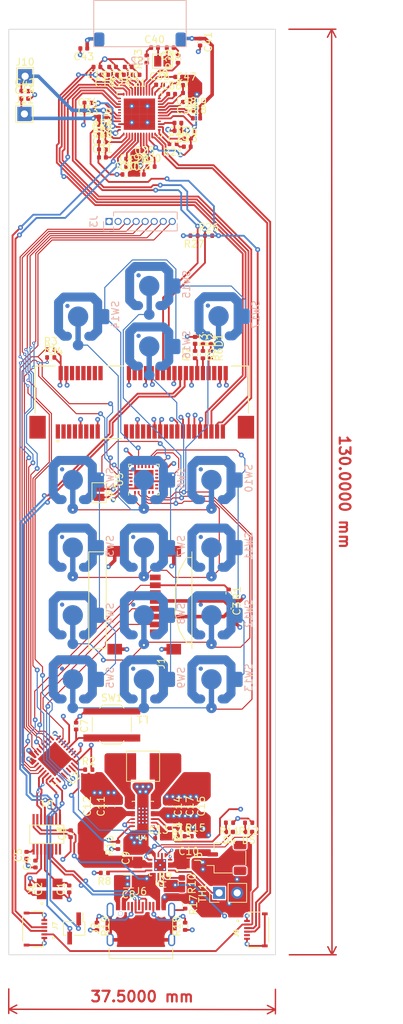
<source format=kicad_pcb>
(kicad_pcb (version 20211014) (generator pcbnew)
  (layers (0 "F.Cu" signal) (1 "In1.Cu" power) (2 "In2.Cu" power) (31 "B.Cu" signal) (35 "F.Paste" user) (36 "B.SilkS" user "B.Silkscreen") (37 "F.SilkS" user "F.Silkscreen") (38 "B.Mask" user) (39 "F.Mask" user) (44 "Edge.Cuts" user))
  (net 0 "")
  (net 1 "+3V3")
  (net 2 "GND")
  (net 3 "GNDPWR")
  (net 4 "Net-(C10-Pad1)")
  (net 5 "Net-(C20-Pad2)")
  (net 6 "/PCM_DOUT")
  (net 7 "/PCM_DIN")
  (net 8 "Net-(C24-Pad2)")
  (net 9 "Net-(D1-Pad2)")
  (net 10 "Net-(D2-Pad2)")
  (net 11 "Net-(D3-Pad2)")
  (net 12 "Net-(D4-Pad2)")
  (net 13 "Net-(D5-Pad2)")
  (net 15 "/~{CS_SD}")
  (net 16 "/MOSI_SD")
  (net 17 "/SCLK_SD")
  (net 18 "/MISO_SD")
  (net 20 "Net-(C35-Pad2)")
  (net 21 "Net-(C36-Pad2)")
  (net 22 "Net-(C37-Pad2)")
  (net 23 "Net-(C38-Pad2)")
  (net 24 "Net-(C39-Pad1)")
  (net 25 "Net-(C39-Pad2)")
  (net 26 "Net-(C21-Pad2)")
  (net 27 "Net-(C40-Pad1)")
  (net 28 "+5V")
  (net 29 "Net-(C41-Pad1)")
  (net 30 "DBVDD")
  (net 31 "Net-(L1-Pad1)")
  (net 32 "Net-(L1-Pad2)")
  (net 33 "/LTE_D-")
  (net 34 "/LTE_D+")
  (net 35 "/USB/USB_D+")
  (net 36 "Net-(C35-Pad1)")
  (net 37 "/USB/USB_D-")
  (net 38 "/audio/CPVDD")
  (net 39 "Net-(TH1-Pad1)")
  (net 44 "/audio/AVDD")
  (net 45 "/audio/SCL_CODEC")
  (net 46 "/audio/SDA_CODEC")
  (net 47 "/PCM_CLK")
  (net 48 "/PCM_SYNC")
  (net 49 "/audio/OUT1+")
  (net 50 "/MCU_D-")
  (net 51 "/MCU_D+")
  (net 54 "/audio/OUT1-")
  (net 55 "/audio/OUT2+")
  (net 56 "/audio/OUT2-")
  (net 57 "/SCL")
  (net 58 "/SDA")
  (net 60 "/keypad/RST_GPIO")
  (net 61 "Net-(R10-Pad1)")
  (net 62 "GNDA")
  (net 63 "Net-(R24-Pad1)")
  (net 64 "Net-(R25-Pad1)")
  (net 66 "/keypad/V1")
  (net 67 "/keypad/H1")
  (net 68 "/keypad/H2")
  (net 69 "/keypad/H3")
  (net 70 "/keypad/H4")
  (net 71 "/keypad/V2")
  (net 72 "/keypad/V3")
  (net 73 "/keypad/V4")
  (net 83 "Net-(C1-Pad2)")
  (net 84 "Net-(C2-Pad2)")
  (net 85 "Net-(C4-Pad2)")
  (net 86 "Net-(C5-Pad2)")
  (net 91 "/CHG_PWR")
  (net 92 "/PG_BATT")
  (net 94 "Net-(R2-Pad1)")
  (net 95 "/PG_PWR")
  (net 96 "/CE_PWR")
  (net 97 "/DC_TFT")
  (net 98 "/SCLK_TFT")
  (net 99 "/MOSI_TFT")
  (net 100 "/CS_TFT")
  (net 101 "/RST_TFT")
  (net 102 "/BL_TFT")
  (net 103 "/SWCLK")
  (net 104 "/SWDIO")
  (net 126 "Net-(J4-Pad42)")
  (net 127 "Net-(J4-Pad44)")
  (net 128 "Net-(J4-Pad46)")
  (net 130 "Net-(J6-PadA5)")
  (net 132 "Net-(J6-PadB5)")
  (net 134 "Net-(J6-PadS1)")
  (net 139 "Net-(C11-Pad1)")
  (net 140 "Net-(C13-Pad1)")
  (net 141 "Net-(C16-Pad1)")
  (net 142 "Net-(C16-Pad2)")
  (net 143 "Net-(C22-Pad2)")
  (net 144 "Net-(C23-Pad1)")
  (net 145 "Net-(C25-Pad2)")
  (net 146 "Net-(C26-Pad1)")
  (net 147 "Net-(C27-Pad2)")
  (net 148 "Net-(C28-Pad1)")
  (net 149 "Net-(C31-Pad2)")
  (net 150 "Net-(C36-Pad1)")
  (net 151 "Net-(C40-Pad2)")
  (net 152 "Net-(C42-Pad1)")
  (net 153 "Net-(C44-Pad1)")
  (net 154 "Net-(R8-Pad1)")
  (net 155 "Net-(R9-Pad1)")
  (net 156 "Net-(R20-Pad2)")
  (net 157 "Net-(R21-Pad2)")
  (net 158 "Net-(R22-Pad1)")
  (net 159 "Net-(R23-Pad1)")
  (net 160 "Net-(R28-Pad1)")
  (net 161 "Net-(R29-Pad1)")
  (net 162 "Net-(C7-Pad2)")
  (footprint "Capacitor_SMD:C_0805_2012Metric" (layer "F.Cu") (at 132.3 138.15)
    (fp_text reference "C10")
    (fp_text value "4.7uF X5R")
  )
  (footprint "Capacitor_SMD:C_0402_1005Metric" (layer "F.Cu") (at 127.5 23.6)
    (fp_text reference "C40")
    (fp_text value "1uF")
  )
  (footprint "lib_fp:OSC_X322516MLB4SI" (layer "F.Cu") (at 112.75 141.75 90)
    (fp_text reference "Y1")
    (fp_text value "X322516MLB4SI")
  )
  (footprint "Resistor_SMD:R_0402_1005Metric" (layer "F.Cu") (at 112.9 67.1)
    (fp_text reference "R4")
    (fp_text value "4.7k")
  )
  (footprint "Capacitor_SMD:C_0402_1005Metric" (layer "F.Cu") (at 125.5 41.4)
    (fp_text reference "C22")
    (fp_text value "4.7uF")
  )
  (footprint "Resistor_SMD:R_0402_1005Metric" (layer "F.Cu") (at 120.2 33.3 180)
    (fp_text reference "R25")
    (fp_text value "1k")
  )
  (footprint "Capacitor_SMD:C_0402_1005Metric" (layer "F.Cu") (at 131.98 31.22 180)
    (fp_text reference "C38")
    (fp_text value "2.2uF")
  )
  (footprint "Resistor_SMD:R_0402_1005Metric" (layer "F.Cu") (at 138.0425 132.45 180)
    (fp_text reference "R11")
    (fp_text value "1.5k")
  )
  (footprint "lib_fp:SL2.1S" (layer "F.Cu") (at 112.345 134.075 180)
    (fp_text reference "U1")
    (fp_text value "SL2.1S")
  )
  (footprint "Resistor_SMD:R_0402_1005Metric" (layer "F.Cu") (at 131.255 133.14 180)
    (fp_text reference "R13")
    (fp_text value "1M")
  )
  (footprint "lib_fp:ALC5672-VB-CGT_QFN-48_EP_6x6_Pitch0.4mm" (layer "F.Cu") (at 125.37 32.93 90)
    (fp_text reference "U6")
    (fp_text value "ALC5672")
  )
  (footprint "Capacitor_SMD:C_0402_1005Metric" (layer "F.Cu") (at 130.8 35.26 180)
    (fp_text reference "C29")
    (fp_text value "2.2uF")
  )
  (footprint "Capacitor_SMD:C_0402_1005Metric" (layer "F.Cu") (at 130.78 34.16 180)
    (fp_text reference "C30")
    (fp_text value "100nF")
  )
  (footprint "Resistor_SMD:R_0402_1005Metric" (layer "F.Cu") (at 140.7325 132.45 180)
    (fp_text reference "R12")
    (fp_text value "1.5k")
  )
  (footprint "Capacitor_SMD:C_0402_1005Metric" (layer "F.Cu") (at 137.9 102.37 -90)
    (fp_text reference "C3")
    (fp_text value "10uF")
  )
  (footprint "Capacitor_SMD:C_0402_1005Metric" (layer "F.Cu") (at 120.17 39)
    (fp_text reference "C31")
    (fp_text value "4.7uF")
  )
  (footprint "Resistor_SMD:R_0402_1005Metric" (layer "F.Cu") (at 128.95 141.13)
    (fp_text reference "R9")
    (fp_text value "46.4k")
  )
  (footprint "Resistor_SMD:R_0402_1005Metric" (layer "F.Cu") (at 133.2 66.7 90)
    (fp_text reference "R7")
    (fp_text value "470")
  )
  (footprint "Resistor_SMD:R_0402_1005Metric" (layer "F.Cu") (at 123.5 41.4)
    (fp_text reference "R30")
    (fp_text value "0")
  )
  (footprint "Capacitor_SMD:C_0402_1005Metric" (layer "F.Cu") (at 118.124893 31.345106 180)
    (fp_text reference "C33")
    (fp_text value "10uF")
  )
  (footprint "Resistor_SMD:R_0402_1005Metric" (layer "F.Cu") (at 129.65 133.74 -90)
    (fp_text reference "R14")
    (fp_text value "180k")
  )
  (footprint "Capacitor_SMD:C_0402_1005Metric" (layer "F.Cu") (at 124 39.2 180)
    (fp_text reference "C50")
    (fp_text value "100nF")
  )
  (footprint "Resistor_SMD:R_0402_1005Metric" (layer "F.Cu") (at 137.92 100.2 -90)
    (fp_text reference "R1")
    (fp_text value "10k")
  )
  (footprint "Capacitor_SMD:C_0805_2012Metric" (layer "F.Cu") (at 125.15 137.4 90)
    (fp_text reference "C9")
    (fp_text value "4.7uF X5R")
  )
  (footprint "Capacitor_SMD:C_1206_3216Metric" (layer "F.Cu") (at 123.85 140.7 180)
    (fp_text reference "C8")
    (fp_text value "1uF X5R")
  )
  (footprint "Capacitor_SMD:C_0402_1005Metric" (layer "F.Cu") (at 133.9 22.8 -90)
    (fp_text reference "C41")
    (fp_text value "680pF")
  )
  (footprint "Resistor_SMD:R_0402_1005Metric" (layer "F.Cu") (at 112.9 66)
    (fp_text reference "R3")
    (fp_text value "4.7k")
  )
  (footprint "Capacitor_SMD:C_0402_1005Metric" (layer "F.Cu") (at 132.1 37.5)
    (fp_text reference "C23")
    (fp_text value "4.7uF")
  )
  (footprint "Capacitor_SMD:C_0402_1005Metric" (layer "F.Cu") (at 122.7 27.4 180)
    (fp_text reference "C24")
    (fp_text value "22pF")
  )
  (footprint "Capacitor_SMD:C_0402_1005Metric" (layer "F.Cu") (at 129.9 30.1)
    (fp_text reference "C36")
    (fp_text value "2.2uF")
  )
  (footprint "Capacitor_SMD:C_0402_1005Metric" (layer "F.Cu") (at 124.9 27.4 180)
    (fp_text reference "C21")
    (fp_text value "22pF")
  )
  (footprint "Button_Switch_SMD:SW_SPST_TL3342" (layer "F.Cu") (at 121.49 118.65)
    (fp_text reference "SW1")
    (fp_text value "SW_Push")
  )
  (footprint "Capacitor_SMD:C_0402_1005Metric" (layer "F.Cu") (at 110 141.75 -90)
    (fp_text reference "C2")
    (fp_text value "33pF")
  )
  (footprint "Resistor_SMD:R_0402_1005Metric" (layer "F.Cu") (at 122.36 135.64 90)
    (fp_text reference "R16")
    (fp_text value "1M")
  )
  (footprint "Capacitor_SMD:C_0402_1005Metric" (layer "F.Cu") (at 124 40.3)
    (fp_text reference "C49")
    (fp_text value "4.7uF")
  )
  (footprint "Capacitor_SMD:C_0402_1005Metric" (layer "F.Cu") (at 125.3 38.1 180)
    (fp_text reference "C28")
    (fp_text value "4.7uF")
  )
  (footprint "Capacitor_SMD:C_0603_1608Metric" (layer "F.Cu") (at 119.46 130.14 90)
    (fp_text reference "C12")
    (fp_text value "10uF X5R")
  )
  (footprint "lib_fp:IC_TPS63020DSJR" (layer "F.Cu") (at 125.86 131.44 180)
    (fp_text reference "U4")
    (fp_text value "TPS63020DSJR")
  )
  (footprint "Resistor_SMD:R_0402_1005Metric" (layer "F.Cu") (at 133.245 134.34)
    (fp_text reference "R15")
    (fp_text value "180k")
  )
  (footprint "Resistor_SMD:R_0402_1005Metric" (layer "F.Cu") (at 127 40.3)
    (fp_text reference "R20")
    (fp_text value "0")
  )
  (footprint "lib_fp:HRS_FH34SRJ-6S-0.5SH(50)" (layer "F.Cu") (at 141.75 147.5 90)
    (fp_text reference "J8")
    (fp_text value "FH34SRJ-6S-0.5SH(50)")
  )
  (footprint "Capacitor_SMD:C_0402_1005Metric" (layer "F.Cu") (at 109.25 29.7)
    (fp_text reference "C42")
    (fp_text value "680pF")
  )
  (footprint "Capacitor_SMD:C_0402_1005Metric" (layer "F.Cu") (at 129.66 130.14 -90)
    (fp_text reference "C14")
    (fp_text value "22uF X5R")
  )
  (footprint "Capacitor_SMD:C_0402_1005Metric" (layer "F.Cu") (at 128.06 134.64)
    (fp_text reference "C13")
    (fp_text value "100nF X5/7R")
  )
  (footprint "Resistor_SMD:R_0402_1005Metric" (layer "F.Cu") (at 131.8 144 -90)
    (fp_text reference "R17")
    (fp_text value "1M")
  )
  (footprint "Capacitor_SMD:C_0402_1005Metric" (layer "F.Cu") (at 120.17 37.9)
    (fp_text reference "C32")
    (fp_text value "100nF")
  )
  (footprint "Resistor_SMD:R_0402_1005Metric" (layer "F.Cu") (at 130.1 37.1 180)
    (fp_text reference "R21")
    (fp_text value "0")
  )
  (footprint "Resistor_SMD:R_0402_1005Metric" (layer "F.Cu") (at 134.3 66.7 -90)
    (fp_text reference "R5")
    (fp_text value "470")
  )
  (footprint "Capacitor_SMD:C_0402_1005Metric" (layer "F.Cu") (at 116.47 118.87 -90)
    (fp_text reference "C7")
    (fp_text value "100nF")
  )
  (footprint "Capacitor_SMD:C_0402_1005Metric" (layer "F.Cu") (at 121.6 26.3 180)
    (fp_text reference "C27")
    (fp_text value "22pF")
  )
  (footprint "Resistor_SMD:R_0402_1005Metric" (layer "F.Cu") (at 119.4 147 -90)
    (fp_text reference "R19")
    (fp_text value "5.11k")
  )
  (footprint "Capacitor_SMD:C_0402_1005Metric" (layer "F.Cu") (at 115.7 134 90)
    (fp_text reference "C6")
    (fp_text value "100nF")
  )
  (footprint "LED_SMD:LED_0402_1005Metric" (layer "F.Cu") (at 140.7325 133.75 180)
    (fp_text reference "D5")
    (fp_text value "LED")
  )
  (footprint "Capacitor_SMD:C_0402_1005Metric" (layer "F.Cu") (at 131.255 134.34)
    (fp_text reference "C16")
    (fp_text value "4.7pF")
  )
  (footprint "Capacitor_SMD:C_0402_1005Metric" (layer "F.Cu") (at 132.12 36.37)
    (fp_text reference "C26")
    (fp_text value "10uF")
  )
  (footprint "Resistor_SMD:R_0402_1005Metric" (layer "F.Cu") (at 120.17 34.4 180)
    (fp_text reference "R24")
    (fp_text value "1k")
  )
  (footprint "Resistor_SMD:R_0402_1005Metric" (layer "F.Cu") (at 120.45 139.5 180)
    (fp_text reference "R8")
    (fp_text value "46.4k")
  )
  (footprint "Resistor_SMD:R_0402_1005Metric" (layer "F.Cu") (at 126.4 25.2 90)
    (fp_text reference "R23")
    (fp_text value "22")
  )
  (footprint "Capacitor_SMD:C_0402_1005Metric" (layer "F.Cu") (at 120.5 27.4 180)
    (fp_text reference "C18")
    (fp_text value "22pF")
  )
  (footprint "Capacitor_SMD:C_0402_1005Metric" (layer "F.Cu") (at 115.5 141.75 90)
    (fp_text reference "C1")
    (fp_text value "33pF")
  )
  (footprint "Connector_JST:JST_SH_SM02B-SRSS-TB_1x02-1MP_P1.00mm_Horizontal" (layer "F.Cu") (at 137.65 137.4 90)
    (fp_text reference "J5")
    (fp_text value "Battery")
  )
  (footprint "Capacitor_SMD:C_0402_1005Metric" (layer "F.Cu") (at 109.5 137.02 90)
    (fp_text reference "C5")
    (fp_text value "10uF")
  )
  (footprint "TestPoint:TestPoint_THTPad_2.0x2.0mm_Drill1.0mm" (layer "F.Cu") (at 109.3 27.6)
    (fp_text reference "J10")
    (fp_text value "+")
  )
  (footprint "Resistor_SMD:R_0402_1005Metric" (layer "F.Cu") (at 133.05 50 180)
    (fp_text reference "R27")
    (fp_text value "10k")
  )
  (footprint "Connector_PinHeader_2.54mm:PinHeader_1x02_P2.54mm_Vertical" (layer "F.Cu") (at 136.575 142.3 90)
    (fp_text reference "TH1")
    (fp_text value "Thermistor_NTC")
  )
  (footprint "Capacitor_SMD:C_0402_1005Metric" (layer "F.Cu") (at 130.9 27.7 180)
    (fp_text reference "C37")
    (fp_text value "2.2uF")
  )
  (footprint "Capacitor_SMD:C_0402_1005Metric" (layer "F.Cu") (at 131.31 130.14 -90)
    (fp_text reference "C17")
    (fp_text value "22uF X5R")
  )
  (footprint "Jumper:SolderJumper-2_P1.3mm_Open_Pad1.0x1.5mm" (layer "F.Cu") (at 119.7 86.1 -90)
    (fp_text reference "JP1")
    (fp_text value "SolderJumper_2_Open")
  )
  (footprint "Package_DFN_QFN:QFN-32-1EP_5x5mm_P0.5mm_EP3.45x3.45mm" (layer "F.Cu") (at 113.5 123.5 -135)
    (fp_text reference "U2")
    (fp_text value "STM32L432KCUx")
  )
  (footprint "Capacitor_SMD:C_0402_1005Metric" (layer "F.Cu") (at 131.98 28.85)
    (fp_text reference "C47")
    (fp_text value "4.7uF")
  )
  (footprint "lib_fp:HRS_FH34SRJ-6S-0.5SH(50)" (layer "F.Cu") (at 110.75 147.3875 -90)
    (fp_text reference "J7")
    (fp_text value "FH34SRJ-6S-0.5SH(50)")
  )
  (footprint "Capacitor_SMD:C_0402_1005Metric" (layer "F.Cu") (at 126.1 39.2)
    (fp_text reference "C25")
    (fp_text value "4.7uF")
  )
  (footprint "Jumper:SolderJumper-2_P1.3mm_Open_Pad1.0x1.5mm" (layer "F.Cu") (at 128.6 25.49 180)
    (fp_text reference "J9")
    (fp_text value "Conn_01x02_Female")
  )
  (footprint "Capacitor_SMD:C_0402_1005Metric" (layer "F.Cu") (at 110.75 138.25 90)
    (fp_text reference "C4")
    (fp_text value "10uF")
  )
  (footprint "lib_fp:QFN-24_EP_4x4_Pitch0.5mm" (layer "F.Cu") (at 126 84.25 90)
    (fp_text reference "U5")
    (fp_text value "AW9523BTQR")
  )
  (footprint "Resistor_SMD:R_0402_1005Metric" (layer "F.Cu") (at 135.1 50)
    (fp_text reference "R26")
    (fp_text value "10k")
  )
  (footprint "Resistor_SMD:R_0402_1005Metric" (layer "F.Cu") (at 118.25 125)
    (fp_text reference "R2")
    (fp_text value "10k")
  )
  (footprint "Capacitor_SMD:C_0402_1005Metric" (layer "F.Cu") (at 123.8 26.3 180)
    (fp_text reference "C20")
    (fp_text value "22pF")
  )
  (footprint "lib_fp:IC_BQ24072RGTT" (layer "F.Cu") (at 128.2875 138.4 180)
    (fp_text reference "U3")
    (fp_text value "BQ24072RGTT")
  )
  (footprint "Resistor_SMD:R_0603_1608Metric" (layer "F.Cu") (at 131.34 141.03 -90)
    (fp_text reference "R10")
    (fp_text value "910")
  )
  (footprint "lib_fp:SOFNG_MC-311D" (layer "F.Cu") (at 125.58 146.67)
    (fp_text reference "J6")
    (fp_text value "USB_C_Receptacle_USB2.0")
  )
  (footprint "Connector_PinSocket_1.27mm:PinSocket_1x02_P1.27mm_Vertical_SMD_Pin1Left" (layer "F.Cu") (at 116.2 147.3 -90)
    (fp_text reference "J2")
    (fp_text value "SWDIO")
  )
  (footprint "TestPoint:TestPoint_THTPad_2.0x2.0mm_Drill1.0mm" (layer "F.Cu") (at 109.2 32.9)
    (fp_text reference "J11")
    (fp_text value "-")
  )
  (footprint "Resistor_SMD:R_0402_1005Metric" (layer "F.Cu") (at 131.8 147 90)
    (fp_text reference "R18")
    (fp_text value "5.11k")
  )
  (footprint "Capacitor_SMD:C_0402_1005Metric" (layer "F.Cu") (at 118.124893 32.445106)
    (fp_text reference "C34")
    (fp_text value "100nF")
  )
  (footprint "Capacitor_SMD:C_0402_1005Metric" (layer "F.Cu") (at 129.7 23.6 180)
    (fp_text reference "C39")
    (fp_text value "1uF")
  )
  (footprint "Capacitor_SMD:C_0402_1005Metric" (layer "F.Cu") (at 120.15 36.85)
    (fp_text reference "C46")
    (fp_text value "100nF")
  )
  (footprint "Capacitor_SMD:C_0402_1005Metric" (layer "F.Cu") (at 109.25 30.75)
    (fp_text reference "C44")
    (fp_text value "680pF")
  )
  (footprint "Resistor_SMD:R_0402_1005Metric" (layer "F.Cu") (at 130.8 25.2 90)
    (fp_text reference "R22")
    (fp_text value "22")
  )
  (footprint "Capacitor_SMD:C_0603_1608Metric" (layer "F.Cu") (at 121.4 130.14 90)
    (fp_text reference "C11")
    (fp_text value "10uF X5R")
  )
  (footprint "lib_fp:MPIT4030" (layer "F.Cu") (at 125.86 124.54 180)
    (fp_text reference "L1")
    (fp_text value "1.5uH")
  )
  (footprint "Capacitor_SMD:C_0402_1005Metric" (layer "F.Cu") (at 131.98 29.95 180)
    (fp_text reference "C48")
    (fp_text value "100nF")
  )
  (footprint "LED_SMD:LED_0402_1005Metric" (layer "F.Cu") (at 138.0325 133.75 180)
    (fp_text reference "D4")
    (fp_text value "LED")
  )
  (footprint "LED_SMD:LED_0402_1005Metric" (layer "F.Cu") (at 134.3 64.7 -90)
    (fp_text reference "D2")
    (fp_text value "LED")
  )
  (footprint "Resistor_SMD:R_0402_1005Metric" (layer "F.Cu") (at 133.4 33.5)
    (fp_text reference "R28")
    (fp_text value "1k")
  )
  (footprint "Resistor_SMD:R_0402_1005Metric" (layer "F.Cu") (at 133.4 32.4)
    (fp_text reference "R29")
    (fp_text value "1k")
  )
  (footprint "Capacitor_SMD:C_0402_1005Metric" (layer "F.Cu") (at 120.1 35.8)
    (fp_text reference "C45")
    (fp_text value "2.2uF")
  )
  (footprint "Capacitor_SMD:C_0402_1005Metric" (layer "F.Cu") (at 119.4 26.3 180)
    (fp_text reference "C19")
    (fp_text value "22pF")
  )
  (footprint "Capacitor_SMD:C_0402_1005Metric" (layer "F.Cu") (at 132.91 130.14 -90)
    (fp_text reference "C15")
    (fp_text value "22uF X5R")
  )
  (footprint "LED_SMD:LED_0402_1005Metric" (layer "F.Cu") (at 135.4 64.7 -90)
    (fp_text reference "D1")
    (fp_text value "LED")
  )
  (footprint "Capacitor_SMD:C_0402_1005Metric" (layer "F.Cu") (at 128.2 28.8)
    (fp_text reference "C35")
    (fp_text value "2.2uF")
  )
  (footprint "Capacitor_SMD:C_0402_1005Metric" (layer "F.Cu") (at 117.55 23.7 180)
    (fp_text reference "C43")
    (fp_text value "680pF")
  )
  (footprint "lib_fp:MOLEX_67910-5700" (layer "F.Cu") (at 123.9 73.4)
    (fp_text reference "J4")
    (fp_text value "Bus_PCI_Express_Mini")
  )
  (footprint "LED_SMD:LED_0402_1005Metric" (layer "F.Cu") (at 133.2 64.7 -90)
    (fp_text reference "D3")
    (fp_text value "LED")
  )
  (footprint "Resistor_SMD:R_0402_1005Metric" (layer "F.Cu") (at 135.4 66.7 -90)
    (fp_text reference "R6")
    (fp_text value "470")
  )
  (footprint "lib_fp:MOLEX_47219-2001" (layer "F.Cu") (at 125.5 101.2 90)
    (fp_text reference "J1")
    (fp_text value "47219-2001")
  )
  (footprint "Keypad:snap dome" (layer "B.Cu") (at 116 84.3175 -90)
    (fp_text reference "SW2")
    (fp_text value "1")
  )
  (footprint "Keypad:snap dome" (layer "B.Cu") (at 136.5 61.3175 -90)
    (fp_text reference "SW17")
    (fp_text value "Call/OK")
  )
  (footprint "Keypad:snap dome" (layer "B.Cu") (at 116 93.8175 -90)
    (fp_text reference "SW3")
    (fp_text value "4")
  )
  (footprint "Keypad:snap dome" (layer "B.Cu") (at 116.75 61.3675 -90)
    (fp_text reference "SW14")
    (fp_text value "End/Back")
  )
  (footprint "Keypad:snap dome" (layer "B.Cu") (at 116 103.3175 -90)
    (fp_text reference "SW4")
    (fp_text value "7")
  )
  (footprint "Keypad:snap dome" (layer "B.Cu") (at 135.5 103.3175 -90)
    (fp_text reference "SW12")
    (fp_text value "9")
  )
  (footprint "speakerpads:speakerpads" (layer "B.Cu") (at 125.45 25.955 180)
    (fp_text reference "LS2")
    (fp_text value "Earphone")
  )
  (footprint "Keypad:snap dome" (layer "B.Cu") (at 126 103.3175 -90)
    (fp_text reference "SW8")
    (fp_text value "8")
  )
  (footprint "Keypad:snap dome" (layer "B.Cu") (at 126 84.3175 -90)
    (fp_text reference "SW6")
    (fp_text value "2")
  )
  (footprint "Keypad:snap dome" (layer "B.Cu") (at 126.75 65.5675 -90)
    (fp_text reference "SW16")
    (fp_text value "Down")
  )
  (footprint "Keypad:snap dome" (layer "B.Cu") (at 126.75 57.0675 -90)
    (fp_text reference "SW15")
    (fp_text value "Up")
  )
  (footprint "Keypad:snap dome" (layer "B.Cu") (at 135.5 93.8175 -90)
    (fp_text reference "SW11")
    (fp_text value "6")
  )
  (footprint "Connector_PinSocket_1.27mm:PinSocket_1x08_P1.27mm_Vertical" (layer "B.Cu") (at 121.1 48 -90)
    (fp_text reference "J3")
    (fp_text value "Display")
  )
  (footprint "Keypad:snap dome" (layer "B.Cu") (at 135.5 112.3175 -90)
    (fp_text reference "SW13")
    (fp_text value "#")
  )
  (footprint "Keypad:snap dome" (layer "B.Cu") (at 135.5 84.3175 -90)
    (fp_text reference "SW10")
    (fp_text value "3")
  )
  (footprint "Keypad:snap dome" (layer "B.Cu") (at 126 112.3175 -90)
    (fp_text reference "SW9")
    (fp_text value "0")
  )
  (footprint "Keypad:snap dome" (layer "B.Cu") (at 126 93.8175 -90)
    (fp_text reference "SW7")
    (fp_text value "5")
  )
  (footprint "Keypad:snap dome" (layer "B.Cu") (at 116 112.3175 -90)
    (fp_text reference "SW5")
    (fp_text value "*")
  )
  (gr_poly (pts (xy 144.5 151) (xy 107 151) (xy 107 21) (xy 144.5 21)) (layer "Edge.Cuts") (width 0.1) (fill none))
  (dimension (type aligned) (layer "F.Cu") (pts (xy 107 155.3) (xy 144.5 155.35)) (height 3.35) (gr_text "37.5000 mm" (at 125.747933 156.874999 359.9236057) (layer "F.Cu") (effects (font (size 1.5 1.5) (thickness 0.3)))) (format (units 3) (units_format 1) (precision 4)) (style (thickness 0.2) (arrow_length 1.27) (text_position_mode 0) (extension_height 0.58642) (extension_offset 0.5) keep_text_aligned))
  (dimension (type aligned) (layer "F.Cu") (pts (xy 145.95 151) (xy 145.9 21)) (height 6.499961) (gr_text "130.0000 mm" (at 154.224961 85.996808 -89.97796316) (layer "F.Cu") (effects (font (size 1.5 1.5) (thickness 0.3)))) (format (units 3) (units_format 1) (precision 4)) (style (thickness 0.2) (arrow_length 1.27) (text_position_mode 0) (extension_height 0.58642) (extension_offset 0.5) keep_text_aligned))
  (segment (start 139.195 131.855) (end 140.6475 131.855) (width 0.25) (layer "F.Cu") (net 1))
  (segment (start 116.46101 123.013864) (end 116.486136 123.013864) (width 0.25) (layer "F.Cu") (net 1))
  (segment (start 119.55 31.4) (end 120.5 31.4) (width 0.25) (layer "F.Cu") (net 1))
  (segment (start 137.33 101.3) (end 137.92 100.71) (width 0.5) (layer "F.Cu") (net 1))
  (segment (start 137.5 70.9) (end 137.6 71) (width 0.25) (layer "F.Cu") (net 1))
  (segment (start 137.92 100.71) (end 138.51 101.3) (width 0.5) (layer "F.Cu") (net 1))
  (segment (start 115.49 118.73) (end 115.49 121.16) (width 0.25) (layer "F.Cu") (net 1))
  (segment (start 132.3 77.5) (end 132.3 75.3) (width 0.25) (layer "F.Cu") (net 1))
  (segment (start 129.0375 137) (end 129.2 137) (width 0.25) (layer "F.Cu") (net 1))
  (segment (start 130.32 35.26) (end 129.56 35.26) (width 0.25) (layer "F.Cu") (net 1))
  (segment (start 126.3 69.3) (end 126.3 70.9) (width 0.25) (layer "F.Cu") (net 1))
  (segment (start 130.3 34.16) (end 130.3 35.24) (width 0.25) (layer "F.Cu") (net 1))
  (segment (start 128.955685 34.16) (end 130.3 34.16) (width 0.25) (layer "F.Cu") (net 1))
  (segment (start 117.1 122.4) (end 117.1 121.5) (width 0.25) (layer "F.Cu") (net 1))
  (segment (start 119.495106 31.554893) (end 119.285319 31.345106) (width 0.25) (layer "F.Cu") (net 1))
  (segment (start 122.36 136.15) (end 121.45 136.15) (width 0.25) (layer "F.Cu") (net 1))
  (segment (start 114.67 117.91) (end 115.49 118.73) (width 0.25) (layer "F.Cu") (net 1))
  (segment (start 137.92 101.89) (end 138.51 101.3) (width 0.5) (layer "F.Cu") (net 1))
  (segment (start 123.3 84) (end 121.7 85.6) (width 0.25) (layer "F.Cu") (net 1))
  (segment (start 128.785685 34.33) (end 128.955685 34.16) (width 0.25) (layer "F.Cu") (net 1))
  (segment (start 138.51 101.3) (end 139.5 101.3) (width 0.5) (layer "F.Cu") (net 1))
  (segment (start 128.17 34.33) (end 128.785685 34.33) (width 0.25) (layer "F.Cu") (net 1))
  (segment (start 113.41 66) (end 114.3 66.89) (width 0.25) (layer "F.Cu") (net 1))
  (segment (start 119.495106 31.554893) (end 118.604893 32.445106) (width 0.25) (layer "F.Cu") (net 1))
  (segment (start 137.5 69.3) (end 137.5 70.9) (width 0.25) (layer "F.Cu") (net 1))
  (segment (start 132.3 75.3) (end 132.2 75.2) (width 0.25) (layer "F.Cu") (net 1))
  (segment (start 114.67 117.5) (end 114.67 117.91) (width 0.25) (layer "F.Cu") (net 1))
  (segment (start 114.3 69.3) (end 114.3 70.9) (width 0.25) (layer "F.Cu") (net 1))
  (segment (start 114.3 67.99) (end 113.41 67.1) (width 0.25) (layer "F.Cu") (net 1))
  (segment (start 133.1 77.5) (end 133.1 75.3) (width 0.25) (layer "F.Cu") (net 1))
  (segment (start 122.23 33.13) (end 122.57 33.13) (width 0.25) (layer "F.Cu") (net 1))
  (segment (start 129.56 35.26) (end 129.4 35.1) (width 0.25) (layer "F.Cu") (net 1))
  (segment (start 133.1 75.3) (end 133.2 75.2) (width 0.25) (layer "F.Cu") (net 1))
  (segment (start 121.599829 34.603825) (end 121.993825 34.603825) (width 0.25) (layer "F.Cu") (net 1))
  (segment (start 138.5525 132.4475) (end 139.145 131.855) (width 0.25) (layer "F.Cu") (net 1))
  (segment (start 119.285319 31.345106) (end 118.604893 31.345106) (width 0.25) (layer "F.Cu") (net 1))
  (segment (start 139.5 101.3) (end 140 100.8) (width 0.5) (layer "F.Cu") (net 1))
  (segment (start 114.3 69.3) (end 114.3 67.99) (width 0.25) (layer "F.Cu") (net 1))
  (segment (start 121.993825 34.603825) (end 122.12 34.73) (width 0.25) (layer "F.Cu") (net 1))
  (segment (start 140.6475 131.855) (end 141.2425 132.45) (width 0.25) (layer "F.Cu") (net 1))
  (segment (start 139.145 131.855) (end 139.195 131.855) (width 0.25) (layer "F.Cu") (net 1))
  (segment (start 122.12 34.73) (end 122.57 34.73) (width 0.25) (layer "F.Cu") (net 1))
  (segment (start 137.33 101.3) (end 137.33 101.32) (width 0.25) (layer "F.Cu") (net 1))
  (segment (start 124.2 84) (end 123.3 84) (width 0.25) (layer "F.Cu") (net 1))
  (segment (start 114.3 66.89) (end 114.3 69.3) (width 0.25) (layer "F.Cu") (net 1))
  (segment (start 115.49 121.16) (end 115.050349 121.599651) (width 0.25) (layer "F.Cu") (net 1))
  (segment (start 137.33 101.32) (end 137.9 101.89) (width 0.5) (layer "F.Cu") (net 1))
  (segment (start 127.6 101.3) (end 137.4 101.3) (width 0.5) (layer "F.Cu") (net 1))
  (segment (start 129.2 137) (end 129.9 136.3) (width 0.25) (layer "F.Cu") (net 1))
  (segment (start 116.486136 123.013864) (end 117.1 122.4) (width 0.25) (layer "F.Cu") (net 1))
  (segment (start 140 100.8) (end 140 100.7) (width 0.25) (layer "F.Cu") (net 1))
  (segment (start 114.3 70.9) (end 114.2 71) (width 0.25) (layer "F.Cu") (net 1))
  (segment (start 126.3 70.9) (end 126.2 71) (width 0.25) (layer "F.Cu") (net 1))
  (segment (start 120.5 31.4) (end 122.23 33.13) (width 0.25) (layer "F.Cu") (net 1))
  (segment (start 121.7 85.6) (end 119.85 85.6) (width 0.25) (layer "F.Cu") (net 1))
  (via (at 114.67 117.5) (size 0.7) (drill 0.3) (layers "F.Cu" "B.Cu") (net 1))
  (via (at 129.4 35.1) (size 0.8) (drill 0.4) (layers "F.Cu" "B.Cu") (net 1))
  (via (at 114.2 71) (size 0.7) (drill 0.3) (layers "F.Cu" "B.Cu") (net 1))
  (via (at 119.55 31.4) (size 0.8) (drill 0.4) (layers "F.Cu" "B.Cu") (net 1))
  (via (at 129.9 136.3) (size 0.45) (drill 0.2) (layers "F.Cu" "B.Cu") (net 1))
  (via (at 131 131.5) (size 0.7) (drill 0.3) (layers "F.Cu" "B.Cu") (net 1))
  (via (at 126.2 71) (size 0.7) (drill 0.3) (layers "F.Cu" "B.Cu") (net 1))
  (via (at 117.1 121.5) (size 0.7) (drill 0.3) (layers "F.Cu" "B.Cu") (net 1))
  (via (at 134.4 133.3) (size 0.7) (drill 0.3) (layers "F.Cu" "B.Cu") (net 1))
  (via (at 130.2 131.5) (size 0.7) (drill 0.3) (layers "F.Cu" "B.Cu") (net 1))
  (via (at 129.4 131.5) (size 0.7) (drill 0.3) (layers "F.Cu" "B.Cu") (net 1))
  (via (at 121.7 85.6) (size 0.7) (drill 0.3) (layers "F.Cu" "B.Cu") (net 1))
  (via (at 132.6 131.5) (size 0.7) (drill 0.3) (layers "F.Cu" "B.Cu") (net 1))
  (via (at 137.6 71) (size 0.7) (drill 0.3) (layers "F.Cu" "B.Cu") (net 1))
  (via (at 121.599829 34.603825) (size 0.8) (drill 0.4) (layers "F.Cu" "B.Cu") (net 1))
  (via (at 140 100.7) (size 0.7) (drill 0.3) (layers "F.Cu" "B.Cu") (net 1))
  (via (at 139.195 131.855) (size 0.7) (drill 0.3) (layers "F.Cu" "B.Cu") (net 1))
  (via (at 131.8 131.5) (size 0.7) (drill 0.3) (layers "F.Cu" "B.Cu") (net 1))
  (via (at 135.1 134.2) (size 0.7) (drill 0.3) (layers "F.Cu" "B.Cu") (net 1))
  (via (at 109.8 123.5) (size 0.7) (drill 0.3) (layers "F.Cu" "B.Cu") (net 1))
  (via (at 133.2 75.2) (size 0.7) (drill 0.3) (layers "F.Cu" "B.Cu") (net 1))
  (via (at 132.2 75.2) (size 0.7) (drill 0.3) (layers "F.Cu" "B.Cu") (net 1))
  (via (at 121.45 136.15) (size 0.7) (drill 0.3) (layers "F.Cu" "B.Cu") (net 1))
  (via (at 133.4 131.5) (size 0.7) (drill 0.3) (layers "F.Cu" "B.Cu") (net 1))
  (via (at 132.9 133.1) (size 0.7) (drill 0.3) (layers "F.Cu" "B.Cu") (net 1))
  (segment (start 121.599829 32.099829) (end 121.599829 34.603825) (width 0.25) (layer "B.Cu") (net 1))
  (segment (start 119.55 31.4) (end 120.9 31.4) (width 0.25) (layer "B.Cu") (net 1))
  (segment (start 120.9 31.4) (end 121.599829 32.099829) (width 0.25) (layer "B.Cu") (net 1))
  (segment (start 113.85 142.6) (end 114.85 142.6) (width 0.25) (layer "F.Cu") (net 2))
  (segment (start 128.25 84.5) (end 129.1 83.65) (width 0.25) (layer "F.Cu") (net 2))
  (segment (start 129.9 82) (end 130.2 82) (width 0.25) (layer "F.Cu") (net 2))
  (segment (start 131.8 147.51) (end 132.79 147.51) (width 0.25) (layer "F.Cu") (net 2))
  (segment (start 115.1 69.3) (end 115.1 71) (width 0.25) (layer "F.Cu") (net 2))
  (segment (start 130.3 70.7) (end 130.2 70.8) (width 0.25) (layer "F.Cu") (net 2))
  (segment (start 111.725 149.6375) (end 112 149.3625) (width 0.25) (layer "F.Cu") (net 2))
  (segment (start 124.75 82.45) (end 124.75 81.35) (width 0.25) (layer "F.Cu") (net 2))
  (segment (start 129.1 83.65) (end 129.1 82.8) (width 0.25) (layer "F.Cu") (net 2))
  (segment (start 123.3 85.5) (end 121.7 87.1) (width 0.25) (layer "F.Cu") (net 2))
  (segment (start 119.8 26.22) (end 119.8 25.8) (width 0.25) (layer "F.Cu") (net 2))
  (segment (start 109.5 138.25) (end 109.75 138.5) (width 0.25) (layer "F.Cu") (net 2))
  (segment (start 130.7 76.25) (end 130.25 75.8) (width 0.25) (layer "F.Cu") (net 2))
  (segment (start 117.1 77.5) (end 117.1 75.8) (width 0.25) (layer "F.Cu") (net 2))
  (segment (start 121.9 94.325) (end 121.9 95.6) (width 0.5) (layer "F.Cu") (net 2))
  (segment (start 125.1 77.5) (end 125.1 75.8) (width 0.25) (layer "F.Cu") (net 2))
  (segment (start 136.7 69.3) (end 136.7 71) (width 0.25) (layer "F.Cu") (net 2))
  (segment (start 132.1 64.15) (end 132.165 64.215) (width 0.25) (layer "F.Cu") (net 2))
  (segment (start 118.475 147.525) (end 119.385 147.525) (width 0.25) (layer "F.Cu") (net 2))
  (segment (start 124.2 85.5) (end 124.75 85.5) (width 0.25) (layer "F.Cu") (net 2))
  (segment (start 128.5 108.1) (end 128.525 108.075) (width 0.5) (layer "F.Cu") (net 2))
  (segment (start 123.9 69.3) (end 123.9 71) (width 0.25) (layer "F.Cu") (net 2))
  (segment (start 130.2 108.075) (end 128.525 108.075) (width 0.5) (layer "F.Cu") (net 2))
  (segment (start 143 149.75) (end 140.775 149.75) (width 0.25) (layer "F.Cu") (net 2))
  (segment (start 123.47 34.33) (end 123.72 34.58) (width 0.25) (layer "F.Cu") (net 2))
  (segment (start 119.69 37.9) (end 119.69 39) (width 0.25) (layer "F.Cu") (net 2))
  (segment (start 124.2 85.5) (end 123.3 85.5) (width 0.25) (layer "F.Cu") (net 2))
  (segment (start 130.7 77.5) (end 130.7 76.25) (width 0.25) (layer "F.Cu") (net 2))
  (segment (start 127.76 132.44) (end 129.57 134.25) (width 0.25) (layer "F.Cu") (net 2))
  (segment (start 112 148.6375) (end 112 149.3625) (width 0.25) (layer "F.Cu") (net 2))
  (segment (start 117.07 24.58) (end 117.05 24.6) (width 0.25) (layer "F.Cu") (net 2))
  (segment (start 129.1 82.8) (end 129.9 82) (width 0.25) (layer "F.Cu") (net 2))
  (segment (start 109.5 145.1375) (end 111.725 145.1375) (width 0.25) (layer "F.Cu") (net 2))
  (segment (start 130.2 94.325) (end 130.2 96.1) (width 0.5) (layer "F.Cu") (net 2))
  (segment (start 127.8 84.5) (end 127.1 84.5) (width 0.25) (layer "F.Cu") (net 2))
  (segment (start 139.5 105) (end 137.9 103.4) (width 0.5) (layer "F.Cu") (net 2))
  (segment (start 120.98 27.4) (end 119.88 26.3) (width 0.25) (layer "F.Cu") (net 2))
  (segment (start 119.8 25.8) (end 120.4 25.2) (width 0.25) (layer "F.Cu") (net 2))
  (segment (start 140.775 149.75) (end 140.5 149.475) (width 0.25) (layer "F.Cu") (net 2))
  (segment (start 119.5 77.5) (end 119.5 75.8) (width 0.25) (layer "F.Cu") (net 2))
  (segment (start 128.3 76) (end 128.5 75.8) (width 0.25) (layer "F.Cu") (net 2))
  (segment (start 117 117.5) (end 117.75 116.75) (width 0.25) (layer "F.Cu") (net 2))
  (segment (start 116.47 118.03) (end 116.47 118.39) (width 0.25) (layer "F.Cu") (net 2))
  (segment (start 138 130.55) (end 139.6 130.55) (width 0.25) (layer "F.Cu") (net 2))
  (segment (start 130.3 69.3) (end 130.3 70.7) (width 0.25) (layer "F.Cu") (net 2))
  (segment (start 136.7 134.05) (end 136.7 131.85) (width 0.25) (layer "F.Cu") (net 2))
  (segment (start 127.8 84.5) (end 128.25 84.5) (width 0.25) (layer "F.Cu") (net 2))
  (segment (start 124.75 83) (end 124.9875 83.2375) (width 0.25) (layer "F.Cu") (net 2))
  (segment (start 116.46101 123.986136) (end 116.425654 123.986136) (width 0.25) (layer "F.Cu") (net 2))
  (segment (start 111.65 140.9) (end 110.65 140.9) (width 0.25) (layer "F.Cu") (net 2))
  (segment (start 137.25 103.5) (end 137.9 102.85) (width 0.5) (layer "F.Cu") (net 2))
  (segment (start 143 145.25) (end 143 149.75) (width 0.25) (layer "F.Cu") (net 2))
  (segment (start 130.45 135.1) (end 135.65 135.1) (width 0.25) (layer "F.Cu") (net 2))
  (segment (start 131.28 35.26) (end 131.28 34.18) (width 0.25) (layer "F.Cu") (net 2))
  (segment (start 124.75 85.5) (end 124.9875 85.2625) (width 0.25) (layer "F.Cu") (net 2))
  (segment (start 119.6 39.75) (end 119.6 39.09) (width 0.25) (layer "F.Cu") (net 2))
  (segment (start 110 141.27) (end 110 140.25) (width 0.25) (layer "F.Cu") (net 2))
  (segment (start 119.67 36.85) (end 119.67 37.88) (width 0.25) (layer "F.Cu") (net 2))
  (segment (start 123.18 27.4) (end 122.08 26.3) (width 0.25) (layer "F.Cu") (net 2))
  (segment (start 110.49 133.09) (end 110.49 131.975) (width 0.25) (layer "F.Cu") (net 2))
  (segment (start 121.9 108.075) (end 123.575 108.075) (width 0.5) (layer "F.Cu") (net 2))
  (segment (start 127.6 103.5) (end 137.25 103.5) (width 0.5) (layer "F.Cu") (net 2))
  (segment (start 114.6 137.6) (end 115.7 136.5) (width 0.25) (layer "F.Cu") (net 2))
  (segment (start 116.46101 123.986136) (end 118.6 121.847146) (width 0.25) (layer "F.Cu") (net 2))
  (segment (start 117.644893 34.305107) (end 117.5 34.45) (width 0.25) (layer "F.Cu") (net 2))
  (segment (start 124.75 82.45) (end 124.75 83) (width 0.25) (layer "F.Cu") (net 2))
  (segment (start 133.9 23.28) (end 133.9 23.9) (width 0.25) (layer "F.Cu") (net 2))
  (segment (start 118.03 22.57) (end 118.05 22.55) (width 0.5) (layer "F.Cu") (net 2))
  (segment (start 116.425654 123.986136) (end 115.939518 123.5) (width 0.25) (layer "F.Cu") (net 2))
  (segment (start 114.85 142.6) (end 115.5 143.25) (width 0.25) (layer "F.Cu") (net 2))
  (segment (start 121.1 25.2) (end 123.18 25.2) (width 0.25) (layer "F.Cu") (net 2))
  (segment (start 117.07 23.7) (end 117.07 24.58) (width 0.25) (layer "F.Cu") (net 2))
  (segment (start 132.79 147.51) (end 132.8 147.5) (width 0.25) (layer "F.Cu") (net 2))
  (segment (start 133.9 77.5) (end 133.9 75.8) (width 0.25) (layer "F.Cu") (net 2))
  (segment (start 109.73 29.7) (end 110.15 29.7) (width 0.25) (layer "F.Cu") (net 2))
  (segment (start 130.2 96.1) (end 129.9 96.4) (width 0.5) (layer "F.Cu") (net 2))
  (segment (start 117.644893 32.445106) (end 117.644893 31.345106) (width 0.25) (layer "F.Cu") (net 2))
  (segment (start 132.7 69.3) (end 132.7 71) (width 0.25) (layer "F.Cu") (net 2))
  (segment (start 127.5 75.9) (end 127.4 75.8) (width 0.25) (layer "F.Cu") (net 2))
  (segment (start 110.15 29.7) (end 110.65 30.2) (width 0.25) (layer "F.Cu") (net 2))
  (segment (start 127.5 77.5) (end 127.5 75.9) (width 0.25) (layer "F.Cu") (net 2))
  (segment (start 133.9 23.9) (end 133.65 24.15) (width 0.25) (layer "F.Cu") (net 2))
  (segment (start 115.7 136.5) (end 115.7 134.48) (width 0.25) (layer "F.Cu") (net 2))
  (segment (start 131.28 35.26) (end 132.04 35.26) (width 0.25) (layer "F.Cu") (net 2))
  (segment (start 117.644893 32.445106) (end 117.644893 34.305107) (width 0.25) (layer "F.Cu") (net 2))
  (segment (start 111.4 134) (end 110.49 133.09) (width 0.25) (layer "F.Cu") (net 2))
  (segment (start 123.6 108.1) (end 123.575 108.075) (width 0.5) (layer "F.Cu") (net 2))
  (segment (start 120.4 25.2) (end 120.5 25.2) (width 0.25) (layer "F.Cu") (net 2))
  (segment (start 117 117.5) (end 116.47 118.03) (width 0.25) (layer "F.Cu") (net 2))
  (segment (start 110.65 140.9) (end 110 140.25) (width 0.25) (layer "F.Cu") (net 2))
  (segment (start 127.26 132.44) (end 127.76 132.44) (width 0.25) (layer "F.Cu") (net 2))
  (segment (start 110.75 138.73) (end 109.98 138.73) (width 0.25) (layer "F.Cu") (net 2))
  (segment (start 132.165 64.215) (end 135.4 64.215) (width 0.25) (layer "F.Cu") (net 2))
  (segment (start 135.65 135.1) (end 136.7 134.05) (width 0.25) (layer "F.Cu") (net 2))
  (segment (start 122.2 41.4) (end 122.99 41.4) (width 0.25) (layer "F.Cu") (net 2))
  (segment (start 140.5 146.25) (end 140.5 145.525) (width 0.25) (layer "F.Cu") (net 2))
  (segment (start 120.5 25.2) (end 121.1 25.2) (width 0.25) (layer "F.Cu") (net 2))
  (segment (start 132.04 35.26) (end 132.1 35.2) (width 0.25) (layer "F.Cu") (net 2))
  (segment (start 131.5 77.5) (end 131.5 75.8) (width 0.25) (layer "F.Cu") (net 2))
  (segment (start 129.76 134.25) (end 129.76 134.41) (width 0.25) (layer "F.Cu") (net 2))
  (segment (start 115.7 134.48) (end 115.22 134) (width 0.25) (layer "F.Cu") (net 2))
  (segment (start 127.1 69.3) (end 127.1 71) (width 0.25) (layer "F.Cu") (net 2))
  (segment (start 115.22 134) (end 111.4 134) (width 0.25) (layer "F.Cu") (net 2))
  (segment (start 124.75 81.35) (end 123.5 80.1) (width 0.25) (layer "F.Cu") (net 2))
  (segment (start 125.38 27.4) (end 124.28 26.3) (width 0.25) (layer "F.Cu") (net 2))
  (segment (start 121.1 25.2) (end 122.08 26.18) (width 0.25) (layer "F.Cu") (net 2))
  (segment (start 129.76 134.41) (end 130.45 135.1) (width 0.25) (layer "F.Cu") (net 2))
  (segment (start 131.5 75.8) (end 131.2 75.5) (width 0.25) (layer "F.Cu") (net 2))
  (segment (start 118.34 116.75) (end 124.64 116.75) (width 1) (layer "F.Cu") (net 2))
  (segment (start 111.725 145.1375) (end 112 145.4125) (width 0.25) (layer "F.Cu") (net 2))
  (segment (start 136.7 131.85) (end 138 130.55) (width 0.25) (layer "F.Cu") (net 2))
  (segment (start 109.5 149.6375) (end 111.725 149.6375) (width 0.25) (layer "F.Cu") (net 2))
  (segment (start 119.67 36.85) (end 119.67 35.85) (width 0.25) (layer "F.Cu") (net 2))
  (segment (start 118.03 23.7) (end 118.03 22.57) (width 0.5) (layer "F.Cu") (net 2))
  (segment (start 121.25 41.4) (end 122.2 41.4) (width 0.25) (layer "F.Cu") (net 2))
  (segment (start 128.3 77.5) (end 128.3 76) (width 0.25) (layer "F.Cu") (net 2))
  (segment (start 121.9 95.6) (end 121 96.5) (width 0.5) (layer "F.Cu") (net 2))
  (segment (start 115.5 142.23) (end 115.5 143.25) (width 0.25) (layer "F.Cu") (net 2))
  (segment (start 110.65 30.2) (end 110.1 30.75) (width 0.25) (layer "F.Cu") (net 2))
  (segment (start 112 146.1375) (end 112 145.4125) (width 0.25) (layer "F.Cu") (net 2))
  (segment (start 130.25 75.8) (end 129.9 75.8) (width 0.25) (layer "F.Cu") (net 2))
  (segment (start 123.18 25.2) (end 124.28 26.3) (width 0.25) (layer "F.Cu") (net 2))
  (segment (start 122.57 34.33) (end 123.47 34.33) (width 0.25) (layer "F.Cu") (net 2))
  (segment (start 119.94 139.5) (end 119 139.5) (width 0.25) (layer "F.Cu") (net 2))
  (segment (start 118.6 121.549502) (end 118.6 124.84) (width 0.25) (layer "F.Cu") (net 2))
  (segment (start 110.1 30.75) (end 109.73 30.75) (width 0.25) (layer "F.Cu") (net 2))
  (segment (start 115.939518 123.5) (end 113.5 123.5) (width 0.25) (layer "F.Cu") (net 2))
  (segment (start 118.6 124.84) (end 118.76 125) (width 0.25) (layer "F.Cu") (net 2))
  (segment (start 109.5 137.5) (end 109.5 138.25) (width 0.25) (layer "F.Cu") (net 2))
  (segment (start 119.6 39.75) (end 121.25 41.4) (width 0.25) (layer "F.Cu") (net 2))
  (segment (start 118.6 121.847146) (end 118.6 121.549502) (width 0.25) (layer "F.Cu") (net 2))
  (segment (start 137.9 103.4) (end 137.9 102.85) (width 0.5) (layer "F.Cu") (net 2))
  (segment (start 109.98 138.73) (end 109.75 138.5) (width 0.25) (layer "F.Cu") (net 2))
  (segment (start 140.5 148.75) (end 140.5 149.475) (width 0.25) (layer "F.Cu") (net 2))
  (via (at 131.2 75.5) (size 0.7) (drill 0.3) (layers "F.Cu" "B.Cu") (net 2))
  (via (at 126.5 31.8) (size 0.7) (drill 0.3) (layers "F.Cu" "B.Cu") (net 2))
  (via (at 130.4 141.2) (size 0.7) (drill 0.3) (layers "F.Cu" "B.Cu") (net 2))
  (via (at 124.3 34.1) (size 0.7) (drill 0.3) (layers "F.Cu" "B.Cu") (net 2))
  (via (at 117.1 75.8) (size 0.7) (drill 0.3) (layers "F.Cu" "B.Cu") (net 2))
  (via (at 117.5 34.45) (size 0.7) (drill 0.3) (layers "F.Cu" "B.Cu") (net 2))
  (via (at 128.5 75.8) (size 0.7) (drill 0.3) (layers "F.Cu" "B.Cu") (net 2))
  (via (at 137.35 145.55) (size 0.7) (drill 0.3) (layers "F.Cu" "B.Cu") (net 2))
  (via (at 129.9 96.4) (size 0.7) (drill 0.3) (layers "F.Cu" "B.Cu") (net 2))
  (via (at 118.6 121.549502) (size 0.7) (drill 0.3) (layers "F.Cu" "B.Cu") (net 2))
  (via (at 121.7 87.1) (size 0.7) (drill 0.3) (layers "F.Cu" "B.Cu") (net 2))
  (via (at 117 117.5) (size 0.7) (drill 0.3) (layers "F.Cu" "B.Cu") (net 2))
  (via (at 129.9 75.8) (size 0.7) (drill 0.3) (layers "F.Cu" "B.Cu") (net 2))
  (via (at 133.65 24.15) (size 0.7) (drill 0.3) (layers "F.Cu" "B.Cu") (net 2))
  (via (at 109.75 138.5) (size 0.7) (drill 0.3) (layers "F.Cu" "B.Cu") (net 2))
  (via (at 140.5 145.525) (size 0.7) (drill 0.3) (layers "F.Cu" "B.Cu") (net 2))
  (via (at 134 75.8) (size 0.7) (drill 0.3) (layers "F.Cu" "B.Cu") (net 2))
  (via (at 123.6 108.1) (size 0.7) (drill 0.3) (layers "F.Cu" "B.Cu") (net 2))
  (via (at 127.4 75.8) (size 0.7) (drill 0.3) (layers "F.Cu" "B.Cu") (net 2))
  (via (at 140.5 149.475) (size 0.7) (drill 0.3) (layers "F.Cu" "B.Cu") (net 2))
  (via (at 110 140.25) (size 0.7) (drill 0.3) (layers "F.Cu" "B.Cu") (net 2))
  (via (at 112 149.3625) (size 0.7) (drill 0.3) (layers "F.Cu" "B.Cu") (net 2))
  (via (at 132.1 64.15) (size 0.7) (drill 0.3) (layers "F.Cu" "B.Cu") (net 2))
  (via (at 139.5 105) (size 0.7) (drill 0.3) (layers "F.Cu" "B.Cu") (net 2))
  (via (at 123.9 71) (size 0.7) (drill 0.3) (layers "F.Cu" "B.Cu") (net 2))
  (via (at 120.5 25.2) (size 0.8) (drill 0.4) (layers "F.Cu" "B.Cu") (net 2))
  (via (at 112 145.4125) (size 0.7) (drill 0.3) (layers "F.Cu" "B.Cu") (net 2))
  (via (at 123.5 80.1) (size 0.7) (drill 0.3) (layers "F.Cu" "B.Cu") (net 2))
  (via (at 124.3 31.8) (size 0.7) (drill 0.3) (layers "F.Cu" "B.Cu") (net 2))
  (via (at 109.8 122.29) (size 0.7) (drill 0.3) (layers "F.Cu" "B.Cu") (net 2))
  (via (at 115.2 71) (size 0.7) (drill 0.3) (layers "F.Cu" "B.Cu") (net 2))
  (via (at 132.8 147.5) (size 0.7) (drill 0.3) (layers "F.Cu" "B.Cu") (net 2))
  (via (at 132.7 71) (size 0.7) (drill 0.3) (layers "F.Cu" "B.Cu") (net 2))
  (via (at 139.6 130.55) (size 0.7) (drill 0.3) (layers "F.Cu" "B.Cu") (net 2))
  (via (at 122.2 41.4) (size 0.7) (drill 0.3) (layers "F.Cu" "B.Cu") (net 2))
  (via (at 130.2 82) (size 0.7) (drill 0.3) (layers "F.Cu" "B.Cu") (net 2))
  (via (at 119 139.5) (size 0.7) (drill 0.3) (layers "F.Cu" "B.Cu") (net 2))
  (via (at 118.475 147.525) (size 0.7) (drill 0.3) (layers "F.Cu" "B.Cu") (net 2))
  (via (at 132.1 35.2) (size 0.8) (drill 0.4) (layers "F.Cu" "B.Cu") (net 2))
  (via (at 128.5 108.1) (size 0.7) (drill 0.3) (layers "F.Cu" "B.Cu") (net 2))
  (via (at 125.1 75.8) (size 0.7) (drill 0.3) (layers "F.Cu" "B.Cu") (net 2))
  (via (at 114.6 137.6) (size 0.7) (drill 0.3) (layers "F.Cu" "B.Cu") (net 2))
  (via (at 115.5 143.25) (size 0.7) (drill 0.3) (layers "F.Cu" "B.Cu") (net 2))
  (via (at 118.05 22.55) (size 0.7) (drill 0.3) (layers "F.Cu" "B.Cu") (net 2))
  (via (at 117.05 24.6) (size 0.7) (drill 0.3) (layers "F.Cu" "B.Cu") (net 2))
  (via (at 126.5 34.1) (size 0.7) (drill 0.3) (layers "F.Cu" "B.Cu") (net 2))
  (via (at 110.65 30.2) (size 0.7) (drill 0.3) (layers "F.Cu" "B.Cu") (net 2))
  (via (at 136.6 71) (size 0.7) (drill 0.3) (layers "F.Cu" "B.Cu") (net 2))
  (via (at 119.5 75.8) (size 0.7) (drill 0.3) (layers "F.Cu" "B.Cu") (net 2))
  (via (at 130.2 70.8) (size 0.7) (drill 0.3) (layers "F.Cu" "B.Cu") (net 2))
  (via (at 121 96.5) (size 0.7) (drill 0.3) (layers "F.Cu" "B.Cu") (net 2))
  (via (at 127.2 70.9) (size 0.7) (drill 0.3) (layers "F.Cu" "B.Cu") (net 2))
  (segment (start 118.25 22.35) (end 119.605 22.35) (width 0.5) (layer "B.Cu") (net 2))
  (segment (start 130.4 141.2) (end 133 141.2) (width 0.25) (layer "B.Cu") (net 2))
  (segment (start 118.05 22.55) (end 118.25 22.35) (width 0.5) (layer "B.Cu") (net 2))
  (segment (start 133 141.2) (end 137.35 145.55) (width 0.25) (layer "B.Cu") (net 2))
  (segment (start 128.5375 137) (end 128.5375 137.900999) (width 0.25) (layer "F.Cu") (net 3))
  (segment (start 127.5375 137.65) (end 127.7075 137.82) (width 0.25) (layer "F.Cu") (net 3))
  (segment (start 127.5375 137) (end 127.5375 137.65) (width 0.25) (layer "F.Cu") (net 3))
  (segment (start 128.5375 137.900999) (end 128.2875 137.900999) (width 0.25) (layer "F.Cu") (net 3))
  (via (at 134.3 139) (size 0.7) (drill 0.3) (layers "F.Cu" "B.Cu") (net 3))
  (via (at 121 128.24) (size 0.7) (drill 0.3) (layers "F.Cu" "B.Cu") (net 3))
  (via (at 133.36 128.79) (size 0.7) (drill 0.3) (layers "F.Cu" "B.Cu") (net 3))
  (via (at 129.26 128.79) (size 0.7) (drill 0.3) (layers "F.Cu" "B.Cu") (net 3))
  (via (at 132.8 143.6) (size 0.7) (drill 0.3) (layers "F.Cu" "B.Cu") (net 3))
  (via (at 139.1 140.4) (size 0.7) (drill 0.3) (layers "F.Cu" "B.Cu") (net 3))
  (via (at 130.06 128.79) (size 0.7) (drill 0.3) (layers "F.Cu" "B.Cu") (net 3))
  (via (at 125.86 134.54) (size 0.7) (drill 0.3) (layers "F.Cu" "B.Cu") (net 3))
  (via (at 130.91 128.79) (size 0.7) (drill 0.3) (layers "F.Cu" "B.Cu") (net 3))
  (via (at 126.66 127.39) (size 0.7) (drill 0.3) (layers "F.Cu" "B.Cu") (net 3))
  (via (at 125.46 135.24) (size 0.7) (drill 0.3) (layers "F.Cu" "B.Cu") (net 3))
  (via (at 125.46 128.09) (size 0.7) (drill 0.3) (layers "F.Cu" "B.Cu") (net 3))
  (via (at 132.56 128.79) (size 0.7) (drill 0.3) (layers "F.Cu" "B.Cu") (net 3))
  (via (at 124.66 135.24) (size 0.7) (drill 0.3) (layers "F.Cu" "B.Cu") (net 3))
  (via (at 123.7 141.1) (size 0.7) (drill 0.3) (layers "F.Cu" "B.Cu") (net 3))
  (via (at 131.71 128.79) (size 0.7) (drill 0.3) (layers "F.Cu" "B.Cu") (net 3))
  (via (at 138 143.8) (size 0.7) (drill 0.3) (layers "F.Cu" "B.Cu") (net 3))
  (via (at 126.26 128.09) (size 0.7) (drill 0.3) (layers "F.Cu" "B.Cu") (net 3))
  (via (at 119.86 128.24) (size 0.7) (drill 0.3) (layers "F.Cu" "B.Cu") (net 3))
  (via (at 121.8 128.24) (size 0.7) (drill 0.3) (layers "F.Cu" "B.Cu") (net 3))
  (via (at 123.7 140.2) (size 0.7) (drill 0.3) (layers "F.Cu" "B.Cu") (net 3))
  (via (at 125.86 127.39) (size 0.7) (drill 0.3) (layers "F.Cu" "B.Cu") (net 3))
  (via (at 134.3 138) (size 0.7) (drill 0.3) (layers "F.Cu" "B.Cu") (net 3))
  (via (at 125.06 127.39) (size 0.7) (drill 0.3) (layers "F.Cu" "B.Cu") (net 3))
  (via (at 128.9 142.9) (size 0.7) (drill 0.3) (layers "F.Cu" "B.Cu") (net 3))
  (via (at 119.06 128.24) (size 0.7) (drill 0.3) (layers "F.Cu" "B.Cu") (net 3))
  (via (at 125.06 134.54) (size 0.7) (drill 0.3) (layers "F.Cu" "B.Cu") (net 3))
  (via (at 124.26 134.54) (size 0.7) (drill 0.3) (layers "F.Cu" "B.Cu") (net 3))
  (segment (start 124.355944 28.232843) (end 123.735 27.611899) (width 0.25) (layer "F.Cu") (net 5))
  (segment (start 125.17 28.735686) (end 124.667157 28.232843) (width 0.25) (layer "F.Cu") (net 5))
  (segment (start 123.735 27.611899) (end 123.735 26.715) (width 0.25) (layer "F.Cu") (net 5))
  (segment (start 123.735 26.715) (end 123.32 26.3) (width 0.25) (layer "F.Cu") (net 5))
  (segment (start 125.17 30.13) (end 125.17 28.735686) (width 0.25) (layer "F.Cu") (net 5))
  (segment (start 124.667157 28.232843) (end 124.355944 28.232843) (width 0.25) (layer "F.Cu") (net 5))
  (segment (start 123.97 30.13) (end 123.97 29.578271) (width 0.25) (layer "F.Cu") (net 6))
  (segment (start 114.05 30.471571) (end 114.05 37) (width 0.25) (layer "F.Cu") (net 6))
  (segment (start 113.75 39.731371) (end 119.318628 45.3) (width 0.25) (layer "F.Cu") (net 6))
  (segment (start 140.3 52.35) (end 140.3 69.8) (width 0.25) (layer "F.Cu") (net 6))
  (segment (start 120.02 27.4) (end 119.2 27.4) (width 0.25) (layer "F.Cu") (net 6))
  (segment (start 135.5 74.6) (end 135.5 77.5) (width 0.25) (layer "F.Cu") (net 6))
  (segment (start 133.25 45.3) (end 140.3 52.35) (width 0.25) (layer "F.Cu") (net 6))
  (segment (start 123.97 29.578271) (end 123.3 28.908271) (width 0.25) (layer "F.Cu") (net 6))
  (segment (start 120.605 27.985) (end 120.02 27.4) (width 0.25) (layer "F.Cu") (net 6))
  (segment (start 116.8 27.721571) (end 114.05 30.471571) (width 0.25) (layer "F.Cu") (net 6))
  (segment (start 114.05 37) (end 113.75 37.3) (width 0.25) (layer "F.Cu") (net 6))
  (segment (start 113.75 37.3) (end 113.75 39.731371) (width 0.25) (layer "F.Cu") (net 6))
  (segment (start 119.318628 45.3) (end 133.25 45.3) (width 0.25) (layer "F.Cu") (net 6))
  (segment (start 121.342415 27.985) (end 120.605 27.985) (width 0.25) (layer "F.Cu") (net 6))
  (segment (start 123.3 28.908271) (end 122.265686 28.908271) (width 0.25) (layer "F.Cu") (net 6))
  (segment (start 116.8 27.4) (end 116.8 27.721571) (width 0.25) (layer "F.Cu") (net 6))
  (segment (start 140.3 69.8) (end 135.5 74.6) (width 0.25) (layer "F.Cu") (net 6))
  (segment (start 122.265686 28.908271) (end 121.342415 27.985) (width 0.25) (layer "F.Cu") (net 6))
  (via (at 116.8 27.4) (size 0.7) (drill 0.3) (layers "F.Cu" "B.Cu") (net 6))
  (via (at 119.2 27.4) (size 0.8) (drill 0.4) (layers "F.Cu" "B.Cu") (net 6))
  (segment (start 116.8 27.4) (end 119.2 27.4) (width 0.25) (layer "B.Cu") (net 6))
  (segment (start 136.3 76.45) (end 136.525 76.225) (width 0.25) (layer "F.Cu") (net 7))
  (segment (start 121.1 28.4) (end 119.2 28.4) (width 0.25) (layer "F.Cu") (net 7))
  (segment (start 123.57 30.13) (end 123.57 29.77) (width 0.25) (layer "F.Cu") (net 7))
  (segment (start 114.15 37.75) (end 114.45 37.45) (width 0.25) (layer "F.Cu") (net 7))
  (segment (start 136.525 76.225) (end 136.975 76.225) (width 0.25) (layer "F.Cu") (net 7))
  (segment (start 118.5 27.145405) (end 118.92 26.725405) (width 0.25) (layer "F.Cu") (net 7))
  (segment (start 133.45 44.9) (end 119.484314 44.9) (width 0.25) (layer "F.Cu") (net 7))
  (segment (start 136.3 77.5) (end 136.3 76.45) (width 0.25) (layer "F.Cu") (net 7))
  (segment (start 119.2 28.4) (end 118.5 27.7) (width 0.25) (layer "F.Cu") (net 7))
  (segment (start 140.7 52.15) (end 133.45 44.9) (width 0.25) (layer "F.Cu") (net 7))
  (segment (start 122.008271 29.308271) (end 121.1 28.4) (width 0.25) (layer "F.Cu") (net 7))
  (segment (start 123.57 29.77) (end 123.108271 29.308271) (width 0.25) (layer "F.Cu") (net 7))
  (segment (start 123.108271 29.308271) (end 122.008271 29.308271) (width 0.25) (layer "F.Cu") (net 7))
  (segment (start 114.45 37.45) (end 114.45 30.637257) (width 0.25) (layer "F.Cu") (net 7))
  (segment (start 119.484314 44.9) (end 114.15 39.565686) (width 0.25) (layer "F.Cu") (net 7))
  (segment (start 118.92 26.725405) (end 118.92 26.3) (width 0.25) (layer "F.Cu") (net 7))
  (segment (start 114.45 30.637257) (end 118.787257 26.3) (width 0.25) (layer "F.Cu") (net 7))
  (segment (start 118.5 27.7) (end 118.5 27.145405) (width 0.25) (layer "F.Cu") (net 7))
  (segment (start 114.15 39.565686) (end 114.15 37.75) (width 0.25) (layer "F.Cu") (net 7))
  (segment (start 140.7 72.5) (end 140.7 52.15) (width 0.25) (layer "F.Cu") (net 7))
  (segment (start 136.975 76.225) (end 140.7 72.5) (width 0.25) (layer "F.Cu") (net 7))
  (segment (start 124.3 28.632843) (end 124.190258 28.632843) (width 0.25) (layer "F.Cu") (net 8))
  (segment (start 122.22 27.62) (end 122.22 27.4) (width 0.25) (layer "F.Cu") (net 8))
  (segment (start 122.7 28.1) (end 122.22 27.62) (width 0.25) (layer "F.Cu") (net 8))
  (segment (start 123.657415 28.1) (end 122.7 28.1) (width 0.25) (layer "F.Cu") (net 8))
  (segment (start 124.77 30.13) (end 124.77 29.102843) (width 0.25) (layer "F.Cu") (net 8))
  (segment (start 124.190258 28.632843) (end 123.657415 28.1) (width 0.25) (layer "F.Cu") (net 8))
  (segment (start 124.77 29.102843) (end 124.3 28.632843) (width 0.25) (layer "F.Cu") (net 8))
  (segment (start 135.4 65.185) (end 135.4 66.19) (width 0.25) (layer "F.Cu") (net 9))
  (segment (start 134.3 66.19) (end 134.3 65.185) (width 0.25) (layer "F.Cu") (net 10))
  (segment (start 133.2 66.19) (end 133.2 65.185) (width 0.25) (layer "F.Cu") (net 11))
  (segment (start 137.5475 133.75) (end 137.5475 132.465) (width 0.25) (layer "F.Cu") (net 12))
  (segment (start 140.2475 133.75) (end 140.2475 132.475) (width 0.25) (layer "F.Cu") (net 13))
  (segment (start 137.33 99.1) (end 137.92 99.69) (width 0.25) (layer "F.Cu") (net 15))
  (segment (start 109.6755 121.459905) (end 109.175 121.960405) (width 0.15) (layer "F.Cu") (net 15))
  (segment (start 109.175 121.960405) (end 109.175 122.548884) (width 0.15) (layer "F.Cu") (net 15))
  (segment (start 125.535 99.1) (end 127.6 99.1) (width 0.15) (layer "F.Cu") (net 15))
  (segment (start 127.6 99.1) (end 137.3 99.1) (width 0.25) (layer "F.Cu") (net 15))
  (segment (start 109.2 123.216116) (end 109.175 123.241116) (width 0.15) (layer "F.Cu") (net 15))
  (segment (start 110.7155 118) (end 110.65 117.9345) (width 0.15) (layer "F.Cu") (net 15))
  (segment (start 110.549238 124.682995) (end 110.892544 124.339689) (width 0.15) (layer "F.Cu") (net 15))
  (segment (start 110.65 113.985) (end 125.535 99.1) (width 0.15) (layer "F.Cu") (net 15))
  (segment (start 110.0284 124.682995) (end 110.549238 124.682995) (width 0.15) (layer "F.Cu") (net 15))
  (segment (start 109.175 122.548884) (end 109.2 122.573884) (width 0.15) (layer "F.Cu") (net 15))
  (segment (start 109.2 122.573884) (end 109.2 123.216116) (width 0.15) (layer "F.Cu") (net 15))
  (segment (start 110.65 117.9345) (end 110.65 113.985) (width 0.15) (layer "F.Cu") (net 15))
  (segment (start 109.6755 121) (end 109.6755 121.459905) (width 0.15) (layer "F.Cu") (net 15))
  (segment (start 109.175 123.241116) (end 109.175 123.829595) (width 0.15) (layer "F.Cu") (net 15))
  (segment (start 109.175 123.829595) (end 110.0284 124.682995) (width 0.15) (layer "F.Cu") (net 15))
  (via (at 110.7155 118) (size 0.7) (drill 0.3) (layers "F.Cu" "B.Cu") (net 15))
  (via (at 109.6755 121) (size 0.7) (drill 0.3) (layers "F.Cu" "B.Cu") (net 15))
  (segment (start 110.7155 118) (end 110.7155 119.0945) (width 0.15) (layer "B.Cu") (net 15))
  (segment (start 109.6755 120.1345) (end 109.6755 121) (width 0.15) (layer "B.Cu") (net 15))
  (segment (start 110.7155 119.0945) (end 109.6755 120.1345) (width 0.15) (layer "B.Cu") (net 15))
  (segment (start 111.3455 118.7) (end 111.5 118.5455) (width 0.15) (layer "F.Cu") (net 16))
  (segment (start 110.9 121.1) (end 111.306345 121.506345) (width 0.15) (layer "F.Cu") (net 16))
  (segment (start 111.5 118.5455) (end 111.5 114.25) (width 0.15) (layer "F.Cu") (net 16))
  (segment (start 125.55 100.2) (end 127.6 100.2) (width 0.15) (layer "F.Cu") (net 16))
  (segment (start 111.5 114.25) (end 125.55 100.2) (width 0.15) (layer "F.Cu") (net 16))
  (segment (start 111.306345 121.506345) (end 111.306345 121.659898) (width 0.15) (layer "F.Cu") (net 16))
  (segment (start 111.306345 121.659898) (end 111.599651 121.953204) (width 0.15) (layer "F.Cu") (net 16))
  (via (at 110.9 121.1) (size 0.7) (drill 0.3) (layers "F.Cu" "B.Cu") (net 16))
  (via (at 111.3455 118.7) (size 0.7) (drill 0.3) (layers "F.Cu" "B.Cu") (net 16))
  (segment (start 111.3455 119.6445) (end 110.9 120.09) (width 0.15) (layer "B.Cu") (net 16))
  (segment (start 111.3455 118.7) (end 111.3455 119.6445) (width 0.15) (layer "B.Cu") (net 16))
  (segment (start 110.9 120.09) (end 110.9 121.1) (width 0.15) (layer "B.Cu") (net 16))
  (segment (start 111.82 114.93) (end 124.35 102.4) (width 0.15) (layer "F.Cu") (net 17))
  (segment (start 111.82 116.43) (end 111.82 114.93) (width 0.15) (layer "F.Cu") (net 17))
  (segment (start 114.632995 120.599238) (end 114.632995 119.242995) (width 0.15) (layer "F.Cu") (net 17))
  (segment (start 124.35 102.4) (end 127.6 102.4) (width 0.15) (layer "F.Cu") (net 17))
  (segment (start 111.82 116.43) (end 114.632995 119.242995) (width 0.15) (layer "F.Cu") (net 17))
  (segment (start 114.339689 120.892544) (end 114.632995 120.599238) (width 0.15) (layer "F.Cu") (net 17))
  (segment (start 120.6 107.57) (end 120.6 107.1) (width 0.15) (layer "F.Cu") (net 18))
  (segment (start 115.592856 126.992348) (end 115.592856 126.653516) (width 0.15) (layer "F.Cu") (net 18))
  (segment (start 112.5 115.67) (end 120.6 107.57) (width 0.15) (layer "F.Cu") (net 18))
  (segment (start 112.5 116.1) (end 112.5 115.67) (width 0.15) (layer "F.Cu") (net 18))
  (segment (start 123.1 104.6) (end 127.6 104.6) (width 0.15) (layer "F.Cu") (net 18))
  (segment (start 115.592856 126.653516) (end 114.693243 125.753903) (width 0.15) (layer "F.Cu") (net 18))
  (segment (start 120.6 107.1) (end 123.1 104.6) (width 0.15) (layer "F.Cu") (net 18))
  (via (at 112.5 116.1) (size 0.7) (drill 0.3) (layers "F.Cu" "B.Cu") (net 18))
  (via (at 115.592856 126.992348) (size 0.7) (drill 0.3) (layers "F.Cu" "B.Cu") (net 18))
  (segment (start 112.32 116.28) (end 112.32 123.580119) (width 0.15) (layer "B.Cu") (net 18))
  (segment (start 112.5 116.1) (end 112.32 116.28) (width 0.15) (layer "B.Cu") (net 18))
  (segment (start 112.32 123.580119) (end 114.01738 125.2775) (width 0.15) (layer "B.Cu") (net 18))
  (segment (start 114.01738 125.2775) (end 114.01738 125.416872) (width 0.15) (layer "B.Cu") (net 18))
  (segment (start 114.01738 125.416872) (end 115.592856 126.992348) (width 0.15) (layer "B.Cu") (net 18))
  (segment (start 127.57 30.13) (end 127.57 29.91) (width 0.25) (layer "F.Cu") (net 20))
  (segment (start 127.57 29.91) (end 128.68 28.8) (width 0.25) (layer "F.Cu") (net 20))
  (segment (start 130.38 30.32) (end 130.38 30.1) (width 0.25) (layer "F.Cu") (net 21))
  (segment (start 129.465686 30.7) (end 130 30.7) (width 0.25) (layer "F.Cu") (net 21))
  (segment (start 128.635686 31.53) (end 129.465686 30.7) (width 0.25) (layer "F.Cu") (net 21))
  (segment (start 130 30.7) (end 130.38 30.32) (width 0.25) (layer "F.Cu") (net 21))
  (segment (start 128.17 31.53) (end 128.635686 31.53) (width 0.25) (layer "F.Cu") (net 21))
  (segment (start 127.9 27.7) (end 130.42 27.7) (width 0.25) (layer "F.Cu") (net 22))
  (segment (start 126.77 30.13) (end 126.77 28.83) (width 0.25) (layer "F.Cu") (net 22))
  (segment (start 126.77 28.83) (end 127.9 27.7) (width 0.25) (layer "F.Cu") (net 22))
  (segment (start 128.17 32.33) (end 129.038629 32.33) (width 0.25) (layer "F.Cu") (net 23))
  (segment (start 130.92 31.8) (end 131.5 31.22) (width 0.25) (layer "F.Cu") (net 23))
  (segment (start 129.038629 32.33) (end 129.56863 31.8) (width 0.25) (layer "F.Cu") (net 23))
  (segment (start 129.56863 31.8) (end 130.92 31.8) (width 0.25) (layer "F.Cu") (net 23))
  (segment (start 130.8 24) (end 130.8 24.69) (width 0.25) (layer "F.Cu") (net 24))
  (segment (start 130.18 23.6) (end 130.4 23.6) (width 0.25) (layer "F.Cu") (net 24))
  (segment (start 130.4 23.6) (end 130.8 24) (width 0.25) (layer "F.Cu") (net 24))
  (segment (start 129.2 23.67) (end 129.2 25.44) (width 0.25) (layer "F.Cu") (net 25))
  (segment (start 125.57 30.13) (end 125.57 28.57) (width 0.25) (layer "F.Cu") (net 26))
  (segment (start 125.57 28.57) (end 124.42 27.42) (width 0.25) (layer "F.Cu") (net 26))
  (segment (start 126.4 24.1) (end 126.4 24.69) (width 0.25) (layer "F.Cu") (net 27))
  (segment (start 126.9 23.6) (end 126.4 24.1) (width 0.25) (layer "F.Cu") (net 27))
  (segment (start 111.02 132.895) (end 111.02 131.975) (width 0.25) (layer "F.Cu") (net 28))
  (segment (start 116.4 134.22) (end 115.7 133.52) (width 0.25) (layer "F.Cu") (net 28))
  (segment (start 116.2 135.3) (end 116.4 135.1) (width 0.25) (layer "F.Cu") (net 28))
  (segment (start 116.2 137.1) (end 116.2 135.3) (width 0.25) (layer "F.Cu") (net 28))
  (segment (start 111.645 133.52) (end 111.02 132.895) (width 0.25) (layer "F.Cu") (net 28))
  (segment (start 115.7 133.52) (end 111.645 133.52) (width 0.25) (layer "F.Cu") (net 28))
  (segment (start 116.4 135.1) (end 116.4 134.22) (width 0.25) (layer "F.Cu") (net 28))
  (via (at 126.4 140.3) (size 0.7) (drill 0.3) (layers "F.Cu" "B.Cu") (net 28))
  (via (at 116.2 137.1) (size 0.7) (drill 0.3) (layers "F.Cu" "B.Cu") (net 28))
  (segment (start 122.9 138) (end 125.2 140.3) (width 0.25) (layer "B.Cu") (net 28))
  (segment (start 125.2 140.3) (end 126.4 140.3) (width 0.25) (layer "B.Cu") (net 28))
  (segment (start 117.1 138) (end 122.9 138) (width 0.25) (layer "B.Cu") (net 28))
  (segment (start 116.2 137.1) (end 117.1 138) (width 0.25) (layer "B.Cu") (net 28))
  (segment (start 132.77 22.32) (end 132.75 22.3) (width 0.5) (layer "F.Cu") (net 29))
  (segment (start 135.6 30.2) (end 135.6 23.3) (width 0.5) (layer "F.Cu") (net 29))
  (segment (start 133.91 31.89) (end 135.6 30.2) (width 0.5) (layer "F.Cu") (net 29))
  (segment (start 135.6 23.3) (end 134.62 22.32) (width 0.5) (layer "F.Cu") (net 29))
  (segment (start 133.9 22.32) (end 132.77 22.32) (width 0.5) (layer "F.Cu") (net 29))
  (segment (start 133.91 32.4) (end 133.91 31.89) (width 0.5) (layer "F.Cu") (net 29))
  (segment (start 134.62 22.32) (end 133.9 22.32) (width 0.5) (layer "F.Cu") (net 29))
  (segment (start 133.91 33.5) (end 133.91 32.4) (width 0.5) (layer "F.Cu") (net 29))
  (via (at 132.75 22.3) (size 0.7) (drill 0.3) (layers "F.Cu" "B.Cu") (net 29))
  (segment (start 132.75 22.3) (end 131.155 22.3) (width 0.5) (layer "B.Cu") (net 29))
  (segment (start 121.05 42.45) (end 118.5 39.9) (width 0.25) (layer "F.Cu") (net 30))
  (segment (start 113.2775 148.1375) (end 115.615 150.475) (width 0.25) (layer "F.Cu") (net 30))
  (segment (start 132.54 50) (end 131.55 50) (width 0.25) (layer "F.Cu") (net 30))
  (segment (start 112 148.1375) (end 113.2775 148.1375) (width 0.25) (layer "F.Cu") (net 30))
  (segment (start 123.57 36.164314) (end 122.884314 36.85) (width 0.25) (layer "F.Cu") (net 30))
  (segment (start 141.25 146.65) (end 141.25 142.25) (width 0.25) (layer "F.Cu") (net 30))
  (segment (start 136.125 150.475) (end 139.85 146.75) (width 0.25) (layer "F.Cu") (net 30))
  (segment (start 135.61 50) (end 136.5 50) (width 0.25) (layer "F.Cu") (net 30))
  (segment (start 118.5 35.6) (end 119 35.1) (width 0.25) (layer "F.Cu") (net 30))
  (segment (start 142 141.5) (end 142 51.95) (width 0.25) (layer "F.Cu") (net 30))
  (segment (start 115.615 150.475) (end 136.125 150.475) (width 0.25) (layer "F.Cu") (net 30))
  (segment (start 120.58 35.8) (end 120.58 36.8) (width 0.25) (layer "F.Cu") (net 30))
  (segment (start 129.25 42) (end 127.05 42) (width 0.25) (layer "F.Cu") (net 30))
  (segment (start 140.5 146.75) (end 141.15 146.75) (width 0.25) (layer "F.Cu") (net 30))
  (segment (start 118.5 39.9) (end 118.5 35.6) (width 0.25) (layer "F.Cu") (net 30))
  (segment (start 126.6 42.45) (end 121.05 42.45) (width 0.25) (layer "F.Cu") (net 30))
  (segment (start 120.58 35.48) (end 120.2 35.1) (width 0.25) (layer "F.Cu") (net 30))
  (segment (start 120.2 35.1) (end 119 35.1) (width 0.25) (layer "F.Cu") (net 30))
  (segment (start 122.884314 36.85) (end 120.63 36.85) (width 0.25) (layer "F.Cu") (net 30))
  (segment (start 141.15 146.75) (end 141.25 146.65) (width 0.25) (layer "F.Cu") (net 30))
  (segment (start 123.57 35.73) (end 123.57 36.164314) (width 0.25) (layer "F.Cu") (net 30))
  (segment (start 141.25 142.25) (end 142 141.5) (width 0.25) (layer "F.Cu") (net 30))
  (segment (start 127.05 42) (end 126.6 42.45) (width 0.25) (layer "F.Cu") (net 30))
  (segment (start 120.58 35.8) (end 120.58 35.48) (width 0.25) (layer "F.Cu") (net 30))
  (segment (start 139.85 146.75) (end 140.5 146.75) (width 0.25) (layer "F.Cu") (net 30))
  (via (at 142 51.95) (size 0.7) (drill 0.3) (layers "F.Cu" "B.Cu") (net 30))
  (via (at 136.5 50) (size 0.7) (drill 0.3) (layers "F.Cu" "B.Cu") (net 30))
  (via (at 129.25 42) (size 0.7) (drill 0.3) (layers "F.Cu" "B.Cu") (net 30))
  (via (at 131.55 50) (size 0.7) (drill 0.3) (layers "F.Cu" "B.Cu") (net 30))
  (segment (start 135.85 49.35) (end 135.85 45.85) (width 0.25) (layer "B.Cu") (net 30))
  (segment (start 140.05 50) (end 142 51.95) (width 0.25) (layer "B.Cu") (net 30))
  (segment (start 132.275 42.275) (end 129.525 42.275) (width 0.25) (layer "B.Cu") (net 30))
  (segment (start 135.85 45.85) (end 132.275 42.275) (width 0.25) (layer "B.Cu") (net 30))
  (segment (start 131.55 50) (end 136.5 50) (width 0.25) (layer "B.Cu") (net 30))
  (segment (start 136.5 50) (end 135.85 49.35) (width 0.25) (layer "B.Cu") (net 30))
  (segment (start 129.525 42.275) (end 129.25 42) (width 0.25) (layer "B.Cu") (net 30))
  (segment (start 136.5 50) (end 140.05 50) (width 0.25) (layer "B.Cu") (net 30))
  (segment (start 114.2 130.7) (end 114.2 131.975) (width 0.261112) (layer "F.Cu") (net 33))
  (segment (start 125.111112 72.188888) (end 130.073564 72.188888) (width 0.261112) (layer "F.Cu") (net 33))
  (segment (start 121.188888 76.111112) (end 125.111112 72.188888) (width 0.261112) (layer "F.Cu") (net 33))
  (segment (start 112.130056 129.25) (end 112.75 129.25) (width 0.261112) (layer "F.Cu") (net 33))
  (segment (start 112.75 129.25) (end 114.2 130.7) (width 0.261112) (layer "F.Cu") (net 33))
  (segment (start 121.188888 77.811112) (end 121.188888 76.111112) (width 0.261112) (layer "F.Cu") (net 33))
  (segment (start 130.073564 72.188888) (end 131.1 71.162452) (width 0.261112) (layer "F.Cu") (net 33))
  (segment (start 131.1 71.162452) (end 131.1 69.3) (width 0.261112) (layer "F.Cu") (net 33))
  (segment (start 112 86.5) (end 112.5 86.5) (width 0.261112) (layer "F.Cu") (net 33))
  (segment (start 112.5 86.5) (end 121.188888 77.811112) (width 0.261112) (layer "F.Cu") (net 33))
  (via (at 112 86.5) (size 0.7) (drill 0.3) (layers "F.Cu" "B.Cu") (net 33))
  (via (at 112.130056 129.25) (size 0.7) (drill 0.3) (layers "F.Cu" "B.Cu") (net 33))
  (segment (start 110.25 129.25) (end 112.130056 129.25) (width 0.261112) (layer "B.Cu") (net 33))
  (segment (start 112 86.87168) (end 108.603332 90.268348) (width 0.261112) (layer "B.Cu") (net 33))
  (segment (start 108.603332 124.931652) (end 109.5 125.82832) (width 0.261112) (layer "B.Cu") (net 33))
  (segment (start 109.5 125.82832) (end 109.5 128.5) (width 0.261112) (layer "B.Cu") (net 33))
  (segment (start 112 86.5) (end 112 86.87168) (width 0.261112) (layer "B.Cu") (net 33))
  (segment (start 109.5 128.5) (end 110.25 129.25) (width 0.261112) (layer "B.Cu") (net 33))
  (segment (start 108.603332 90.268348) (end 108.603332 124.931652) (width 0.261112) (layer "B.Cu") (net 33))
  (segment (start 112.445517 87.445517) (end 112.445517 87.172204) (width 0.261112) (layer "F.Cu") (net 34))
  (segment (start 121.6 78.017721) (end 121.6 76.2814) (width 0.261112) (layer "F.Cu") (net 34))
  (segment (start 112.445517 87.172204) (end 121.6 78.017721) (width 0.261112) (layer "F.Cu") (net 34))
  (segment (start 130.319062 72.6) (end 131.730556 71.188506) (width 0.261112) (layer "F.Cu") (net 34))
  (segment (start 113.67 131.975) (end 113.67 131.17) (width 0.261112) (layer "F.Cu") (net 34))
  (segment (start 125.2814 72.6) (end 130.319062 72.6) (width 0.261112) (layer "F.Cu") (net 34))
  (segment (start 131.730556 71.188506) (end 131.730556 69.469444) (width 0.261112) (layer "F.Cu") (net 34))
  (segment (start 113.67 131.17) (end 112.75 130.25) (width 0.261112) (layer "F.Cu") (net 34))
  (segment (start 121.6 76.2814) (end 125.2814 72.6) (width 0.261112) (layer "F.Cu") (net 34))
  (via (at 112.445517 87.445517) (size 0.7) (drill 0.3) (layers "F.Cu" "B.Cu") (net 34))
  (via (at 112.75 130.25) (size 0.7) (drill 0.3) (layers "F.Cu" "B.Cu") (net 34))
  (segment (start 112.158997 87.445517) (end 112.445517 87.445517) (width 0.261112) (layer "B.Cu") (net 34))
  (segment (start 112.391241 128.619444) (end 111.630556 128.619444) (width 0.261112) (layer "B.Cu") (net 34))
  (segment (start 110.5 128.75) (end 110 128.25) (width 0.261112) (layer "B.Cu") (net 34))
  (segment (start 111.5 128.75) (end 110.5 128.75) (width 0.261112) (layer "B.Cu") (net 34))
  (segment (start 112.75 130.25) (end 113 130) (width 0.261112) (layer "B.Cu") (net 34))
  (segment (start 109.014444 90.59007) (end 112.158997 87.445517) (width 0.261112) (layer "B.Cu") (net 34))
  (segment (start 111.630556 128.619444) (end 111.5 128.75) (width 0.261112) (layer "B.Cu") (net 34))
  (segment (start 113 129.228203) (end 112.391241 128.619444) (width 0.261112) (layer "B.Cu") (net 34))
  (segment (start 109.014444 124.686124) (end 109.014444 90.59007) (width 0.261112) (layer "B.Cu") (net 34))
  (segment (start 110 125.67168) (end 109.014444 124.686124) (width 0.261112) (layer "B.Cu") (net 34))
  (segment (start 110 128.25) (end 110 125.67168) (width 0.261112) (layer "B.Cu") (net 34))
  (segment (start 113 130) (end 113 129.228203) (width 0.261112) (layer "B.Cu") (net 34))
  (segment (start 115.096164 139.267844) (end 116.159975 139.267844) (width 0.261112) (layer "F.Cu") (net 35))
  (segment (start 113.107156 136.807844) (end 113.107156 137.278836) (width 0.261112) (layer "F.Cu") (net 35))
  (segment (start 125.383222 143.116778) (end 126.17789 143.116778) (width 0.261112) (layer "F.Cu") (net 35))
  (segment (start 125.33 143.116778) (end 125.383222 143.116778) (width 0.261112) (layer "F.Cu") (net 35))
  (segment (start 117.508989 140.616858) (end 117.81933 140.616858) (width 0.261112) (layer "F.Cu") (net 35))
  (segment (start 126.17789 143.116778) (end 126.33 143.268888) (width 0.261112) (layer "F.Cu") (net 35))
  (segment (start 116.159975 139.267844) (end 117.508989 140.616858) (width 0.261112) (layer "F.Cu") (net 35))
  (segment (start 113.14 136.775) (end 113.107156 136.807844) (width 0.261112) (layer "F.Cu") (net 35))
  (segment (start 113.107156 137.278836) (end 115.096164 139.267844) (width 0.261112) (layer "F.Cu") (net 35))
  (segment (start 126.33 143.268888) (end 126.33 144.16) (width 0.261112) (layer "F.Cu") (net 35))
  (segment (start 125.33 143.116778) (end 125.33 144.16) (width 0.261112) (layer "F.Cu") (net 35))
  (via (at 117.81933 140.616858) (size 0.7) (drill 0.3) (layers "F.Cu" "B.Cu") (net 35))
  (via (at 125.383222 143.116778) (size 0.45) (drill 0.2) (layers "F.Cu" "B.Cu") (net 35))
  (segment (start 117.81933 140.616858) (end 117.81933 140.927199) (width 0.261112) (layer "B.Cu") (net 35))
  (segment (start 125.383222 143.036435) (end 125.383222 143.116778) (width 0.261112) (layer "B.Cu") (net 35))
  (segment (start 118.959975 142.067844) (end 124.414631 142.067844) (width 0.261112) (layer "B.Cu") (net 35))
  (segment (start 124.414631 142.067844) (end 125.383222 143.036435) (width 0.261112) (layer "B.Cu") (net 35))
  (segment (start 117.81933 140.927199) (end 118.959975 142.067844) (width 0.261112) (layer "B.Cu") (net 35))
  (segment (start 127.17 30.13) (end 127.17 29.35) (width 0.25) (layer "F.Cu") (net 36))
  (segment (start 127.17 29.35) (end 127.72 28.8) (width 0.25) (layer "F.Cu") (net 36))
  (segment (start 124.83 145.051112) (end 124.849444 145.070556) (width 0.261112) (layer "F.Cu") (net 37))
  (segment (start 114.903836 139.732156) (end 115.967649 139.732156) (width 0.261112) (layer "F.Cu") (net 37))
  (segment (start 124.849444 145.070556) (end 125.810556 145.070556) (width 0.261112) (layer "F.Cu") (net 37))
  (segment (start 124.83 144.16) (end 124.83 145.051112) (width 0.261112) (layer "F.Cu") (net 37))
  (segment (start 124.83 143.268888) (end 124.83 144.16) (width 0.261112) (layer "F.Cu") (net 37))
  (segment (start 115.967649 139.732156) (end 117.18067 140.945177) (width 0.261112) (layer "F.Cu") (net 37))
  (segment (start 125.810556 145.070556) (end 125.83 145.051112) (width 0.261112) (layer "F.Cu") (net 37))
  (segment (start 112.61 136.775) (end 112.642844 136.807844) (width 0.261112) (layer "F.Cu") (net 37))
  (segment (start 117.18067 140.945177) (end 117.18067 141.255518) (width 0.261112) (layer "F.Cu") (net 37))
  (segment (start 125.83 145.051112) (end 125.83 144.16) (width 0.261112) (layer "F.Cu") (net 37))
  (segment (start 124.680556 143.119444) (end 124.83 143.268888) (width 0.261112) (layer "F.Cu") (net 37))
  (segment (start 112.642844 137.471164) (end 114.903836 139.732156) (width 0.261112) (layer "F.Cu") (net 37))
  (segment (start 112.642844 136.807844) (end 112.642844 137.471164) (width 0.261112) (layer "F.Cu") (net 37))
  (via (at 117.18067 141.255518) (size 0.7) (drill 0.3) (layers "F.Cu" "B.Cu") (net 37))
  (via (at 124.680556 143.119444) (size 0.45) (drill 0.2) (layers "F.Cu" "B.Cu") (net 37))
  (segment (start 117.491011 141.255518) (end 118.767649 142.532156) (width 0.261112) (layer "B.Cu") (net 37))
  (segment (start 124.093268 142.532156) (end 124.680556 143.119444) (width 0.261112) (layer "B.Cu") (net 37))
  (segment (start 118.767649 142.532156) (end 124.093268 142.532156) (width 0.261112) (layer "B.Cu") (net 37))
  (segment (start 117.18067 141.255518) (end 117.491011 141.255518) (width 0.261112) (layer "B.Cu") (net 37))
  (segment (start 129.402945 31.4) (end 130.05 31.4) (width 0.25) (layer "F.Cu") (net 38))
  (segment (start 130.05 31.4) (end 131.5 29.95) (width 0.25) (layer "F.Cu") (net 38))
  (segment (start 128.17 31.93) (end 128.872945 31.93) (width 0.25) (layer "F.Cu") (net 38))
  (segment (start 128.872945 31.93) (end 129.402945 31.4) (width 0.25) (layer "F.Cu") (net 38))
  (segment (start 131.5 28.85) (end 131.5 29.95) (width 0.25) (layer "F.Cu") (net 38))
  (segment (start 130.34 139.15) (end 130.55 139.36) (width 0.25) (layer "F.Cu") (net 39))
  (segment (start 135.58 142.3) (end 136.575 142.3) (width 0.25) (layer "F.Cu") (net 39))
  (segment (start 129.6875 139.15) (end 130.34 139.15) (width 0.25) (layer "F.Cu") (net 39))
  (segment (start 132.64 139.36) (end 135.58 142.3) (width 0.25) (layer "F.Cu") (net 39))
  (segment (start 130.55 139.36) (end 132.64 139.36) (width 0.25) (layer "F.Cu") (net 39))
  (segment (start 125.17 35.73) (end 125.17 36.827057) (width 0.25) (layer "F.Cu") (net 44))
  (segment (start 123.6 38.6) (end 123.6 39.192942) (width 0.25) (layer "F.Cu") (net 44))
  (segment (start 123.6 38.397057) (end 123.6 38.6) (width 0.25) (layer "F.Cu") (net 44))
  (segment (start 123.59 40.1) (end 123.59 39) (width 0.25) (layer "F.Cu") (net 44))
  (segment (start 125.17 36.827057) (end 123.6 38.397057) (width 0.25) (layer "F.Cu") (net 44))
  (segment (start 128.7 69.3) (end 128.7 58.7) (width 0.25) (layer "F.Cu") (net 45))
  (segment (start 122.23 31.53) (end 122.57 31.53) (width 0.25) (layer "F.Cu") (net 45))
  (segment (start 116 39.45) (end 116 30.784314) (width 0.25) (layer "F.Cu") (net 45))
  (segment (start 120.15 43.6) (end 116 39.45) (width 0.25) (layer "F.Cu") (net 45))
  (segment (start 117.184314 29.6) (end 120.3 29.6) (width 0.25) (layer "F.Cu") (net 45))
  (segment (start 116 30.784314) (end 117.184314 29.6) (width 0.25) (layer "F.Cu") (net 45))
  (segment (start 133.56 50) (end 133.56 48.66) (width 0.25) (layer "F.Cu") (net 45))
  (segment (start 133.56 53.84) (end 133.56 50) (width 0.25) (layer "F.Cu") (net 45))
  (segment (start 120.3 29.6) (end 122.23 31.53) (width 0.25) (layer "F.Cu") (net 45))
  (segment (start 127.65 43.6) (end 120.15 43.6) (width 0.25) (layer "F.Cu") (net 45))
  (segment (start 128.7 58.7) (end 133.56 53.84) (width 0.25) (layer "F.Cu") (net 45))
  (via (at 127.65 43.6) (size 0.7) (drill 0.3) (layers "F.Cu" "B.Cu") (net 45))
  (via (at 133.56 48.66) (size 0.7) (drill 0.3) (layers "F.Cu" "B.Cu") (net 45))
  (segment (start 131.25 46.35) (end 131.25 44) (width 0.25) (layer "B.Cu") (net 45))
  (segment (start 130.85 43.6) (end 127.65 43.6) (width 0.25) (layer "B.Cu") (net 45))
  (segment (start 131.25 44) (end 130.85 43.6) (width 0.25) (layer "B.Cu") (net 45))
  (segment (start 133.56 48.66) (end 131.25 46.35) (width 0.25) (layer "B.Cu") (net 45))
  (segment (start 127 43.2) (end 120.35 43.2) (width 0.25) (layer "F.Cu") (net 46))
  (segment (start 134.59 50) (end 134.59 49.124314) (width 0.25) (layer "F.Cu") (net 46))
  (segment (start 116.4 39.25) (end 116.4 30.95) (width 0.25) (layer "F.Cu") (net 46))
  (segment (start 129.5 58.9) (end 134.59 53.81) (width 0.25) (layer "F.Cu") (net 46))
  (segment (start 122.064314 31.93) (end 122.57 31.93) (width 0.25) (layer "F.Cu") (net 46))
  (segment (start 120.134314 30) (end 122.064314 31.93) (width 0.25) (layer "F.Cu") (net 46))
  (segment (start 127.3 42.9) (end 127 43.2) (width 0.25) (layer "F.Cu") (net 46))
  (segment (start 116.4 30.95) (end 117.35 30) (width 0.25) (layer "F.Cu") (net 46))
  (segment (start 117.35 30) (end 120.134314 30) (width 0.25) (layer "F.Cu") (net 46))
  (segment (start 128.3 42.9) (end 127.3 42.9) (width 0.25) (layer "F.Cu") (net 46))
  (segment (start 134.59 53.81) (end 134.59 50) (width 0.25) (layer "F.Cu") (net 46))
  (segment (start 129.5 69.3) (end 129.5 58.9) (width 0.25) (layer "F.Cu") (net 46))
  (segment (start 120.35 43.2) (end 116.4 39.25) (width 0.25) (layer "F.Cu") (net 46))
  (via (at 134.59 49.124314) (size 0.7) (drill 0.3) (layers "F.Cu" "B.Cu") (net 46))
  (via (at 128.3 42.9) (size 0.7) (drill 0.3) (layers "F.Cu" "B.Cu") (net 46))
  (segment (start 132.1 43.8) (end 131.2 42.9) (width 0.25) (layer "B.Cu") (net 46))
  (segment (start 132.1 46.316116) (end 132.1 43.8) (width 0.25) (layer "B.Cu") (net 46))
  (segment (start 134.59 48.806116) (end 132.1 46.316116) (width 0.25) (layer "B.Cu") (net 46))
  (segment (start 134.59 49.124314) (end 134.59 48.806116) (width 0.25) (layer "B.Cu") (net 46))
  (segment (start 131.2 42.9) (end 128.3 42.9) (width 0.25) (layer "B.Cu") (net 46))
  (segment (start 115.3 30.918628) (end 117.018628 29.2) (width 0.25) (layer "F.Cu") (net 47))
  (segment (start 122.298628 30.73) (end 122.57 30.73) (width 0.25) (layer "F.Cu") (net 47))
  (segment (start 139.9 52.516116) (end 133.083884 45.7) (width 0.25) (layer "F.Cu") (net 47))
  (segment (start 134.7 77.5) (end 134.7 74.834315) (width 0.25) (layer "F.Cu") (net 47))
  (segment (start 115.15 41.7) (end 114.75 41.7) (width 0.25) (layer "F.Cu") (net 47))
  (segment (start 119.15 45.7) (end 115.15 41.7) (width 0.25) (layer "F.Cu") (net 47))
  (segment (start 120.768628 29.2) (end 122.298628 30.73) (width 0.25) (layer "F.Cu") (net 47))
  (segment (start 133.083884 45.7) (end 119.15 45.7) (width 0.25) (layer "F.Cu") (net 47))
  (segment (start 139.9 69.634315) (end 139.9 52.516116) (width 0.25) (layer "F.Cu") (net 47))
  (segment (start 115.3 38.95) (end 115.3 30.918628) (width 0.25) (layer "F.Cu") (net 47))
  (segment (start 117.018628 29.2) (end 120.768628 29.2) (width 0.25) (layer "F.Cu") (net 47))
  (segment (start 134.7 74.834315) (end 139.9 69.634315) (width 0.25) (layer "F.Cu") (net 47))
  (via (at 115.3 38.95) (size 0.7) (drill 0.3) (layers "F.Cu" "B.Cu") (net 47))
  (via (at 114.75 41.7) (size 0.7) (drill 0.3) (layers "F.Cu" "B.Cu") (net 47))
  (segment (start 114.4 41.35) (end 114.4 40.15) (width 0.25) (layer "B.Cu") (net 47))
  (segment (start 114.75 41.7) (end 114.4 41.35) (width 0.25) (layer "B.Cu") (net 47))
  (segment (start 115.25 39) (end 115.3 38.95) (width 0.25) (layer "B.Cu") (net 47))
  (segment (start 115.25 39.3) (end 115.25 39) (width 0.25) (layer "B.Cu") (net 47))
  (segment (start 114.4 40.15) (end 115.25 39.3) (width 0.25) (layer "B.Cu") (net 47))
  (segment (start 141.1 72.8) (end 141.1 51.95) (width 0.25) (layer "F.Cu") (net 48))
  (segment (start 119.65 44.5) (end 114.55 39.4) (width 0.25) (layer "F.Cu") (net 48))
  (segment (start 116.852942 28.8) (end 120.934314 28.8) (width 0.25) (layer "F.Cu") (net 48))
  (segment (start 114.55 38.15) (end 114.85 37.85) (width 0.25) (layer "F.Cu") (net 48))
  (segment (start 141.1 51.95) (end 133.65 44.5) (width 0.25) (layer "F.Cu") (net 48))
  (segment (start 137.1 76.8) (end 141.1 72.8) (width 0.25) (layer "F.Cu") (net 48))
  (segment (start 114.85 30.802942) (end 116.852942 28.8) (width 0.25) (layer "F.Cu") (net 48))
  (segment (start 122.264314 30.13) (end 123.17 30.13) (width 0.25) (layer "F.Cu") (net 48))
  (segment (start 120.934314 28.8) (end 122.264314 30.13) (width 0.25) (layer "F.Cu") (net 48))
  (segment (start 114.55 39.4) (end 114.55 38.15) (width 0.25) (layer "F.Cu") (net 48))
  (segment (start 133.65 44.5) (end 119.65 44.5) (width 0.25) (layer "F.Cu") (net 48))
  (segment (start 114.85 37.85) (end 114.85 30.802942) (width 0.25) (layer "F.Cu") (net 48))
  (segment (start 128.645 38.545) (end 128.7 38.6) (width 0.25) (layer "F.Cu") (net 49))
  (segment (start 143.35 142.07168) (end 143.35 48.2314) (width 0.261112) (layer "F.Cu") (net 49))
  (segment (start 141.117845 147.267844) (end 141.403836 147.267844) (width 0.261112) (layer "F.Cu") (net 49))
  (segment (start 141.403836 147.267844) (end 141.767844 146.903836) (width 0.261112) (layer "F.Cu") (net 49))
  (segment (start 141.767844 143.653836) (end 143.35 142.07168) (width 0.261112) (layer "F.Cu") (net 49))
  (segment (start 135.629712 40.511112) (end 130.611112 40.511112) (width 0.261112) (layer "F.Cu") (net 49))
  (segment (start 130.611112 40.511112) (end 128.7 38.6) (width 0.261112) (layer "F.Cu") (net 49))
  (segment (start 128.645 37.370686) (end 128.645 38.545) (width 0.25) (layer "F.Cu") (net 49))
  (segment (start 127.195 36.205) (end 127.479314 36.205) (width 0.25) (layer "F.Cu") (net 49))
  (segment (start 140.5 147.25) (end 141.100001 147.25) (width 0.261112) (layer "F.Cu") (net 49))
  (segment (start 127.17 36.18) (end 127.195 36.205) (width 0.25) (layer "F.Cu") (net 49))
  (segment (start 127.17 35.73) (end 127.17 36.18) (width 0.25) (layer "F.Cu") (net 49))
  (segment (start 127.479314 36.205) (end 128.645 37.370686) (width 0.25) (layer "F.Cu") (net 49))
  (segment (start 141.767844 146.903836) (end 141.767844 143.653836) (width 0.261112) (layer "F.Cu") (net 49))
  (segment (start 143.35 48.2314) (end 135.629712 40.511112) (width 0.261112) (layer "F.Cu") (net 49))
  (segment (start 141.100001 147.25) (end 141.117845 147.267844) (width 0.261112) (layer "F.Cu") (net 49))
  (segment (start 111.605556 127.805556) (end 111.605556 128.309409) (width 0.261112) (layer "F.Cu") (net 50))
  (segment (start 111.953204 125.400349) (end 111.953204 125.425584) (width 0.261112) (layer "F.Cu") (net 50))
  (segment (start 112.08 130.33) (end 112.08 131.975) (width 0.261112) (layer "F.Cu") (net 50))
  (segment (start 111.5 128.414965) (end 111.5 129.75) (width 0.261112) (layer "F.Cu") (net 50))
  (segment (start 111.244444 126.134344) (end 111.244444 127.444444) (width 0.261112) (layer "F.Cu") (net 50))
  (segment (start 111.953204 125.425584) (end 111.244444 126.134344) (width 0.261112) (layer "F.Cu") (net 50))
  (segment (start 111.244444 127.444444) (end 111.605556 127.805556) (width 0.261112) (layer "F.Cu") (net 50))
  (segment (start 111.605556 128.309409) (end 111.5 128.414965) (width 0.261112) (layer "F.Cu") (net 50))
  (segment (start 111.5 129.75) (end 112.08 130.33) (width 0.261112) (layer "F.Cu") (net 50))
  (segment (start 111 130) (end 111.55 130.55) (width 0.261112) (layer "F.Cu") (net 51))
  (segment (start 111.55 130.55) (end 111.55 131.975) (width 0.261112) (layer "F.Cu") (net 51))
  (segment (start 112.306757 125.753903) (end 112.281523 125.753903) (width 0.261112) (layer "F.Cu") (net 51))
  (segment (start 111.1 128.1) (end 111 128.2) (width 0.261112) (layer "F.Cu") (net 51))
  (segment (start 111.8 126.235426) (end 111.8 127.1) (width 0.261112) (layer "F.Cu") (net 51))
  (segment (start 112.281523 125.753903) (end 111.8 126.235426) (width 0.261112) (layer "F.Cu") (net 51))
  (segment (start 111 128.2) (end 111 130) (width 0.261112) (layer "F.Cu") (net 51))
  (via (at 111.1 128.1) (size 0.45) (drill 0.2) (layers "F.Cu" "B.Cu") (net 51))
  (via (at 111.8 127.1) (size 0.45) (drill 0.2) (layers "F.Cu" "B.Cu") (net 51))
  (segment (start 111.1 127.8) (end 111.8 127.1) (width 0.261112) (layer "B.Cu") (net 51))
  (segment (start 111.1 128.1) (end 111.1 127.8) (width 0.261112) (layer "B.Cu") (net 51))
  (segment (start 142.232156 147.096164) (end 142.232156 143.846164) (width 0.261112) (layer "F.Cu") (net 54))
  (segment (start 129.045 38.245) (end 129.1 38.3) (width 0.25) (layer "F.Cu") (net 54))
  (segment (start 141.596164 147.732156) (end 142.232156 147.096164) (width 0.261112) (layer "F.Cu") (net 54))
  (segment (start 135.8 40.1) (end 130.9 40.1) (width 0.261112) (layer "F.Cu") (net 54))
  (segment (start 142.232156 143.846164) (end 143.761112 142.317208) (width 0.261112) (layer "F.Cu") (net 54))
  (segment (start 141.117845 147.732156) (end 141.596164 147.732156) (width 0.261112) (layer "F.Cu") (net 54))
  (segment (start 141.100001 147.75) (end 141.117845 147.732156) (width 0.261112) (layer "F.Cu") (net 54))
  (segment (start 129.045 37.205) (end 129.045 38.245) (width 0.25) (layer "F.Cu") (net 54))
  (segment (start 140.5 147.75) (end 141.100001 147.75) (width 0.261112) (layer "F.Cu") (net 54))
  (segment (start 143.761112 142.317208) (end 143.761112 48.061112) (width 0.261112) (layer "F.Cu") (net 54))
  (segment (start 127.57 35.73) (end 129.045 37.205) (width 0.25) (layer "F.Cu") (net 54))
  (segment (start 130.9 40.1) (end 129.1 38.3) (width 0.261112) (layer "F.Cu") (net 54))
  (segment (start 143.761112 48.061112) (end 135.8 40.1) (width 0.261112) (layer "F.Cu") (net 54))
  (segment (start 110.086778 147.6375) (end 107.530556 145.081278) (width 0.261112) (layer "F.Cu") (net 55))
  (segment (start 124.37 36.495686) (end 124.37 35.73) (width 0.25) (layer "F.Cu") (net 55))
  (segment (start 107.530556 49.969444) (end 108.65 48.85) (width 0.261112) (layer "F.Cu") (net 55))
  (segment (start 121.7 39.165686) (end 124.37 36.495686) (width 0.25) (layer "F.Cu") (net 55))
  (segment (start 107.530556 145.081278) (end 107.530556 49.969444) (width 0.261112) (layer "F.Cu") (net 55))
  (segment (start 121.7 39.55) (end 121.7 39.165686) (width 0.25) (layer "F.Cu") (net 55))
  (segment (start 112 147.6375) (end 110.086778 147.6375) (width 0.261112) (layer "F.Cu") (net 55))
  (via (at 121.7 39.55) (size 0.7) (drill 0.3) (layers "F.Cu" "B.Cu") (net 55))
  (via (at 108.65 48.85) (size 0.7) (drill 0.3) (layers "F.Cu" "B.Cu") (net 55))
  (segment (start 110.45 47.05) (end 110.85 47.05) (width 0.261112) (layer "B.Cu") (net 55))
  (segment (start 114.2 47.05) (end 110.85 47.05) (width 0.25) (layer "B.Cu") (net 55))
  (segment (start 121.7 39.55) (end 114.2 47.05) (width 0.25) (layer "B.Cu") (net 55))
  (segment (start 108.65 48.85) (end 110.45 47.05) (width 0.261112) (layer "B.Cu") (net 55))
  (segment (start 122.35 39.081372) (end 124.77 36.661372) (width 0.25) (layer "F.Cu") (net 56))
  (segment (start 122.35 40.1) (end 122.35 39.081372) (width 0.25) (layer "F.Cu") (net 56))
  (segment (start 112 147.1375) (end 110.238888 147.1375) (width 0.261112) (layer "F.Cu") (net 56))
  (segment (start 110.238888 147.1375) (end 107.941668 144.84028) (width 0.261112) (layer "F.Cu") (net 56))
  (segment (start 107.941668 144.84028) (end 107.941668 50.458332) (width 0.261112) (layer "F.Cu") (net 56))
  (segment (start 124.77 36.661372) (end 124.77 35.73) (width 0.25) (layer "F.Cu") (net 56))
  (segment (start 107.941668 50.458332) (end 108.5 49.9) (width 0.261112) (layer "F.Cu") (net 56))
  (via (at 108.5 49.9) (size 0.7) (drill 0.3) (layers "F.Cu" "B.Cu") (net 56))
  (via (at 122.35 40.1) (size 0.7) (drill 0.3) (layers "F.Cu" "B.Cu") (net 56))
  (segment (start 114.95 47.5) (end 111.15 47.5) (width 0.25) (layer "B.Cu") (net 56))
  (segment (start 110.9 47.5) (end 111.15 47.5) (width 0.261112) (layer "B.Cu") (net 56))
  (segment (start 122.35 40.1) (end 114.95 47.5) (width 0.25) (layer "B.Cu") (net 56))
  (segment (start 108.5 49.9) (end 110.9 47.5) (width 0.261112) (layer "B.Cu") (net 56))
  (segment (start 108.9 123.091852) (end 108.9 122.698148) (width 0.15) (layer "F.Cu") (net 57))
  (segment (start 116.499999 75) (end 119.9 75) (width 0.15) (layer "F.Cu") (net 57))
  (segment (start 110.054136 125.132995) (end 108.875 123.953859) (width 0.15) (layer "F.Cu") (net 57))
  (segment (start 110.8 67.5) (end 111.15 67.85) (width 0.15) (layer "F.Cu") (net 57))
  (segment (start 111.15 67.85) (end 111.2 67.9) (width 0.15) (layer "F.Cu") (net 57))
  (segment (start 108.875 123.116852) (end 108.9 123.091852) (width 0.15) (layer "F.Cu") (net 57))
  (segment (start 122.6155 83) (end 124.2 83) (width 0.15) (layer "F.Cu") (net 57))
  (segment (start 111.2 69.700001) (end 116.499999 75) (width 0.15) (layer "F.Cu") (net 57))
  (segment (start 108.875 69.025) (end 110.4 67.5) (width 0.15) (layer "F.Cu") (net 57))
  (segment (start 111.2 67.9) (end 111.2 69.700001) (width 0.15) (layer "F.Cu") (net 57))
  (segment (start 121.8155 82.2) (end 122.6155 83) (width 0.15) (layer "F.Cu") (net 57))
  (segment (start 110.806345 125.132995) (end 110.054136 125.132995) (width 0.15) (layer "F.Cu") (net 57))
  (segment (start 111.246097 124.693243) (end 110.806345 125.132995) (width 0.15) (layer "F.Cu") (net 57))
  (segment (start 112.4 67.8) (end 112.4 67.11) (width 0.15) (layer "F.Cu") (net 57))
  (segment (start 108.875 122.673148) (end 108.875 69.025) (width 0.15) (layer "F.Cu") (net 57))
  (segment (start 110.4 67.5) (end 110.8 67.5) (width 0.15) (layer "F.Cu") (net 57))
  (segment (start 108.9 122.698148) (end 108.875 122.673148) (width 0.15) (layer "F.Cu") (net 57))
  (segment (start 108.875 123.953859) (end 108.875 123.116852) (width 0.15) (layer "F.Cu") (net 57))
  (via (at 112.4 67.8) (size 0.45) (drill 0.2) (layers "F.Cu" "B.Cu") (net 57))
  (via (at 121.8155 82.2) (size 0.7) (drill 0.3) (layers "F.Cu" "B.Cu") (net 57))
  (via (at 111.15 67.85) (size 0.45) (drill 0.2) (layers "F.Cu" "B.Cu") (net 57))
  (via (at 119.9 75) (size 0.7) (drill 0.3) (layers "F.Cu" "B.Cu") (net 57))
  (segment (start 121.486827 82.2) (end 120.5 81.213173) (width 0.15) (layer "B.Cu") (net 57))
  (segment (start 112.35 67.85) (end 111.15 67.85) (width 0.15) (layer "B.Cu") (net 57))
  (segment (start 120.5 81.213173) (end 120.5 75.6) (width 0.15) (layer "B.Cu") (net 57))
  (segment (start 121.8155 82.2) (end 121.486827 82.2) (width 0.15) (layer "B.Cu") (net 57))
  (segment (start 112.4 67.8) (end 112.35 67.85) (width 0.15) (layer "B.Cu") (net 57))
  (segment (start 120.5 75.6) (end 119.9 75) (width 0.15) (layer "B.Cu") (net 57))
  (segment (start 111.7 69.775737) (end 115.524263 73.6) (width 0.15) (layer "F.Cu") (net 58))
  (segment (start 111.1 67) (end 112.1 66) (width 0.15) (layer "F.Cu") (net 58))
  (segment (start 108.575 124.078123) (end 108.575 68.625) (width 0.15) (layer "F.Cu") (net 58))
  (segment (start 122.2 83.5) (end 124.2 83.5) (width 0.15) (layer "F.Cu") (net 58))
  (segment (start 108.575 68.625) (end 110.2 67) (width 0.15) (layer "F.Cu") (net 58))
  (segment (start 110.029872 125.532995) (end 108.575 124.078123) (width 0.15) (layer "F.Cu") (net 58))
  (segment (start 111.599651 125.046796) (end 111.113452 125.532995) (width 0.15) (layer "F.Cu") (net 58))
  (segment (start 112.1 66) (end 112.39 66) (width 0.15) (layer "F.Cu") (net 58))
  (segment (start 111.113452 125.532995) (end 110.029872 125.532995) (width 0.15) (layer "F.Cu") (net 58))
  (segment (start 110.2 67) (end 111.1 67) (width 0.15) (layer "F.Cu") (net 58))
  (segment (start 115.524263 73.6) (end 121.3 73.6) (width 0.15) (layer "F.Cu") (net 58))
  (segment (start 111.7 67.6) (end 111.7 69.775737) (width 0.15) (layer "F.Cu") (net 58))
  (segment (start 121.2405 82.5405) (end 122.2 83.5) (width 0.15) (layer "F.Cu") (net 58))
  (segment (start 121.2405 81.2595) (end 121.2405 82.5405) (width 0.15) (layer "F.Cu") (net 58))
  (segment (start 121.3 81.2) (end 121.2405 81.2595) (width 0.15) (layer "F.Cu") (net 58))
  (segment (start 111.1 67) (end 111.7 67.6) (width 0.15) (layer "F.Cu") (net 58))
  (via (at 121.3 81.2) (size 0.7) (drill 0.3) (layers "F.Cu" "B.Cu") (net 58))
  (via (at 121.3 73.6) (size 0.7) (drill 0.3) (layers "F.Cu" "B.Cu") (net 58))
  (segment (start 121.3 81.2) (end 121.2 81.2) (width 0.15) (layer "B.Cu") (net 58))
  (segment (start 120.8 80.8) (end 120.8 75.6) (width 0.15) (layer "B.Cu") (net 58))
  (segment (start 120.8 75.6) (end 121.6 74.8) (width 0.15) (layer "B.Cu") (net 58))
  (segment (start 121.6 74.8) (end 121.6 73.9) (width 0.15) (layer "B.Cu") (net 58))
  (segment (start 121.6 73.9) (end 121.3 73.6) (width 0.15) (layer "B.Cu") (net 58))
  (segment (start 121.2 81.2) (end 120.8 80.8) (width 0.15) (layer "B.Cu") (net 58))
  (segment (start 121.783884 86.4) (end 121.3 86.4) (width 0.25) (layer "F.Cu") (net 60))
  (segment (start 123.183884 85) (end 121.783884 86.4) (width 0.25) (layer "F.Cu") (net 60))
  (segment (start 121.3 86.4) (end 120.95 86.75) (width 0.25) (layer "F.Cu") (net 60))
  (segment (start 120.95 86.75) (end 119.7 86.75) (width 0.25) (layer "F.Cu") (net 60))
  (segment (start 124.2 85) (end 123.183884 85) (width 0.25) (layer "F.Cu") (net 60))
  (segment (start 129.0375 140.0575) (end 129.185 140.205) (width 0.25) (layer "F.Cu") (net 61))
  (segment (start 129.185 140.205) (end 131.34 140.205) (width 0.25) (layer "F.Cu") (net 61))
  (segment (start 129.0375 139.8) (end 129.0375 140.0575) (width 0.25) (layer "F.Cu") (net 61))
  (segment (start 131.7 38.65) (end 132.58 37.77) (width 0.25) (layer "F.Cu") (net 62))
  (segment (start 128.17 30.38) (end 129.95 28.6) (width 0.25) (layer "F.Cu") (net 62))
  (segment (start 133.1 34.75) (end 133.1 35.87) (width 0.25) (layer "F.Cu") (net 62))
  (segment (start 128.17 30.73) (end 128.17 30.38) (width 0.25) (layer "F.Cu") (net 62))
  (segment (start 130.55 28.6) (end 131.38 27.77) (width 0.25) (layer "F.Cu") (net 62))
  (segment (start 132.6 36.37) (end 132.6 37.48) (width 0.25) (layer "F.Cu") (net 62))
  (segment (start 127.65 37.45) (end 127.65 37.6) (width 0.25) (layer "F.Cu") (net 62))
  (segment (start 129.77 33.53) (end 130.1 33.2) (width 0.25) (layer "F.Cu") (net 62))
  (segment (start 126.77 35.73) (end 126.77 36.57) (width 0.25) (layer "F.Cu") (net 62))
  (segment (start 124.55 40.1) (end 124.55 39) (width 0.25) (layer "F.Cu") (net 62))
  (segment (start 131.15 38.65) (end 131.7 38.65) (width 0.25) (layer "F.Cu") (net 62))
  (segment (start 129.95 28.6) (end 130.55 28.6) (width 0.25) (layer "F.Cu") (net 62))
  (segment (start 128.17 33.53) (end 129.77 33.53) (width 0.25) (layer "F.Cu") (net 62))
  (segment (start 126.77 36.57) (end 127.65 37.45) (width 0.25) (layer "F.Cu") (net 62))
  (segment (start 131.55 33.2) (end 133.1 34.75) (width 0.25) (layer "F.Cu") (net 62))
  (segment (start 133.1 35.87) (end 132.6 36.37) (width 0.25) (layer "F.Cu") (net 62))
  (segment (start 132.58 37.77) (end 132.58 37.5) (width 0.25) (layer "F.Cu") (net 62))
  (segment (start 130.1 33.2) (end 131.55 33.2) (width 0.25) (layer "F.Cu") (net 62))
  (via (at 133.45 30.15) (size 0.7) (drill 0.3) (layers "F.Cu" "B.Cu") (net 62))
  (via (at 131.15 38.65) (size 0.7) (drill 0.3) (layers "F.Cu" "B.Cu") (net 62))
  (via (at 133.1 34.75) (size 0.7) (drill 0.3) (layers "F.Cu" "B.Cu") (net 62))
  (via (at 125.5 40.15) (size 0.7) (drill 0.3) (layers "F.Cu" "B.Cu") (net 62))
  (via (at 127.65 37.6) (size 0.7) (drill 0.3) (layers "F.Cu" "B.Cu") (net 62))
  (segment (start 130.55 38.05) (end 131.15 38.65) (width 0.25) (layer "B.Cu") (net 62))
  (segment (start 125.5 39.75) (end 125.5 40.15) (width 0.25) (layer "B.Cu") (net 62))
  (segment (start 133.1 34.75) (end 133.35 34.5) (width 0.25) (layer "B.Cu") (net 62))
  (segment (start 128.1 38.05) (end 130.55 38.05) (width 0.25) (layer "B.Cu") (net 62))
  (segment (start 133.35 30.25) (end 133.45 30.15) (width 0.25) (layer "B.Cu") (net 62))
  (segment (start 133.35 34.5) (end 133.35 30.25) (width 0.25) (layer "B.Cu") (net 62))
  (segment (start 127.65 37.6) (end 128.1 38.05) (width 0.25) (layer "B.Cu") (net 62))
  (segment (start 127.65 37.6) (end 125.5 39.75) (width 0.25) (layer "B.Cu") (net 62))
  (segment (start 121.135 35.735) (end 121.135 35.458101) (width 0.25) (layer "F.Cu") (net 63))
  (segment (start 120.880686 35.215) (end 120.68 35.014314) (width 0.25) (layer "F.Cu") (net 63))
  (segment (start 120.891899 35.215) (end 120.880686 35.215) (width 0.25) (layer "F.Cu") (net 63))
  (segment (start 122.6 36.3) (end 121.7 36.3) (width 0.25) (layer "F.Cu") (net 63))
  (segment (start 120.68 35.014314) (end 120.68 34.4) (width 0.25) (layer "F.Cu") (net 63))
  (segment (start 121.135 35.458101) (end 120.891899 35.215) (width 0.25) (layer "F.Cu") (net 63))
  (segment (start 121.7 36.3) (end 121.135 35.735) (width 0.25) (layer "F.Cu") (net 63))
  (segment (start 123.17 35.73) (end 122.6 36.3) (width 0.25) (layer "F.Cu") (net 63))
  (segment (start 121 33.3) (end 120.71 33.3) (width 0.25) (layer "F.Cu") (net 64))
  (segment (start 122.57 33.93) (end 121.63 33.93) (width 0.25) (layer "F.Cu") (net 64))
  (segment (start 121.63 33.93) (end 121 33.3) (width 0.25) (layer "F.Cu") (net 64))
  (segment (start 128.3 79.2) (end 128 78.9) (width 0.15) (layer "F.Cu") (net 66))
  (segment (start 129 81.5) (end 127.273528 81.5) (width 0.15) (layer "F.Cu") (net 66))
  (segment (start 128 78.9) (end 122.2 78.9) (width 0.15) (layer "F.Cu") (net 66))
  (segment (start 127.273528 81.5) (end 126.75 82.023528) (width 0.15) (layer "F.Cu") (net 66))
  (segment (start 120.1 81) (end 120.1 83.6) (width 0.15) (layer "F.Cu") (net 66))
  (segment (start 122.2 78.9) (end 120.1 81) (width 0.15) (layer "F.Cu") (net 66))
  (segment (start 129.4 81.1) (end 129 81.5) (width 0.15) (layer "F.Cu") (net 66))
  (segment (start 126.75 82.023528) (end 126.75 82.45) (width 0.15) (layer "F.Cu") (net 66))
  (via (at 129.4 81.1) (size 0.7) (drill 0.3) (layers "F.Cu" "B.Cu") (net 66))
  (via (at 128.3 79.2) (size 0.7) (drill 0.3) (layers "F.Cu" "B.Cu") (net 66))
  (via (at 120.1 83.6) (size 0.7) (drill 0.3) (layers "F.Cu" "B.Cu") (net 66))
  (segment (start 122 110.0675) (end 119.75 112.3175) (width 0.15) (layer "B.Cu") (net 66))
  (segment (start 119.75 103.3175) (end 122 105.5675) (width 0.15) (layer "B.Cu") (net 66))
  (segment (start 119.75 84.3175) (end 119.75 93.8175) (width 0.15) (layer "B.Cu") (net 66))
  (segment (start 129.0075 79.9075) (end 129.0075 80.7075) (width 0.15) (layer "B.Cu") (net 66))
  (segment (start 119.75 93.8175) (end 119.75 103.3175) (width 0.15) (layer "B.Cu") (net 66))
  (segment (start 129.0075 80.7075) (end 129.4 81.1) (width 0.15) (layer "B.Cu") (net 66))
  (segment (start 122 105.5675) (end 122 110.0675) (width 0.15) (layer "B.Cu") (net 66))
  (segment (start 128.3 79.2) (end 129.0075 79.9075) (width 0.15) (layer "B.Cu") (net 66))
  (segment (start 126 88.5) (end 135.5 88.5) (width 0.15) (layer "F.Cu") (net 67))
  (segment (start 124.75 86.05) (end 124.75 87.25) (width 0.15) (layer "F.Cu") (net 67))
  (segment (start 116 88.5) (end 126 88.5) (width 0.15) (layer "F.Cu") (net 67))
  (segment (start 124.75 87.25) (end 126 88.5) (width 0.15) (layer "F.Cu") (net 67))
  (via (at 126 88.5) (size 0.7) (drill 0.3) (layers "F.Cu" "B.Cu") (net 67))
  (via (at 116 88.5) (size 0.7) (drill 0.3) (layers "F.Cu" "B.Cu") (net 67))
  (via (at 135.5 88.5) (size 0.7) (drill 0.3) (layers "F.Cu" "B.Cu") (net 67))
  (segment (start 118.0675 65.3675) (end 122.39 69.69) (width 0.15) (layer "B.Cu") (net 67))
  (segment (start 122.39 69.69) (end 122.39 86.673724) (width 0.15) (layer "B.Cu") (net 67))
  (segment (start 122.39 86.673724) (end 124.216276 88.5) (width 0.15) (layer "B.Cu") (net 67))
  (segment (start 116.75 65.3675) (end 118.0675 65.3675) (width 0.15) (layer "B.Cu") (net 67))
  (segment (start 124.216276 88.5) (end 126 88.5) (width 0.15) (layer "B.Cu") (net 67))
  (segment (start 125.25 86.249264) (end 125.25 86.05) (width 0.15) (layer "F.Cu") (net 68))
  (segment (start 129.2 97) (end 127 97) (width 0.15) (layer "F.Cu") (net 68))
  (segment (start 130.5 87.6) (end 126.600736 87.6) (width 0.15) (layer "F.Cu") (net 68))
  (segment (start 135.5 98) (end 130.2 98) (width 0.15) (layer "F.Cu") (net 68))
  (segment (start 126.600736 87.6) (end 125.25 86.249264) (width 0.15) (layer "F.Cu") (net 68))
  (segment (start 136.6 96.9) (end 136.6 88.324264) (width 0.15) (layer "F.Cu") (net 68))
  (segment (start 116 98) (end 126 98) (width 0.15) (layer "F.Cu") (net 68))
  (segment (start 136.6 88.324264) (end 135.575736 87.3) (width 0.15) (layer "F.Cu") (net 68))
  (segment (start 135.575736 87.3) (end 131.638673 87.3) (width 0.15) (layer "F.Cu") (net 68))
  (segment (start 127 97) (end 126 98) (width 0.15) (layer "F.Cu") (net 68))
  (segment (start 135.5 98) (end 136.6 96.9) (width 0.15) (layer "F.Cu") (net 68))
  (segment (start 130.2 98) (end 129.2 97) (width 0.15) (layer "F.Cu") (net 68))
  (segment (start 131.338673 87.6) (end 130.5 87.6) (width 0.15) (layer "F.Cu") (net 68))
  (segment (start 131.638673 87.3) (end 131.338673 87.6) (width 0.15) (layer "F.Cu") (net 68))
  (via (at 116 98) (size 0.7) (drill 0.3) (layers "F.Cu" "B.Cu") (net 68))
  (via (at 135.5 98) (size 0.7) (drill 0.3) (layers "F.Cu" "B.Cu") (net 68))
  (via (at 130.5 87.6) (size 0.7) (drill 0.3) (layers "F.Cu" "B.Cu") (net 68))
  (via (at 126 98) (size 0.7) (drill 0.3) (layers "F.Cu" "B.Cu") (net 68))
  (segment (start 130.5 85.6) (end 131.2 84.9) (width 0.15) (layer "B.Cu") (net 68))
  (segment (start 125.283776 61.0675) (end 126.75 61.0675) (width 0.15) (layer "B.Cu") (net 68))
  (segment (start 131.2 84.9) (end 131.2 80.9) (width 0.15) (layer "B.Cu") (net 68))
  (segment (start 123.1 63.251276) (end 125.283776 61.0675) (width 0.15) (layer "B.Cu") (net 68))
  (segment (start 123.1 72.8) (end 123.1 63.251276) (width 0.15) (layer "B.Cu") (net 68))
  (segment (start 130.5 87.6) (end 130.5 85.6) (width 0.15) (layer "B.Cu") (net 68))
  (segment (start 131.2 80.9) (end 123.1 72.8) (width 0.15) (layer "B.Cu") (net 68))
  (segment (start 125.75 86.325) (end 125.75 86.05) (width 0.15) (layer "F.Cu") (net 69))
  (segment (start 131.3 86.8255) (end 131.5255 86.6) (width 0.15) (layer "F.Cu") (net 69))
  (segment (start 140.9 106.5) (end 139.6 107.8) (width 0.15) (layer "F.Cu") (net 69))
  (segment (start 131.5255 86.6) (end 135.3 86.6) (width 0.15) (layer "F.Cu") (net 69))
  (segment (start 126.4 107.1) (end 135.1 107.1) (width 0.15) (layer "F.Cu") (net 69))
  (segment (start 130.0745 86.8255) (end 129.8 87.1) (width 0.15) (layer "F.Cu") (net 69))
  (segment (start 123.9 109.6) (end 126 107.5) (width 0.15) (layer "F.Cu") (net 69))
  (segment (start 129.8 87.1) (end 126.525 87.1) (width 0.15) (layer "F.Cu") (net 69))
  (segment (start 135.3 86.6) (end 140.9 92.2) (width 0.15) (layer "F.Cu") (net 69))
  (segment (start 126 107.5) (end 126.4 107.1) (width 0.15) (layer "F.Cu") (net 69))
  (segment (start 126.525 87.1) (end 125.75 86.325) (width 0.15) (layer "F.Cu") (net 69))
  (segment (start 120.3 109.6) (end 123.9 109.6) (width 0.15) (layer "F.Cu") (net 69))
  (segment (start 139.6 107.8) (end 135.8 107.8) (width 0.15) (layer "F.Cu") (net 69))
  (segment (start 131.3 86.8255) (end 130.0745 86.8255) (width 0.15) (layer "F.Cu") (net 69))
  (segment (start 135.1 107.1) (end 135.5 107.5) (width 0.15) (layer "F.Cu") (net 69))
  (segment (start 140.9 92.2) (end 140.9 106.5) (width 0.15) (layer "F.Cu") (net 69))
  (segment (start 135.8 107.8) (end 135.5 107.5) (width 0.15) (layer "F.Cu") (net 69))
  (via (at 120.3 109.6) (size 0.7) (drill 0.3) (layers "F.Cu" "B.Cu") (net 69))
  (via (at 126 107.5) (size 0.7) (drill 0.3) (layers "F.Cu" "B.Cu") (net 69))
  (via (at 135.5 107.5) (size 0.7) (drill 0.3) (layers "F.Cu" "B.Cu") (net 69))
  (via (at 131.3 86.8255) (size 0.7) (drill 0.3) (layers "F.Cu" "B.Cu") (net 69))
  (segment (start 130.625 73.4425) (end 126.75 69.5675) (width 0.15) (layer "B.Cu") (net 69))
  (segment (start 131.59 85.173211) (end 131.59 76.703173) (width 0.15) (layer "B.Cu") (net 69))
  (segment (start 131.3 86.523173) (end 131.0405 86.263673) (width 0.15) (layer "B.Cu") (net 69))
  (segment (start 131.0405 86.263673) (end 131.0405 85.722711) (width 0.15) (layer "B.Cu") (net 69))
  (segment (start 131.0405 85.722711) (end 131.59 85.173211) (width 0.15) (layer "B.Cu") (net 69))
  (segment (start 118.4175 107.3175) (end 120.3 109.2) (width 0.15) (layer "B.Cu") (net 69))
  (segment (start 116 107.3175) (end 118.4175 107.3175) (width 0.15) (layer "B.Cu") (net 69))
  (segment (start 131.3 86.8255) (end 131.3 86.523173) (width 0.15) (layer "B.Cu") (net 69))
  (segment (start 120.3 109.2) (end 120.3 109.6) (width 0.15) (layer "B.Cu") (net 69))
  (segment (start 131.59 76.703173) (end 130.625 75.738173) (width 0.15) (layer "B.Cu") (net 69))
  (segment (start 130.625 75.738173) (end 130.625 73.4425) (width 0.15) (layer "B.Cu") (net 69))
  (segment (start 139.8 116.5) (end 135.5 116.5) (width 0.15) (layer "F.Cu") (net 70))
  (segment (start 126.25 86.4) (end 126.25 86.05) (width 0.15) (layer "F.Cu") (net 70))
  (segment (start 130.450236 86.0255) (end 129.675736 86.8) (width 0.15) (layer "F.Cu") (net 70))
  (segment (start 131.6155 86.0255) (end 130.450236 86.0255) (width 0.15) (layer "F.Cu") (net 70))
  (segment (start 126.65 86.8) (end 126.25 86.4) (width 0.15) (layer "F.Cu") (net 70))
  (segment (start 131.641 86) (end 135.124264 86) (width 0.15) (layer "F.Cu") (net 70))
  (segment (start 141.2 115.1) (end 139.8 116.5) (width 0.15) (layer "F.Cu") (net 70))
  (segment (start 135.124264 86) (end 141.2 92.075736) (width 0.15) (layer "F.Cu") (net 70))
  (segment (start 141.2 92.075736) (end 141.2 115.1) (width 0.15) (layer "F.Cu") (net 70))
  (segment (start 131.6155 86.0255) (end 131.641 86) (width 0.15) (layer "F.Cu") (net 70))
  (segment (start 129.675736 86.8) (end 126.65 86.8) (width 0.15) (layer "F.Cu") (net 70))
  (via (at 131.6155 86.0255) (size 0.7) (drill 0.3) (layers "F.Cu" "B.Cu") (net 70))
  (via (at 135.5 116.5) (size 0.7) (drill 0.3) (layers "F.Cu" "B.Cu") (net 70))
  (segment (start 135 76.7) (end 135 66.8175) (width 0.15) (layer "B.Cu") (net 70))
  (segment (start 131.519025 86.0255) (end 131.89 85.654525) (width 0.15) (layer "B.Cu") (net 70))
  (segment (start 131.89 79.81) (end 135 76.7) (width 0.15) (layer "B.Cu") (net 70))
  (segment (start 116 116.3175) (end 126 116.3175) (width 0.15) (layer "B.Cu") (net 70))
  (segment (start 135 66.8175) (end 136.5 65.3175) (width 0.15) (layer "B.Cu") (net 70))
  (segment (start 131.89 85.654525) (end 131.89 79.81) (width 0.15) (layer "B.Cu") (net 70))
  (segment (start 131.6155 86.0255) (end 131.519025 86.0255) (width 0.15) (layer "B.Cu") (net 70))
  (segment (start 126 116.3175) (end 135.5 116.3175) (width 0.15) (layer "B.Cu") (net 70))
  (segment (start 130.1 80.5) (end 127.849264 80.5) (width 0.15) (layer "F.Cu") (net 71))
  (segment (start 130.9 81.3) (end 130.1 80.5) (width 0.15) (layer "F.Cu") (net 71))
  (segment (start 127.849264 80.5) (end 126.25 82.099264) (width 0.15) (layer "F.Cu") (net 71))
  (segment (start 130.1 83.6) (end 130.9 82.8) (width 0.15) (layer "F.Cu") (net 71))
  (segment (start 130.9 82.8) (end 130.9 81.3) (width 0.15) (layer "F.Cu") (net 71))
  (segment (start 126.25 82.099264) (end 126.25 82.45) (width 0.15) (layer "F.Cu") (net 71))
  (via (at 130.1 83.6) (size 0.7) (drill 0.3) (layers "F.Cu" "B.Cu") (net 71))
  (segment (start 130.475 94.5425) (end 129.75 93.8175) (width 0.15) (layer "B.Cu") (net 71))
  (segment (start 129.75 103.3175) (end 130.475 102.5925) (width 0.15) (layer "B.Cu") (net 71))
  (segment (start 129.75 93.8175) (end 129.75 84.3175) (width 0.15) (layer "B.Cu") (net 71))
  (segment (start 129.75 112.3175) (end 129.75 103.3175) (width 0.15) (layer "B.Cu") (net 71))
  (segment (start 130.475 102.5925) (end 130.475 94.5425) (width 0.15) (layer "B.Cu") (net 71))
  (segment (start 125.75 82.175) (end 125.75 82.45) (width 0.15) (layer "F.Cu") (net 72))
  (segment (start 139.7 80.8) (end 139 80.1) (width 0.15) (layer "F.Cu") (net 72))
  (segment (start 127.825 80.1) (end 125.75 82.175) (width 0.15) (layer "F.Cu") (net 72))
  (segment (start 139 80.1) (end 127.825 80.1) (width 0.15) (layer "F.Cu") (net 72))
  (via (at 139.7 80.8) (size 0.7) (drill 0.3) (layers "F.Cu" "B.Cu") (net 72))
  (segment (start 140.075 104.1425) (end 140.075 111.4925) (width 0.15) (layer "B.Cu") (net 72))
  (segment (start 140.2 83) (end 140.2 81.3) (width 0.15) (layer "B.Cu") (net 72))
  (segment (start 139.25 84.3175) (end 139.25 93.8175) (width 0.15) (layer "B.Cu") (net 72))
  (segment (start 139.25 93.8175) (end 139.25 103.3175) (width 0.15) (layer "B.Cu") (net 72))
  (segment (start 139.25 103.3175) (end 140.075 104.1425) (width 0.15) (layer "B.Cu") (net 72))
  (segment (start 139.25 83.95) (end 140.2 83) (width 0.15) (layer "B.Cu") (net 72))
  (segment (start 140.075 111.4925) (end 139.25 112.3175) (width 0.15) (layer "B.Cu") (net 72))
  (segment (start 140.2 81.3) (end 139.7 80.8) (width 0.15) (layer "B.Cu") (net 72))
  (segment (start 125.25 79.85) (end 125.25 82.45) (width 0.15) (layer "F.Cu") (net 73))
  (segment (start 125.2 79.8) (end 125.25 79.85) (width 0.15) (layer "F.Cu") (net 73))
  (via (at 125.2 79.8) (size 0.7) (drill 0.3) (layers "F.Cu" "B.Cu") (net 73))
  (segment (start 124.373066 53.4075) (end 129.2075 53.4075) (width 0.15) (layer "B.Cu") (net 73))
  (segment (start 130.5 57.0675) (end 138.286934 57.0675) (width 0.15) (layer "B.Cu") (net 73))
  (segment (start 124.9 79.8) (end 125.2 79.8) (width 0.15) (layer "B.Cu") (net 73))
  (segment (start 129.2075 53.4075) (end 130.5 54.7) (width 0.15) (layer "B.Cu") (net 73))
  (segment (start 120.5 57.280566) (end 124.373066 53.4075) (width 0.15) (layer "B.Cu") (net 73))
  (segment (start 130.5 54.7) (end 130.5 57.0675) (width 0.15) (layer "B.Cu") (net 73))
  (segment (start 140.25 59.030566) (end 140.25 61.3175) (width 0.15) (layer "B.Cu") (net 73))
  (segment (start 120.5 61.3675) (end 122.75 63.6175) (width 0.15) (layer "B.Cu") (net 73))
  (segment (start 130.5 57.0675) (end 130.5 65.5675) (width 0.15) (layer "B.Cu") (net 73))
  (segment (start 122.75 77.65) (end 124.9 79.8) (width 0.15) (layer "B.Cu") (net 73))
  (segment (start 138.286934 57.0675) (end 140.25 59.030566) (width 0.15) (layer "B.Cu") (net 73))
  (segment (start 120.5 61.3675) (end 120.5 57.280566) (width 0.15) (layer "B.Cu") (net 73))
  (segment (start 122.75 63.6175) (end 122.75 77.65) (width 0.15) (layer "B.Cu") (net 73))
  (segment (start 113.85 140.9) (end 115.13 140.9) (width 0.25) (layer "F.Cu") (net 83))
  (segment (start 115.13 140.9) (end 115.5 141.27) (width 0.25) (layer "F.Cu") (net 83))
  (segment (start 112.08 139.13) (end 113.85 140.9) (width 0.25) (layer "F.Cu") (net 83))
  (segment (start 112.08 136.175) (end 112.08 139.13) (width 0.25) (layer "F.Cu") (net 83))
  (segment (start 109.325 141.825) (end 109.73 142.23) (width 0.25) (layer "F.Cu") (net 84))
  (segment (start 109.73 142.23) (end 110 142.23) (width 0.25) (layer "F.Cu") (net 84))
  (segment (start 109.675 139.575) (end 109.325 139.925) (width 0.25) (layer "F.Cu") (net 84))
  (segment (start 110.37 142.6) (end 110 142.23) (width 0.25) (layer "F.Cu") (net 84))
  (segment (start 111.65 142.6) (end 110.37 142.6) (width 0.25) (layer "F.Cu") (net 84))
  (segment (start 111.55 138.897609) (end 110.872609 139.575) (width 0.25) (layer "F.Cu") (net 84))
  (segment (start 109.325 139.925) (end 109.325 141.825) (width 0.25) (layer "F.Cu") (net 84))
  (segment (start 110.872609 139.575) (end 109.675 139.575) (width 0.25) (layer "F.Cu") (net 84))
  (segment (start 111.55 136.175) (end 111.55 138.897609) (width 0.25) (layer "F.Cu") (net 84))
  (segment (start 111.02 136.175) (end 111.02 137.5) (width 0.25) (layer "F.Cu") (net 85))
  (segment (start 111.02 137.5) (end 110.75 137.77) (width 0.25) (layer "F.Cu") (net 85))
  (segment (start 110.125 136.54) (end 110.49 136.175) (width 0.25) (layer "F.Cu") (net 86))
  (segment (start 109.5 136.54) (end 110.125 136.54) (width 0.25) (layer "F.Cu") (net 86))
  (segment (start 136.7175 135.55) (end 138.5175 133.75) (width 0.15) (layer "F.Cu") (net 91))
  (segment (start 126.65 137.65) (end 126.25 137.25) (width 0.25) (layer "F.Cu") (net 91))
  (segment (start 126.8875 137.65) (end 126.65 137.65) (width 0.25) (layer "F.Cu") (net 91))
  (segment (start 128.25 135.75) (end 128.45 135.55) (width 0.15) (layer "F.Cu") (net 91))
  (segment (start 127.5 135.75) (end 128.25 135.75) (width 0.15) (layer "F.Cu") (net 91))
  (segment (start 128.45 135.55) (end 136.7175 135.55) (width 0.15) (layer "F.Cu") (net 91))
  (via (at 126.25 137.25) (size 0.45) (drill 0.2) (layers "F.Cu" "B.Cu") (net 91))
  (via (at 127.5 135.75) (size 0.7) (drill 0.3) (layers "F.Cu" "B.Cu") (net 91))
  (segment (start 126.25 137) (end 127.5 135.75) (width 0.25) (layer "B.Cu") (net 91))
  (segment (start 126.25 137.25) (end 126.25 137) (width 0.25) (layer "B.Cu") (net 91))
  (segment (start 141.2175 134.0325) (end 141.2175 133.75) (width 0.15) (layer "F.Cu") (net 92))
  (segment (start 137.4 135.85) (end 138.75 134.5) (width 0.15) (layer "F.Cu") (net 92))
  (segment (start 128.0375 136.630222) (end 128.817722 135.85) (width 0.15) (layer "F.Cu") (net 92))
  (segment (start 128.817722 135.85) (end 137.4 135.85) (width 0.15) (layer "F.Cu") (net 92))
  (segment (start 138.75 134.5) (end 140.75 134.5) (width 0.15) (layer "F.Cu") (net 92))
  (segment (start 128.0375 137) (end 128.0375 136.630222) (width 0.15) (layer "F.Cu") (net 92))
  (segment (start 140.75 134.5) (end 141.2175 134.0325) (width 0.15) (layer "F.Cu") (net 92))
  (segment (start 117.74 125) (end 116.767767 125) (width 0.25) (layer "F.Cu") (net 94))
  (segment (start 116.767767 125) (end 116.107456 124.339689) (width 0.25) (layer "F.Cu") (net 94))
  (segment (start 116.80234 127.59766) (end 116.80234 125.74168) (width 0.25) (layer "F.Cu") (net 95))
  (segment (start 124.46 132.94) (end 124.06 132.94) (width 0.25) (layer "F.Cu") (net 95))
  (segment (start 116.80234 125.74168) (end 115.753903 124.693243) (width 0.25) (layer "F.Cu") (net 95))
  (segment (start 121.28 135.13) (end 122.36 135.13) (width 0.25) (layer "F.Cu") (net 95))
  (segment (start 121.05 134.9) (end 121.28 135.13) (width 0.25) (layer "F.Cu") (net 95))
  (segment (start 122.36 134.64) (end 122.36 135.13) (width 0.25) (layer "F.Cu") (net 95))
  (segment (start 115.8 128.6) (end 116.80234 127.59766) (width 0.25) (layer "F.Cu") (net 95))
  (segment (start 124.06 132.94) (end 122.36 134.64) (width 0.25) (layer "F.Cu") (net 95))
  (via (at 121.05 134.9) (size 0.7) (drill 0.3) (layers "F.Cu" "B.Cu") (net 95))
  (via (at 115.8 128.6) (size 0.7) (drill 0.3) (layers "F.Cu" "B.Cu") (net 95))
  (segment (start 116.1 128.9) (end 115.8 128.6) (width 0.25) (layer "B.Cu") (net 95))
  (segment (start 121.05 134.9) (end 120.1 134.9) (width 0.25) (layer "B.Cu") (net 95))
  (segment (start 120.1 134.9) (end 116.1 130.9) (width 0.25) (layer "B.Cu") (net 95))
  (segment (start 116.1 130.9) (end 116.1 128.9) (width 0.25) (layer "B.Cu") (net 95))
  (segment (start 113.5 119.9) (end 113.986136 120.386136) (width 0.15) (layer "F.Cu") (net 96))
  (segment (start 129.6875 137.2189) (end 129.7032 137.2032) (width 0.15) (layer "F.Cu") (net 96))
  (segment (start 113.986136 120.386136) (end 113.986136 120.53899) (width 0.15) (layer "F.Cu") (net 96))
  (segment (start 129.6875 137.65) (end 129.6875 137.2189) (width 0.15) (layer "F.Cu") (net 96))
  (via (at 129.7032 137.2032) (size 0.45) (drill 0.2) (layers "F.Cu" "B.Cu") (net 96))
  (via (at 113.5 119.9) (size 0.7) (drill 0.3) (layers "F.Cu" "B.Cu") (net 96))
  (segment (start 126.565 133.965) (end 129.7032 137.1032) (width 0.15) (layer "B.Cu") (net 96))
  (segment (start 116.8 130.6) (end 119.7 133.5) (width 0.15) (layer "B.Cu") (net 96))
  (segment (start 119.7 133.5) (end 123.05 133.5) (width 0.15) (layer "B.Cu") (net 96))
  (segment (start 113.5 120) (end 116.8 123.3) (width 0.15) (layer "B.Cu") (net 96))
  (segment (start 123.515 133.965) (end 126.565 133.965) (width 0.15) (layer "B.Cu") (net 96))
  (segment (start 113.5 119.9) (end 113.5 120) (width 0.15) (layer "B.Cu") (net 96))
  (segment (start 123.05 133.5) (end 123.515 133.965) (width 0.15) (layer "B.Cu") (net 96))
  (segment (start 116.8 123.3) (end 116.8 130.6) (width 0.15) (layer "B.Cu") (net 96))
  (segment (start 129.7032 137.1032) (end 129.7032 137.2032) (width 0.15) (layer "B.Cu") (net 96))
  (segment (start 110.8 52.472792) (end 110.8 64.8) (width 0.15) (layer "F.Cu") (net 97))
  (segment (start 112.972792 50.3) (end 110.8 52.472792) (width 0.15) (layer "F.Cu") (net 97))
  (segment (start 126.42 50.3) (end 112.972792 50.3) (width 0.15) (layer "F.Cu") (net 97))
  (segment (start 110.25 120.122792) (end 110.25 121.805634) (width 0.15) (layer "F.Cu") (net 97))
  (segment (start 109.2 119.072792) (end 110.25 120.122792) (width 0.15) (layer "F.Cu") (net 97))
  (segment (start 110.25 121.805634) (end 110.892544 122.448178) (width 0.15) (layer "F.Cu") (net 97))
  (segment (start 128.72 48) (end 126.42 50.3) (width 0.15) (layer "F.Cu") (net 97))
  (segment (start 110.451 68.5) (end 109.2 69.751) (width 0.15) (layer "F.Cu") (net 97))
  (segment (start 110.8 64.8) (end 110.5 65.1) (width 0.15) (layer "F.Cu") (net 97))
  (segment (start 109.2 69.751) (end 109.2 119.072792) (width 0.15) (layer "F.Cu") (net 97))
  (segment (start 110.892544 122.448178) (end 110.892544 122.660311) (width 0.15) (layer "F.Cu") (net 97))
  (via (at 110.451 68.5) (size 0.45) (drill 0.2) (layers "F.Cu" "B.Cu") (net 97))
  (via (at 110.5 65.1) (size 0.45) (drill 0.2) (layers "F.Cu" "B.Cu") (net 97))
  (segment (start 110.55 68.401) (end 110.55 65.15) (width 0.15) (layer "B.Cu") (net 97))
  (segment (start 110.55 65.15) (end 110.5 65.1) (width 0.15) (layer "B.Cu") (net 97))
  (segment (start 110.451 68.5) (end 110.55 68.401) (width 0.15) (layer "B.Cu") (net 97))
  (segment (start 108.6 67) (end 108.6 52.975736) (width 0.15) (layer "F.Cu") (net 98))
  (segment (start 110.4 110.4) (end 111 111) (width 0.15) (layer "F.Cu") (net 98))
  (segment (start 112.475736 49.1) (end 122.54 49.1) (width 0.15) (layer "F.Cu") (net 98))
  (segment (start 114.862882 126.630649) (end 114.339689 126.107456) (width 0.15) (layer "F.Cu") (net 98))
  (segment (start 109.7 72.1) (end 112.7 75.1) (width 0.15) (layer "F.Cu") (net 98))
  (segment (start 114.862882 127.426851) (end 114.862882 126.630649) (width 0.15) (layer "F.Cu") (net 98))
  (segment (start 122.54 49.1) (end 123.64 48) (width 0.15) (layer "F.Cu") (net 98))
  (segment (start 108.6 52.975736) (end 112.475736 49.1) (width 0.15) (layer "F.Cu") (net 98))
  (segment (start 110.4 84.1) (end 110.4 110.4) (width 0.15) (layer "F.Cu") (net 98))
  (segment (start 112.7 81.8) (end 110.4 84.1) (width 0.15) (layer "F.Cu") (net 98))
  (segment (start 109.7 71.1) (end 109.7 72.1) (width 0.15) (layer "F.Cu") (net 98))
  (segment (start 112.7 75.1) (end 112.7 81.8) (width 0.15) (layer "F.Cu") (net 98))
  (via (at 111 111) (size 0.7) (drill 0.3) (layers "F.Cu" "B.Cu") (net 98))
  (via (at 108.6 67) (size 0.45) (drill 0.2) (layers "F.Cu" "B.Cu") (net 98))
  (via (at 109.7 71.1) (size 0.45) (drill 0.2) (layers "F.Cu" "B.Cu") (net 98))
  (via (at 114.862882 127.426851) (size 0.7) (drill 0.3) (layers "F.Cu" "B.Cu") (net 98))
  (segment (start 111 116.2) (end 111 111) (width 0.15) (layer "B.Cu") (net 98))
  (segment (start 111.92 123.745804) (end 111.92 117.12) (width 0.15) (layer "B.Cu") (net 98))
  (segment (start 109.7 71.1) (end 109.1005 70.5005) (width 0.15) (layer "B.Cu") (net 98))
  (segment (start 109.1005 67.5005) (end 108.6 67) (width 0.15) (layer "B.Cu") (net 98))
  (segment (start 111.92 117.12) (end 111 116.2) (width 0.15) (layer "B.Cu") (net 98))
  (segment (start 114.862882 126.688686) (end 111.92 123.745804) (width 0.15) (layer "B.Cu") (net 98))
  (segment (start 109.1005 70.5005) (end 109.1005 67.5005) (width 0.15) (layer "B.Cu") (net 98))
  (segment (start 114.862882 127.426851) (end 114.862882 126.688686) (width 0.15) (layer "B.Cu") (net 98))
  (segment (start 111.75 110.55) (end 110.7 109.5) (width 0.15) (layer "F.Cu") (net 99))
  (segment (start 110.7 84.224264) (end 113 81.924264) (width 0.15) (layer "F.Cu") (net 99))
  (segment (start 110.8 72.775736) (end 110.8 71.3895) (width 0.15) (layer "F.Cu") (net 99))
  (segment (start 115.340102 125.693655) (end 115.046796 125.400349) (width 0.15) (layer "F.Cu") (net 99))
  (segment (start 113 81.924264) (end 113 74.975736) (width 0.15) (layer "F.Cu") (net 99))
  (segment (start 109.248482 66.648482) (end 108.9 66.3) (width 0.15) (layer "F.Cu") (net 99))
  (segment (start 110.7 109.5) (end 110.7 84.224264) (width 0.15) (layer "F.Cu") (net 99))
  (segment (start 115.447646 125.693655) (end 115.340102 125.693655) (width 0.15) (layer "F.Cu") (net 99))
  (segment (start 112.6 49.4) (end 123.51 49.4) (width 0.15) (layer "F.Cu") (net 99))
  (segment (start 116.00168 126.247689) (end 115.447646 125.693655) (width 0.15) (layer "F.Cu") (net 99))
  (segment (start 108.9 53.1) (end 112.6 49.4) (width 0.15) (layer "F.Cu") (net 99))
  (segment (start 123.51 49.4) (end 124.91 48) (width 0.15) (layer "F.Cu") (net 99))
  (segment (start 113 74.975736) (end 110.8 72.775736) (width 0.15) (layer "F.Cu") (net 99))
  (segment (start 108.9 66.3) (end 108.9 53.1) (width 0.15) (layer "F.Cu") (net 99))
  (segment (start 111.75 111.75) (end 111.75 110.55) (width 0.15) (layer "F.Cu") (net 99))
  (segment (start 110.8 71.3895) (end 109.7105 70.3) (width 0.15) (layer "F.Cu") (net 99))
  (via (at 109.7105 70.3) (size 0.45) (drill 0.2) (layers "F.Cu" "B.Cu") (net 99))
  (via (at 109.248482 66.648482) (size 0.45) (drill 0.2) (layers "F.Cu" "B.Cu") (net 99))
  (via (at 111.75 111.75) (size 0.7) (drill 0.3) (layers "F.Cu" "B.Cu") (net 99))
  (via (at 116.00168 126.247689) (size 0.7) (drill 0.3) (layers "F.Cu" "B.Cu") (net 99))
  (segment (start 109.4005 69.103248) (end 109.4005 66.8005) (width 0.15) (layer "B.Cu") (net 99))
  (segment (start 113.1 115.7) (end 111.75 114.35) (width 0.15) (layer "B.Cu") (net 99))
  (segment (start 113.1 116.6) (end 113.1 115.7) (width 0.15) (layer "B.Cu") (net 99))
  (segment (start 109.86 70.1505) (end 109.86 69.562748) (width 0.15) (layer "B.Cu") (net 99))
  (segment (start 111.75 114.35) (end 111.75 111.75) (width 0.15) (layer "B.Cu") (net 99))
  (segment (start 114.576607 124.8775) (end 114.183066 124.8775) (width 0.15) (layer "B.Cu") (net 99))
  (segment (start 112.72 123.414434) (end 112.72 116.98) (width 0.15) (layer "B.Cu") (net 99))
  (segment (start 116.00168 126.247689) (end 115.946796 126.247689) (width 0.15) (layer "B.Cu") (net 99))
  (segment (start 109.7105 70.3) (end 109.86 70.1505) (width 0.15) (layer "B.Cu") (net 99))
  (segment (start 112.72 116.98) (end 113.1 116.6) (width 0.15) (layer "B.Cu") (net 99))
  (segment (start 109.86 69.562748) (end 109.4005 69.103248) (width 0.15) (layer "B.Cu") (net 99))
  (segment (start 109.4005 66.8005) (end 109.248482 66.648482) (width 0.15) (layer "B.Cu") (net 99))
  (segment (start 114.183066 124.8775) (end 112.72 123.414434) (width 0.15) (layer "B.Cu") (net 99))
  (segment (start 115.946796 126.247689) (end 114.576607 124.8775) (width 0.15) (layer "B.Cu") (net 99))
  (segment (start 111.667767 119.9) (end 112.660311 120.892544) (width 0.15) (layer "F.Cu") (net 100))
  (segment (start 109.6 65.8) (end 109.4 66) (width 0.15) (layer "F.Cu") (net 100))
  (segment (start 109.6 52.824264) (end 109.6 65.8) (width 0.15) (layer "F.Cu") (net 100))
  (segment (start 126.18 48) (end 124.48 49.7) (width 0.15) (layer "F.Cu") (net 100))
  (segment (start 112.724264 49.7) (end 109.6 52.824264) (width 0.15) (layer "F.Cu") (net 100))
  (segment (start 111.641371 119.9) (end 111.667767 119.9) (width 0.15) (layer "F.Cu") (net 100))
  (segment (start 110.895736 119.92) (end 111.621371 119.92) (width 0.15) (layer "F.Cu") (net 100))
  (segment (start 124.48 49.7) (end 112.724264 49.7) (width 0.15) (layer "F.Cu") (net 100))
  (segment (start 109.8 82.5) (end 109.8 118.824264) (width 0.15) (layer "F.Cu") (net 100))
  (segment (start 111.621371 119.92) (end 111.641371 119.9) (width 0.15) (layer "F.Cu") (net 100))
  (segment (start 110.4 81.9) (end 109.8 82.5) (width 0.15) (layer "F.Cu") (net 100))
  (segment (start 109.8 118.824264) (end 110.895736 119.92) (width 0.15) (layer "F.Cu") (net 100))
  (via (at 110.4 81.9) (size 0.7) (drill 0.3) (layers "F.Cu" "B.Cu") (net 100))
  (via (at 109.4 66) (size 0.45) (drill 0.2) (layers "F.Cu" "B.Cu") (net 100))
  (segment (start 109.7005 66.3005) (end 109.4 66) (width 0.15) (layer "B.Cu") (net 100))
  (segment (start 109.2 75.075736) (end 110.16 74.115736) (width 0.15) (layer "B.Cu") (net 100))
  (segment (start 109.2 79.5) (end 109.2 75.075736) (width 0.15) (layer "B.Cu") (net 100))
  (segment (start 110.16 74.115736) (end 110.16 69.438484) (width 0.15) (layer "B.Cu") (net 100))
  (segment (start 110.16 69.438484) (end 109.7005 68.978984) (width 0.15) (layer "B.Cu") (net 100))
  (segment (start 110.4 81.9) (end 110.4 80.7) (width 0.15) (layer "B.Cu") (net 100))
  (segment (start 110.4 80.7) (end 109.2 79.5) (width 0.15) (layer "B.Cu") (net 100))
  (segment (start 109.7005 68.978984) (end 109.7005 66.3005) (width 0.15) (layer "B.Cu") (net 100))
  (segment (start 110.1 83.587534) (end 110.1 118.7) (width 0.15) (layer "F.Cu") (net 101))
  (segment (start 111.517107 119.6) (end 112.074874 119.6) (width 0.15) (layer "F.Cu") (net 101))
  (segment (start 110 52.848528) (end 110 65.6) (width 0.15) (layer "F.Cu") (net 101))
  (segment (start 127.45 48) (end 125.45 50) (width 0.15) (layer "F.Cu") (net 101))
  (segment (start 111.497107 119.62) (end 111.517107 119.6) (width 0.15) (layer "F.Cu") (net 101))
  (segment (start 110.993767 82.693767) (end 110.1 83.587534) (width 0.15) (layer "F.Cu") (net 101))
  (segment (start 111.02 119.62) (end 111.497107 119.62) (width 0.15) (layer "F.Cu") (net 101))
  (segment (start 112.848528 50) (end 110 52.848528) (width 0.15) (layer "F.Cu") (net 101))
  (segment (start 110 65.6) (end 110.1 65.7) (width 0.15) (layer "F.Cu") (net 101))
  (segment (start 110.1 118.7) (end 111.02 119.62) (width 0.15) (layer "F.Cu") (net 101))
  (segment (start 112.074874 119.6) (end 113.013864 120.53899) (width 0.15) (layer "F.Cu") (net 101))
  (segment (start 125.45 50) (end 112.848528 50) (width 0.15) (layer "F.Cu") (net 101))
  (via (at 110.1 65.7) (size 0.45) (drill 0.2) (layers "F.Cu" "B.Cu") (net 101))
  (via (at 110.993767 82.693767) (size 0.7) (drill 0.3) (layers "F.Cu" "B.Cu") (net 101))
  (segment (start 110.0005 65.7995) (end 110.1 65.7) (width 0.15) (layer "B.Cu") (net 101))
  (segment (start 109.5 79.1) (end 109.5 75.2) (width 0.15) (layer "B.Cu") (net 101))
  (segment (start 110.0005 68.85472) (end 110.0005 65.7995) (width 0.15) (layer "B.Cu") (net 101))
  (segment (start 109.5 75.2) (end 110.46 74.24) (width 0.15) (layer "B.Cu") (net 101))
  (segment (start 110.46 69.31422) (end 110.0005 68.85472) (width 0.15) (layer "B.Cu") (net 101))
  (segment (start 110.993767 80.593767) (end 109.5 79.1) (width 0.15) (layer "B.Cu") (net 101))
  (segment (start 110.46 74.24) (end 110.46 69.31422) (width 0.15) (layer "B.Cu") (net 101))
  (segment (start 110.993767 82.693767) (end 110.993767 80.593767) (width 0.15) (layer "B.Cu") (net 101))
  (segment (start 111.1 52.597056) (end 113.097056 50.6) (width 0.15) (layer "F.Cu") (net 102))
  (segment (start 110.971472 120.42) (end 111.22 120.42) (width 0.15) (layer "F.Cu") (net 102))
  (segment (start 127.39 50.6) (end 129.99 48) (width 0.15) (layer "F.Cu") (net 102))
  (segment (start 109.5 118.948528) (end 110.971472 120.42) (width 0.15) (layer "F.Cu") (net 102))
  (segment (start 109.5 81.518671) (end 109.5 118.948528) (width 0.15) (layer "F.Cu") (net 102))
  (segment (start 111.659898 120.859898) (end 111.659898 121.306345) (width 0.15) (layer "F.Cu") (net 102))
  (segment (start 113.097056 50.6) (end 127.39 50.6) (width 0.15) (layer "F.Cu") (net 102))
  (segment (start 109.8255 81.193171) (end 109.5 81.518671) (width 0.15) (layer "F.Cu") (net 102))
  (segment (start 111.1 65.432655) (end 111.1 52.597056) (width 0.15) (layer "F.Cu") (net 102))
  (segment (start 111.659898 121.306345) (end 111.953204 121.599651) (width 0.15) (layer "F.Cu") (net 102))
  (segment (start 111.22 120.42) (end 111.659898 120.859898) (width 0.15) (layer "F.Cu") (net 102))
  (segment (start 108.6505 67.882155) (end 111.1 65.432655) (width 0.15) (layer "F.Cu") (net 102))
  (via (at 108.6505 67.882155) (size 0.45) (drill 0.2) (layers "F.Cu" "B.Cu") (net 102))
  (via (at 109.8255 81.193171) (size 0.7) (drill 0.3) (layers "F.Cu" "B.Cu") (net 102))
  (segment (start 108.6 67.932655) (end 108.6505 67.882155) (width 0.15) (layer "B.Cu") (net 102))
  (segment (start 109.8255 81.193171) (end 109.8255 80.8255) (width 0.15) (layer "B.Cu") (net 102))
  (segment (start 109.8255 80.8255) (end 108.6 79.6) (width 0.15) (layer "B.Cu") (net 102))
  (segment (start 108.6 79.6) (end 108.6 67.932655) (width 0.15) (layer "B.Cu") (net 102))
  (segment (start 116.835 145.95) (end 116.835 147.265) (width 0.25) (layer "F.Cu") (net 103))
  (segment (start 116.835 147.265) (end 116.8 147.3) (width 0.25) (layer "F.Cu") (net 103))
  (segment (start 114.5 127.947146) (end 113.013864 126.46101) (width 0.25) (layer "F.Cu") (net 103))
  (segment (start 114.5 129.75) (end 114.5 127.947146) (width 0.25) (layer "F.Cu") (net 103))
  (via (at 116.8 147.3) (size 0.7) (drill 0.3) (layers "F.Cu" "B.Cu") (net 103))
  (via (at 114.5 129.75) (size 0.7) (drill 0.3) (layers "F.Cu" "B.Cu") (net 103))
  (segment (start 114.5 130) (end 112.85 131.65) (width 0.25) (layer "B.Cu") (net 103))
  (segment (start 112.85 143.35) (end 116.8 147.3) (width 0.25) (layer "B.Cu") (net 103))
  (segment (start 112.85 131.65) (end 112.85 143.35) (width 0.25) (layer "B.Cu") (net 103))
  (segment (start 114.5 129.75) (end 114.5 130) (width 0.25) (layer "B.Cu") (net 103))
  (segment (start 113.7 128.225484) (end 112.317005 126.842489) (width 0.25) (layer "F.Cu") (net 104))
  (segment (start 112.317005 126.842489) (end 112.317005 126.450762) (width 0.25) (layer "F.Cu") (net 104))
  (segment (start 112.317005 126.450762) (end 112.660311 126.107456) (width 0.25) (layer "F.Cu") (net 104))
  (segment (start 115.565 148.65) (end 115.565 147.335) (width 0.25) (layer "F.Cu") (net 104))
  (segment (start 113.7 128.7) (end 113.7 128.225484) (width 0.25) (layer "F.Cu") (net 104))
  (segment (start 115.565 147.335) (end 115.6 147.3) (width 0.25) (layer "F.Cu") (net 104))
  (via (at 113.7 128.7) (size 0.7) (drill 0.3) (layers "F.Cu" "B.Cu") (net 104))
  (via (at 115.6 147.3) (size 0.7) (drill 0.3) (layers "F.Cu" "B.Cu") (net 104))
  (segment (start 113.7 130.234314) (end 112.4 131.534314) (width 0.25) (layer "B.Cu") (net 104))
  (segment (start 112.4 144.1) (end 115.6 147.3) (width 0.25) (layer "B.Cu") (net 104))
  (segment (start 112.4 131.534314) (end 112.4 144.1) (width 0.25) (layer "B.Cu") (net 104))
  (segment (start 113.7 128.7) (end 113.7 130.234314) (width 0.25) (layer "B.Cu") (net 104))
  (segment (start 133.5 67.51) (end 133.5 69.3) (width 0.25) (layer "F.Cu") (net 126))
  (segment (start 133.2 67.21) (end 133.5 67.51) (width 0.25) (layer "F.Cu") (net 126))
  (segment (start 134.3 67.21) (end 134.3 69.3) (width 0.25) (layer "F.Cu") (net 127))
  (segment (start 135.1 67.51) (end 135.1 69.3) (width 0.25) (layer "F.Cu") (net 128))
  (segment (start 135.4 67.21) (end 135.1 67.51) (width 0.25) (layer "F.Cu") (net 128))
  (segment (start 124.325 144.155) (end 124.325 145.225) (width 0.25) (layer "F.Cu") (net 130))
  (segment (start 119.7 145.58) (end 119.4 145.88) (width 0.25) (layer "F.Cu") (net 130))
  (segment (start 119.4 145.88) (end 119.4 146.47) (width 0.25) (layer "F.Cu") (net 130))
  (via (at 124.2 145.3) (size 0.7) (drill 0.3) (layers "F.Cu" "B.Cu") (net 130))
  (via (at 119.7 145.58) (size 0.7) (drill 0.3) (layers "F.Cu" "B.Cu") (net 130))
  (segment (start 120.18 145.58) (end 119.7 145.58) (width 0.25) (layer "B.Cu") (net 130))
  (segment (start 120.695 146.095) (end 120.18 145.58) (width 0.25) (layer "B.Cu") (net 130))
  (segment (start 124.2 145.3) (end 123.405 146.095) (width 0.25) (layer "B.Cu") (net 130))
  (segment (start 123.405 146.095) (end 120.695 146.095) (width 0.25) (layer "B.Cu") (net 130))
  (segment (start 131.8 145.9) (end 131.8 146.49) (width 0.25) (layer "F.Cu") (net 132))
  (segment (start 127.33 144.16) (end 127.33 145.23) (width 0.25) (layer "F.Cu") (net 132))
  (segment (start 127.33 145.23) (end 127.4 145.3) (width 0.25) (layer "F.Cu") (net 132))
  (segment (start 131.5 145.6) (end 131.8 145.9) (width 0.25) (layer "F.Cu") (net 132))
  (via (at 131.5 145.6) (size 0.7) (drill 0.3) (layers "F.Cu" "B.Cu") (net 132))
  (via (at 127.4 145.3) (size 0.7) (drill 0.3) (layers "F.Cu" "B.Cu") (net 132))
  (segment (start 131.1 145.6) (end 131.5 145.6) (width 0.25) (layer "B.Cu") (net 132))
  (segment (start 128.085999 146.095) (end 130.605 146.095) (width 0.25) (layer "B.Cu") (net 132))
  (segment (start 127.4 145.409001) (end 128.085999 146.095) (width 0.25) (layer "B.Cu") (net 132))
  (segment (start 130.605 146.095) (end 131.1 145.6) (width 0.25) (layer "B.Cu") (net 132))
  (segment (start 127.4 145.3) (end 127.4 145.409001) (width 0.25) (layer "B.Cu") (net 132))
  (segment (start 131.59 144.72) (end 131.8 144.51) (width 0.25) (layer "F.Cu") (net 134))
  (segment (start 129.9 144.72) (end 131.59 144.72) (width 0.25) (layer "F.Cu") (net 134))
  (segment (start 124.46 132.44) (end 123.61 132.44) (width 0.15) (layer "F.Cu") (net 140))
  (segment (start 127.66 133.34) (end 127.66 133.84) (width 0.25) (layer "F.Cu") (net 140))
  (segment (start 123.61 132.44) (end 124.11 131.94) (width 0.15) (layer "F.Cu") (net 140))
  (segment (start 124.11 131.94) (end 124.46 131.94) (width 0.15) (layer "F.Cu") (net 140))
  (segment (start 127.26 132.94) (end 127.66 133.34) (width 0.25) (layer "F.Cu") (net 140))
  (segment (start 127.66 133.84) (end 127.66 134.56) (width 0.25) (layer "F.Cu") (net 140))
  (segment (start 123.61 132.44) (end 123.3 132.75) (width 0.15) (layer "F.Cu") (net 140))
  (via (at 127.66 133.84) (size 0.7) (drill 0.3) (layers "F.Cu" "B.Cu") (net 140))
  (via (at 123.3 132.75) (size 0.7) (drill 0.3) (layers "F.Cu" "B.Cu") (net 140))
  (segment (start 124.15 133.6) (end 127.35 133.6) (width 0.15) (layer "B.Cu") (net 140))
  (segment (start 127.35 133.6) (end 127.65 133.9) (width 0.15) (layer "B.Cu") (net 140))
  (segment (start 123.3 132.75) (end 124.15 133.6) (width 0.15) (layer "B.Cu") (net 140))
  (segment (start 127.26 131.94) (end 128.06 131.94) (width 0.25) (layer "F.Cu") (net 141))
  (segment (start 129.26 133.14) (end 130.96 133.14) (width 0.25) (layer "F.Cu") (net 141))
  (segment (start 130.745 133.14) (end 130.745 134.31) (width 0.25) (layer "F.Cu") (net 141))
  (segment (start 128.06 131.94) (end 129.26 133.14) (width 0.25) (layer "F.Cu") (net 141))
  (segment (start 132.855 134.35) (end 131.745 134.35) (width 0.25) (layer "F.Cu") (net 142))
  (segment (start 125.98 41.4) (end 125.98 40.81) (width 0.25) (layer "F.Cu") (net 143))
  (segment (start 125.98 40.81) (end 126.49 40.3) (width 0.25) (layer "F.Cu") (net 143))
  (segment (start 131.62 37.5) (end 131.01 37.5) (width 0.25) (layer "F.Cu") (net 144))
  (segment (start 131.01 37.5) (end 130.61 37.1) (width 0.25) (layer "F.Cu") (net 144))
  (segment (start 126.58 39.2) (end 126.58 38.73) (width 0.25) (layer "F.Cu") (net 145))
  (segment (start 125.97 37.393101) (end 125.97 35.73) (width 0.25) (layer "F.Cu") (net 145))
  (segment (start 126.335 37.758101) (end 125.97 37.393101) (width 0.25) (layer "F.Cu") (net 145))
  (segment (start 126.58 38.73) (end 126.335 38.485) (width 0.25) (layer "F.Cu") (net 145))
  (segment (start 126.335 38.485) (end 126.335 37.758101) (width 0.25) (layer "F.Cu") (net 145))
  (segment (start 129.65 36.4) (end 129.68 36.37) (width 0.25) (layer "F.Cu") (net 146))
  (segment (start 128.62 34.73) (end 128.69 34.8) (width 0.25) (layer "F.Cu") (net 146))
  (segment (start 128.17 34.73) (end 128.62 34.73) (width 0.25) (layer "F.Cu") (net 146))
  (segment (start 129.68 36.37) (end 131.64 36.37) (width 0.25) (layer "F.Cu") (net 146))
  (segment (start 128.69 34.8) (end 128.69 35.445) (width 0.25) (layer "F.Cu") (net 146))
  (segment (start 128.69 35.445) (end 129.615 36.37) (width 0.25) (layer "F.Cu") (net 146))
  (segment (start 121.535 26.715) (end 121.12 26.3) (width 0.25) (layer "F.Cu") (net 147))
  (segment (start 123.5 28.508271) (end 122.431372 28.508271) (width 0.25) (layer "F.Cu") (net 147))
  (segment (start 122.431372 28.508271) (end 121.535 27.611899) (width 0.25) (layer "F.Cu") (net 147))
  (segment (start 121.535 27.611899) (end 121.535 26.715) (width 0.25) (layer "F.Cu") (net 147))
  (segment (start 124.37 29.378271) (end 123.5 28.508271) (width 0.25) (layer "F.Cu") (net 147))
  (segment (start 124.37 30.13) (end 124.37 29.378271) (width 0.25) (layer "F.Cu") (net 147))
  (segment (start 125.57 35.73) (end 125.57 37.67) (width 0.25) (layer "F.Cu") (net 148))
  (segment (start 125.78 37.88) (end 125.78 38.1) (width 0.25) (layer "F.Cu") (net 148))
  (segment (start 125.57 37.67) (end 125.78 37.88) (width 0.25) (layer "F.Cu") (net 148))
  (segment (start 120.6 38.95) (end 120.6 37.88) (width 0.25) (layer "F.Cu") (net 149))
  (segment (start 123.97 35.73) (end 123.97 36.33) (width 0.25) (layer "F.Cu") (net 149))
  (segment (start 123.97 36.33) (end 121.3 39) (width 0.25) (layer "F.Cu") (net 149))
  (segment (start 121.3 39) (end 120.65 39) (width 0.25) (layer "F.Cu") (net 149))
  (segment (start 128.47 31.13) (end 129.42 30.18) (width 0.25) (layer "F.Cu") (net 150))
  (segment (start 128.17 31.13) (end 128.47 31.13) (width 0.25) (layer "F.Cu") (net 150))
  (segment (start 128 23.67) (end 128 25.44) (width 0.25) (layer "F.Cu") (net 151))
  (segment (start 122.47 35.13) (end 122 35.6) (width 0.25) (layer "F.Cu") (net 152))
  (segment (start 120.934314 32.4) (end 120.3 32.4) (width 0.25) (layer "F.Cu") (net 152))
  (segment (start 122.57 33.53) (end 122.064314 33.53) (width 0.25) (layer "F.Cu") (net 152))
  (segment (start 108.77 29.7) (end 108.77 28.13) (width 0.25) (layer "F.Cu") (net 152))
  (segment (start 122.57 35.13) (end 122.47 35.13) (width 0.25) (layer "F.Cu") (net 152))
  (segment (start 122.064314 33.53) (end 120.934314 32.4) (width 0.25) (layer "F.Cu") (net 152))
  (via (at 120.3 32.4) (size 0.8) (drill 0.4) (layers "F.Cu" "B.Cu") (net 152))
  (via (at 122 35.6) (size 0.8) (drill 0.4) (layers "F.Cu" "B.Cu") (net 152))
  (segment (start 121.641409 35.6) (end 122 35.6) (width 0.25) (layer "B.Cu") (net 152))
  (segment (start 120.3 32.4) (end 120.3 34.258591) (width 0.25) (layer "B.Cu") (net 152))
  (segment (start 115.95 32.4) (end 111.15 27.6) (width 0.5) (layer "B.Cu") (net 152))
  (segment (start 120.3 32.4) (end 115.95 32.4) (width 0.5) (layer "B.Cu") (net 152))
  (segment (start 120.3 34.258591) (end 121.641409 35.6) (width 0.25) (layer "B.Cu") (net 152))
  (segment (start 111.15 27.6) (end 109.3 27.6) (width 0.5) (layer "B.Cu") (net 152))
  (segment (start 119.69 33.3) (end 119.1 33.3) (width 0.5) (layer "F.Cu") (net 153))
  (segment (start 119.1 33.3) (end 118.875 33.525) (width 0.5) (layer "F.Cu") (net 153))
  (segment (start 108.77 30.75) (end 108.77 32.47) (width 0.25) (layer "F.Cu") (net 153))
  (segment (start 119.66 34.4) (end 119.66 33.33) (width 0.5) (layer "F.Cu") (net 153))
  (via (at 118.875 33.525) (size 0.7) (drill 0.3) (layers "F.Cu" "B.Cu") (net 153))
  (segment (start 118.875 33.525) (end 109.825 33.525) (width 0.5) (layer "B.Cu") (net 153))
  (segment (start 126.8875 139.15) (end 126.3 139.15) (width 0.25) (layer "F.Cu") (net 154))
  (segment (start 121.16 139.3) (end 120.96 139.5) (width 0.25) (layer "F.Cu") (net 154))
  (segment (start 126.15 139.3) (end 121.16 139.3) (width 0.25) (layer "F.Cu") (net 154))
  (segment (start 126.3 139.15) (end 126.15 139.3) (width 0.25) (layer "F.Cu") (net 154))
  (segment (start 128.0375 140.7275) (end 128.44 141.13) (width 0.25) (layer "F.Cu") (net 155))
  (segment (start 128.0375 139.8) (end 128.0375 140.7275) (width 0.25) (layer "F.Cu") (net 155))
  (segment (start 126.735 38.319314) (end 126.735 37.592416) (width 0.25) (layer "F.Cu") (net 156))
  (segment (start 126.37 37.227415) (end 126.37 35.73) (width 0.25) (layer "F.Cu") (net 156))
  (segment (start 127.51 40.3) (end 127.51 39.11) (width 0.25) (layer "F.Cu") (net 156))
  (segment (start 126.98 38.58) (end 126.98 38.564314) (width 0.25) (layer "F.Cu") (net 156))
  (segment (start 127.51 39.11) (end 126.98 38.58) (width 0.25) (layer "F.Cu") (net 156))
  (segment (start 126.735 37.592416) (end 126.37 37.227415) (width 0.25) (layer "F.Cu") (net 156))
  (segment (start 126.98 38.564314) (end 126.735 38.319314) (width 0.25) (layer "F.Cu") (net 156))
  (segment (start 129.59 37.1) (end 128.17 35.68) (width 0.25) (layer "F.Cu") (net 157))
  (segment (start 128.17 35.68) (end 128.17 35.13) (width 0.25) (layer "F.Cu") (net 157))
  (segment (start 130.8 26) (end 130.8 25.71) (width 0.25) (layer "F.Cu") (net 158))
  (segment (start 126.37 28.63) (end 128.2 26.8) (width 0.25) (layer "F.Cu") (net 158))
  (segment (start 128.2 26.8) (end 130 26.8) (width 0.25) (layer "F.Cu") (net 158))
  (segment (start 126.37 30.13) (end 126.37 28.63) (width 0.25) (layer "F.Cu") (net 158))
  (segment (start 130 26.8) (end 130.8 26) (width 0.25) (layer "F.Cu") (net 158))
  (segment (start 126.4 28) (end 126.4 25.71) (width 0.25) (layer "F.Cu") (net 159))
  (segment (start 125.97 28.43) (end 126.4 28) (width 0.25) (layer "F.Cu") (net 159))
  (segment (start 125.97 30.13) (end 125.97 28.43) (width 0.25) (layer "F.Cu") (net 159))
  (segment (start 131.734314 32.8) (end 132.1 32.8) (width 0.25) (layer "F.Cu") (net 160))
  (segment (start 129.37 33.13) (end 129.9 32.6) (width 0.25) (layer "F.Cu") (net 160))
  (segment (start 132.1 32.8) (end 132.8 33.5) (width 0.25) (layer "F.Cu") (net 160))
  (segment (start 131.534314 32.6) (end 131.734314 32.8) (width 0.25) (layer "F.Cu") (net 160))
  (segment (start 129.9 32.6) (end 131.534314 32.6) (width 0.25) (layer "F.Cu") (net 160))
  (segment (start 128.17 33.13) (end 129.37 33.13) (width 0.25) (layer "F.Cu") (net 160))
  (segment (start 131.9 32.4) (end 132.89 32.4) (width 0.25) (layer "F.Cu") (net 161))
  (segment (start 131.699999 32.2) (end 131.9 32.4) (width 0.25) (layer "F.Cu") (net 161))
  (segment (start 128.17 32.73) (end 129.204314 32.73) (width 0.25) (layer "F.Cu") (net 161))
  (segment (start 129.204314 32.73) (end 129.734315 32.2) (width 0.25) (layer "F.Cu") (net 161))
  (segment (start 129.734315 32.2) (end 131.699999 32.2) (width 0.25) (layer "F.Cu") (net 161))
  (segment (start 116.47 120.883553) (end 116.803553 120.55) (width 0.25) (layer "F.Cu") (net 162))
  (segment (start 118.34 120.55) (end 124.64 120.55) (width 1) (layer "F.Cu") (net 162))
  (segment (start 115.400349 121.953204) (end 116.47 120.883553) (width 0.25) (layer "F.Cu") (net 162))
  (segment (start 116.803553 120.55) (end 118.34 120.55) (width 0.25) (layer "F.Cu") (net 162))
  (segment (start 116.47 120.883553) (end 116.47 119.35) (width 0.25) (layer "F.Cu") (net 162))
  (zone (net 3) (net_name "GNDPWR") (layer "F.Cu") (priority 4) (connect_pads yes (clearance 0.254)) (min_thickness 0.254) (fill yes (thermal_gap 0.508) (thermal_bridge_width 0.508) (smoothing fillet) (radius 0.4))
    (polygon (pts (xy 127.3 127.65) (xy 126.65 128.5) (xy 126.65 135.7) (xy 127.65 136.7) (xy 127.65 137.3) (xy 127.4 137.3) (xy 127.1 136.95) (xy 123.11 136.96) (xy 123.11 134.64) (xy 124.31 133.44) (xy 125.06 133.44) (xy 125.06 128.5) (xy 124.4 127.6) (xy 124.4 126.81) (xy 127.3 126.8)))
  )
  (zone (net 2) (net_name "GND") (layer "F.Cu") (connect_pads yes (clearance 0.1)) (min_thickness 0.254) (fill yes (thermal_gap 0.508) (thermal_bridge_width 0.508))
    (polygon (pts (xy 110.91 123.2) (xy 110.68 123.44) (xy 109.39 122.41) (xy 109.94 121.87)))
  )
  (zone (net 3) (net_name "GNDPWR") (layer "F.Cu") (priority 3) (connect_pads yes (clearance 0.1)) (min_thickness 0.254) (fill yes (thermal_gap 0.508) (thermal_bridge_width 0.508) (smoothing fillet) (radius 0.4))
    (polygon (pts (xy 136.3 143.35) (xy 137.55 143.35) (xy 137.55 141.35) (xy 135.25 141.35) (xy 132.7 138.95) (xy 132.7 137.4) (xy 136.5 137.4) (xy 138.8 135.15) (xy 141.2 135.15) (xy 141.15 144.75) (xy 140.2 145.75) (xy 134.1 145.75) (xy 132.35 143.85) (xy 131.65 143.85) (xy 131.2 143.45) (xy 129.45 143.45) (xy 129.1 143.8) (xy 129.1 144.75) (xy 128.45 144.75) (xy 128.45 142.8) (xy 128.9 142.35) (xy 132 142.35) (xy 132 139.65) (xy 132.55 139.65)))
  )
  (zone (net 134) (net_name "Net-(J6-PadS1)") (layer "F.Cu") (connect_pads (clearance 0.254)) (min_thickness 0.254) (fill yes (thermal_gap 0.508) (thermal_bridge_width 0.508))
    (polygon (pts (xy 130.6 149.9) (xy 120.6 149.9) (xy 120.6 144.7) (xy 121.75 144.7) (xy 121.75 145) (xy 129.4 145) (xy 129.4 144.7) (xy 130.6 144.7)))
  )
  (zone (net 28) (net_name "+5V") (layer "F.Cu") (priority 1) (connect_pads yes (clearance 0.15)) (min_thickness 0.254) (fill yes (thermal_gap 0.508) (thermal_bridge_width 0.508) (smoothing fillet) (radius 0.2))
    (polygon (pts (xy 128.28 141.87) (xy 128.28 144.27) (xy 127.68 144.27) (xy 127.68 143.4) (xy 126.76 142.69) (xy 124.31 142.69) (xy 123.48 143.58) (xy 123.48 144.74) (xy 122.88 144.75) (xy 122.88 143.09) (xy 124.289558 141.53272) (xy 124.279558 139.80272) (xy 126.5 139.8) (xy 126.8 139.5) (xy 127.66 139.5) (xy 127.66 141.2)))
  )
  (zone (net 139) (net_name "Net-(C11-Pad1)") (layer "F.Cu") (priority 2) (connect_pads yes (clearance 0.254)) (min_thickness 0.254) (fill yes (thermal_gap 0.508) (thermal_bridge_width 0.508) (smoothing fillet) (radius 0.4))
    (polygon (pts (xy 116.687753 132.576948) (xy 116.687753 137.876948) (xy 117.587753 138.776948) (xy 127.187753 138.776948) (xy 127.187753 137.976948) (xy 126.387753 137.976948) (xy 125.637753 137.076948) (xy 121.037753 137.076948) (xy 120.337753 136.276948) (xy 120.347753 134.616948) (xy 123.547753 131.516948) (xy 124.747753 131.516948) (xy 124.747753 130.816948) (xy 123.547753 130.816948) (xy 122.947753 130.216948) (xy 118.947753 130.216948)))
  )
  (zone (net 3) (net_name "GNDPWR") (layer "F.Cu") (priority 4) (connect_pads yes (clearance 0.254)) (min_thickness 0.254) (fill yes (thermal_gap 0.508) (thermal_bridge_width 0.508) (smoothing fillet) (radius 0.4))
    (polygon (pts (xy 135.4 128.84) (xy 134.8 129.44) (xy 134.01 129.44) (xy 133.36 130.09) (xy 128.66 130.04) (xy 128.66 128.84) (xy 131.56 125.34) (xy 135.4 125.34)))
  )
  (zone (net 3) (net_name "GNDPWR") (layer "F.Cu") (priority 1) (connect_pads yes (clearance 0.254)) (min_thickness 0.254) (fill yes (thermal_gap 0.508) (thermal_bridge_width 0.508) (smoothing fillet) (radius 0.4))
    (polygon (pts (xy 116.72 127.7) (xy 118.96 130.04) (xy 123.06 130.04) (xy 123.06 128.84) (xy 120.16 125.34) (xy 116.72 125.34)))
  )
  (zone (net 1) (net_name "+3V3") (layer "F.Cu") (priority 1) (connect_pads yes (clearance 0.254)) (min_thickness 0.254) (fill yes (thermal_gap 0.508) (thermal_bridge_width 0.508) (smoothing fillet) (radius 0.4))
    (polygon (pts (xy 134.06 130.94) (xy 134.7 130.94) (xy 135.4 131.54) (xy 135.4 134.64) (xy 133.31 134.64) (xy 133.31 133.74) (xy 131.31 133.74) (xy 131.31 132.94) (xy 131.26 132.54) (xy 129.16 132.54) (xy 128.16 131.54) (xy 126.96 131.54) (xy 126.96 130.84) (xy 128.16 130.84) (xy 128.76 130.24) (xy 133.36 130.29)))
  )
  (zone (net 1) (net_name "+3V3") (layer "F.Cu") (connect_pads yes (clearance 0.1)) (min_thickness 0.254) (fill yes (thermal_gap 0.508) (thermal_bridge_width 0.508))
    (polygon (pts (xy 110.93 123.77) (xy 110.31 124.38) (xy 109.55 123.62) (xy 109.83 123.11)))
  )
  (zone (net 32) (net_name "Net-(L1-Pad2)") (layer "F.Cu") (connect_pads yes (clearance 0.254)) (min_thickness 0.254) (fill yes (thermal_gap 0.508) (thermal_bridge_width 0.508) (smoothing fillet) (radius 0.4))
    (polygon (pts (xy 127.56 127.64) (xy 126.96 128.44) (xy 126.96 130.54) (xy 128.06 130.54) (xy 128.46 130.14) (xy 128.46 128.74) (xy 131.26 125.34) (xy 131.26 122.69) (xy 127.56 122.69)))
  )
  (zone (net 4) (net_name "Net-(C10-Pad1)") (layer "F.Cu") (priority 1) (connect_pads yes (clearance 0.254)) (min_thickness 0.254) (fill yes (thermal_gap 0.508) (thermal_bridge_width 0.508) (smoothing fillet) (radius 0.4))
    (polygon (pts (xy 130.01 138.77) (xy 129.39 138.77) (xy 129.39 138.03) (xy 129.88 138.03) (xy 130.2 137.72) (xy 130.2 136.11) (xy 130.65 135.69) (xy 135.4 135.69) (xy 135.4 137.3) (xy 132.65 137.3) (xy 132.65 138.78) (xy 132.39 139.04) (xy 130.23 139.04)))
  )
  (zone (net 31) (net_name "Net-(L1-Pad1)") (layer "F.Cu") (connect_pads yes (clearance 0.254)) (min_thickness 0.254) (fill yes (thermal_gap 0.508) (thermal_bridge_width 0.508) (smoothing fillet) (radius 0.4))
    (polygon (pts (xy 124.16 127.64) (xy 124.76 128.44) (xy 124.76 130.54) (xy 123.66 130.54) (xy 123.26 130.14) (xy 123.26 128.74) (xy 120.46 125.34) (xy 120.46 122.69) (xy 124.16 122.69)))
  )
  (zone (net 62) (net_name "GNDA") (layers "F.Cu" "In2.Cu") (priority 3) (connect_pads yes (clearance 0.254)) (min_thickness 0.254) (fill yes (thermal_gap 0.508) (thermal_bridge_width 0.508))
    (polygon (pts (xy 134.2 30.05) (xy 132.8 31.5) (xy 132.2 31.5) (xy 132.2 28.4) (xy 131.1 28.4) (xy 131.15 27.4) (xy 133.05 27.4) (xy 134.2 28.55)))
  )
  (zone (net 62) (net_name "GNDA") (layers "F.Cu" "In2.Cu") (priority 2) (connect_pads yes (clearance 0.1)) (min_thickness 0.254) (fill yes (thermal_gap 0.508) (thermal_bridge_width 0.508))
    (polygon (pts (xy 125.35 38.45) (xy 125.9 38.9) (xy 125.9 40.3) (xy 125.5 40.75) (xy 125.5 41.7) (xy 123.75 41.7) (xy 123.75 41.1) (xy 124.1 40.65) (xy 124.1 38.3) (xy 124.55 37.8) (xy 125.35 37.8)))
  )
  (zone (net 3) (net_name "GNDPWR") (layer "F.Cu") (connect_pads yes (clearance 0.1)) (min_thickness 0.254) (fill yes (thermal_gap 0.508) (thermal_bridge_width 0.508))
    (polygon (pts (xy 124.09 141.51) (xy 122.68 143.04) (xy 122.68 144.73) (xy 122.08 144.73) (xy 122.08 143.74) (xy 121.8 143.23) (xy 121.8 139.81) (xy 124.09 139.81)))
  )
  (zone (net 2) (net_name "GND") (layer "F.Cu") (priority 1) (connect_pads yes (clearance 0.15)) (min_thickness 0.254) (fill yes (thermal_gap 0.508) (thermal_bridge_width 0.508) (smoothing fillet) (radius 0.2))
    (polygon (pts (xy 128.66 140.09) (xy 129.299784 140.456001) (xy 131.799784 140.446001) (xy 131.8 142.25) (xy 128.78 142.3) (xy 128.78 140.74) (xy 128.42 140.74) (xy 128.42 139.5) (xy 128.66 139.5)))
  )
  (zone (net 2) (net_name "GND") (layer "F.Cu") (priority 1) (connect_pads yes (clearance 0.254)) (min_thickness 0.254) (fill yes (thermal_gap 0.508) (thermal_bridge_width 0.508))
    (polygon (pts (xy 129.06 133.64) (xy 130.11 133.64) (xy 130.11 134.94) (xy 128.26 134.94) (xy 128.26 132.84)))
  )
)
</source>
